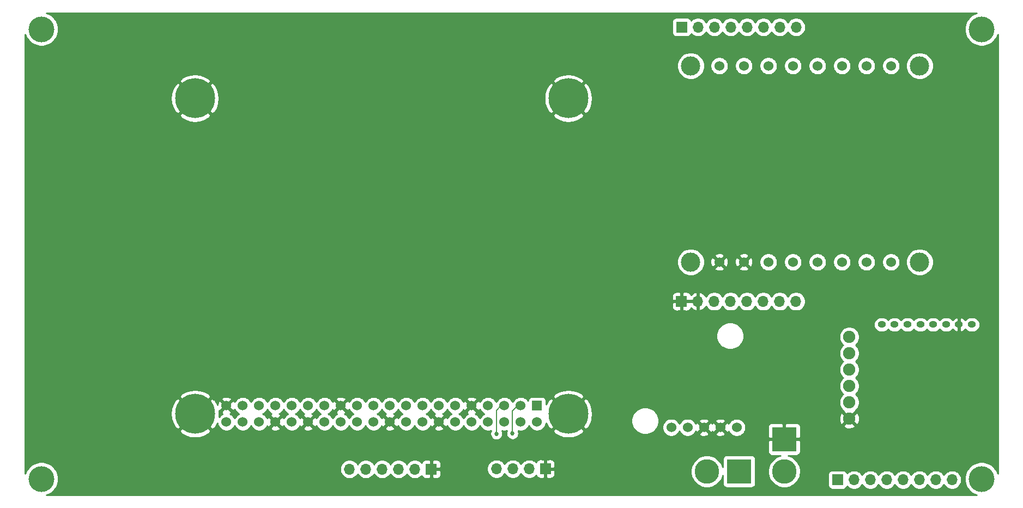
<source format=gbl>
G04 #@! TF.GenerationSoftware,KiCad,Pcbnew,(5.1.10)-1*
G04 #@! TF.CreationDate,2022-04-17T04:08:04-07:00*
G04 #@! TF.ProjectId,DevelopmentBoard,44657665-6c6f-4706-9d65-6e74426f6172,rev?*
G04 #@! TF.SameCoordinates,Original*
G04 #@! TF.FileFunction,Copper,L2,Bot*
G04 #@! TF.FilePolarity,Positive*
%FSLAX46Y46*%
G04 Gerber Fmt 4.6, Leading zero omitted, Abs format (unit mm)*
G04 Created by KiCad (PCBNEW (5.1.10)-1) date 2022-04-17 04:08:04*
%MOMM*%
%LPD*%
G01*
G04 APERTURE LIST*
G04 #@! TA.AperFunction,ComponentPad*
%ADD10C,1.524000*%
G04 #@! TD*
G04 #@! TA.AperFunction,ComponentPad*
%ADD11R,1.524000X1.524000*%
G04 #@! TD*
G04 #@! TA.AperFunction,ComponentPad*
%ADD12C,6.200000*%
G04 #@! TD*
G04 #@! TA.AperFunction,ComponentPad*
%ADD13C,3.000000*%
G04 #@! TD*
G04 #@! TA.AperFunction,ComponentPad*
%ADD14O,1.700000X1.700000*%
G04 #@! TD*
G04 #@! TA.AperFunction,ComponentPad*
%ADD15R,1.700000X1.700000*%
G04 #@! TD*
G04 #@! TA.AperFunction,ComponentPad*
%ADD16C,1.900000*%
G04 #@! TD*
G04 #@! TA.AperFunction,ComponentPad*
%ADD17O,1.270000X1.000000*%
G04 #@! TD*
G04 #@! TA.AperFunction,ComponentPad*
%ADD18C,3.800000*%
G04 #@! TD*
G04 #@! TA.AperFunction,ComponentPad*
%ADD19R,3.800000X3.800000*%
G04 #@! TD*
G04 #@! TA.AperFunction,ViaPad*
%ADD20C,4.000000*%
G04 #@! TD*
G04 #@! TA.AperFunction,ViaPad*
%ADD21C,0.685800*%
G04 #@! TD*
G04 #@! TA.AperFunction,Conductor*
%ADD22C,0.150000*%
G04 #@! TD*
G04 #@! TA.AperFunction,Conductor*
%ADD23C,0.254000*%
G04 #@! TD*
G04 APERTURE END LIST*
D10*
X104613500Y-126633500D03*
X107153500Y-126633500D03*
X109693500Y-126633500D03*
X112233500Y-126633500D03*
X114773500Y-126633500D03*
X117313500Y-126633500D03*
X104613500Y-124093500D03*
X107153500Y-124093500D03*
X109693500Y-124093500D03*
X112233500Y-124093500D03*
X114773500Y-124093500D03*
X117313500Y-124093500D03*
X119853500Y-126633500D03*
X119853500Y-124093500D03*
X122393500Y-126633500D03*
X124933500Y-126633500D03*
X127473500Y-126633500D03*
X130013500Y-126633500D03*
X132553500Y-126633500D03*
X135093500Y-126633500D03*
X122393500Y-124093500D03*
X124933500Y-124093500D03*
X127473500Y-124093500D03*
X130013500Y-124093500D03*
X132553500Y-124093500D03*
X135093500Y-124093500D03*
X137633500Y-126633500D03*
X137633500Y-124093500D03*
X140173500Y-126633500D03*
X142713500Y-126633500D03*
X145253500Y-126633500D03*
X147793500Y-126633500D03*
X150333500Y-126633500D03*
X152873500Y-126633500D03*
X140173500Y-124093500D03*
X142713500Y-124093500D03*
X145253500Y-124093500D03*
X147793500Y-124093500D03*
X150333500Y-124093500D03*
D11*
X152873500Y-124093500D03*
D12*
X157743500Y-125363500D03*
X99743500Y-125363500D03*
X99743500Y-76363500D03*
X157743500Y-76363500D03*
D10*
X196436000Y-71316000D03*
X188816000Y-71316000D03*
X185006000Y-71316000D03*
X200246000Y-71316000D03*
X204056000Y-71316000D03*
X192626000Y-71316000D03*
X181196000Y-71316000D03*
X207866000Y-71316000D03*
X207866000Y-101796000D03*
X204056000Y-101796000D03*
X200246000Y-101796000D03*
X196436000Y-101796000D03*
X181196000Y-101796000D03*
X185006000Y-101796000D03*
X188816000Y-101796000D03*
X192626000Y-101796000D03*
D13*
X212311000Y-71316000D03*
X212311000Y-101796000D03*
X176751000Y-101796000D03*
X176751000Y-71316000D03*
D14*
X193096000Y-107906000D03*
X190556000Y-107906000D03*
X188016000Y-107906000D03*
X185476000Y-107906000D03*
X182936000Y-107906000D03*
X180396000Y-107906000D03*
X177856000Y-107906000D03*
D15*
X175316000Y-107906000D03*
D16*
X201386000Y-115956000D03*
D17*
X218416000Y-111506000D03*
D16*
X201386000Y-121036000D03*
X201386000Y-126116000D03*
D17*
X220416000Y-111506000D03*
D16*
X201386000Y-123576000D03*
D17*
X214416000Y-111506000D03*
D16*
X201386000Y-118496000D03*
X201386000Y-113416000D03*
D17*
X216416000Y-111506000D03*
X206416000Y-111506000D03*
X210416000Y-111506000D03*
X208416000Y-111506000D03*
X212416000Y-111506000D03*
D15*
X154186000Y-133906000D03*
D14*
X151646000Y-133906000D03*
X149106000Y-133906000D03*
X146566000Y-133906000D03*
D10*
X178806000Y-127476000D03*
X181346000Y-127476000D03*
X183896000Y-127486000D03*
X176266000Y-127476000D03*
X173726000Y-127476000D03*
D15*
X199566000Y-135606000D03*
D14*
X202106000Y-135606000D03*
X204646000Y-135606000D03*
X207186000Y-135606000D03*
X209726000Y-135606000D03*
X212266000Y-135606000D03*
X214806000Y-135606000D03*
X217346000Y-135606000D03*
D15*
X136436000Y-133956000D03*
D14*
X133896000Y-133956000D03*
X131356000Y-133956000D03*
X128816000Y-133956000D03*
X126276000Y-133956000D03*
X123736000Y-133956000D03*
D18*
X191266000Y-134306000D03*
D19*
X191266000Y-129306000D03*
X184266000Y-134306000D03*
D18*
X179266000Y-134306000D03*
D15*
X175336000Y-65306000D03*
D14*
X177876000Y-65306000D03*
X180416000Y-65306000D03*
X182956000Y-65306000D03*
X185496000Y-65306000D03*
X188036000Y-65306000D03*
X190576000Y-65306000D03*
X193116000Y-65306000D03*
D20*
X75881000Y-135471000D03*
X75881000Y-65621000D03*
X221931000Y-65621000D03*
X221931000Y-135471000D03*
D21*
X146566000Y-128450900D03*
X149066000Y-128406004D03*
D22*
X146566000Y-134346000D02*
X146726000Y-134506000D01*
X147793500Y-124093500D02*
X147278500Y-124093500D01*
X147278500Y-124093500D02*
X146566000Y-124806000D01*
X146566000Y-124806000D02*
X146566000Y-128450900D01*
X150333500Y-124093500D02*
X149878500Y-124093500D01*
X149366000Y-124606000D02*
X149266000Y-124706000D01*
X149878500Y-124093500D02*
X149366000Y-124606000D01*
X149366000Y-124606000D02*
X149066000Y-124906000D01*
X149066000Y-124906000D02*
X149066000Y-128406004D01*
D23*
X220682859Y-63285893D02*
X220251285Y-63574262D01*
X219884262Y-63941285D01*
X219595893Y-64372859D01*
X219397261Y-64852399D01*
X219296000Y-65361475D01*
X219296000Y-65880525D01*
X219397261Y-66389601D01*
X219595893Y-66869141D01*
X219884262Y-67300715D01*
X220251285Y-67667738D01*
X220682859Y-67956107D01*
X221162399Y-68154739D01*
X221671475Y-68256000D01*
X222190525Y-68256000D01*
X222699601Y-68154739D01*
X223179141Y-67956107D01*
X223610715Y-67667738D01*
X223977738Y-67300715D01*
X224266107Y-66869141D01*
X224451950Y-66420476D01*
X224451950Y-66923124D01*
X224451951Y-66923134D01*
X224451950Y-70033875D01*
X224451950Y-70033876D01*
X224451951Y-130993866D01*
X224451950Y-130993876D01*
X224451951Y-134671526D01*
X224266107Y-134222859D01*
X223977738Y-133791285D01*
X223610715Y-133424262D01*
X223179141Y-133135893D01*
X222699601Y-132937261D01*
X222190525Y-132836000D01*
X221671475Y-132836000D01*
X221162399Y-132937261D01*
X220682859Y-133135893D01*
X220251285Y-133424262D01*
X219884262Y-133791285D01*
X219595893Y-134222859D01*
X219397261Y-134702399D01*
X219296000Y-135211475D01*
X219296000Y-135730525D01*
X219397261Y-136239601D01*
X219595893Y-136719141D01*
X219884262Y-137150715D01*
X220251285Y-137517738D01*
X220682859Y-137806107D01*
X221131524Y-137991950D01*
X76680476Y-137991950D01*
X77129141Y-137806107D01*
X77560715Y-137517738D01*
X77927738Y-137150715D01*
X78216107Y-136719141D01*
X78414739Y-136239601D01*
X78516000Y-135730525D01*
X78516000Y-135211475D01*
X78414739Y-134702399D01*
X78216107Y-134222859D01*
X77940070Y-133809740D01*
X122251000Y-133809740D01*
X122251000Y-134102260D01*
X122308068Y-134389158D01*
X122420010Y-134659411D01*
X122582525Y-134902632D01*
X122789368Y-135109475D01*
X123032589Y-135271990D01*
X123302842Y-135383932D01*
X123589740Y-135441000D01*
X123882260Y-135441000D01*
X124169158Y-135383932D01*
X124439411Y-135271990D01*
X124682632Y-135109475D01*
X124889475Y-134902632D01*
X125006000Y-134728240D01*
X125122525Y-134902632D01*
X125329368Y-135109475D01*
X125572589Y-135271990D01*
X125842842Y-135383932D01*
X126129740Y-135441000D01*
X126422260Y-135441000D01*
X126709158Y-135383932D01*
X126979411Y-135271990D01*
X127222632Y-135109475D01*
X127429475Y-134902632D01*
X127546000Y-134728240D01*
X127662525Y-134902632D01*
X127869368Y-135109475D01*
X128112589Y-135271990D01*
X128382842Y-135383932D01*
X128669740Y-135441000D01*
X128962260Y-135441000D01*
X129249158Y-135383932D01*
X129519411Y-135271990D01*
X129762632Y-135109475D01*
X129969475Y-134902632D01*
X130086000Y-134728240D01*
X130202525Y-134902632D01*
X130409368Y-135109475D01*
X130652589Y-135271990D01*
X130922842Y-135383932D01*
X131209740Y-135441000D01*
X131502260Y-135441000D01*
X131789158Y-135383932D01*
X132059411Y-135271990D01*
X132302632Y-135109475D01*
X132509475Y-134902632D01*
X132626000Y-134728240D01*
X132742525Y-134902632D01*
X132949368Y-135109475D01*
X133192589Y-135271990D01*
X133462842Y-135383932D01*
X133749740Y-135441000D01*
X134042260Y-135441000D01*
X134329158Y-135383932D01*
X134599411Y-135271990D01*
X134842632Y-135109475D01*
X134974487Y-134977620D01*
X134996498Y-135050180D01*
X135055463Y-135160494D01*
X135134815Y-135257185D01*
X135231506Y-135336537D01*
X135341820Y-135395502D01*
X135461518Y-135431812D01*
X135586000Y-135444072D01*
X136150250Y-135441000D01*
X136309000Y-135282250D01*
X136309000Y-134083000D01*
X136563000Y-134083000D01*
X136563000Y-135282250D01*
X136721750Y-135441000D01*
X137286000Y-135444072D01*
X137410482Y-135431812D01*
X137530180Y-135395502D01*
X137640494Y-135336537D01*
X137737185Y-135257185D01*
X137816537Y-135160494D01*
X137875502Y-135050180D01*
X137911812Y-134930482D01*
X137924072Y-134806000D01*
X137921000Y-134241750D01*
X137762250Y-134083000D01*
X136563000Y-134083000D01*
X136309000Y-134083000D01*
X136289000Y-134083000D01*
X136289000Y-133829000D01*
X136309000Y-133829000D01*
X136309000Y-132629750D01*
X136563000Y-132629750D01*
X136563000Y-133829000D01*
X137762250Y-133829000D01*
X137831510Y-133759740D01*
X145081000Y-133759740D01*
X145081000Y-134052260D01*
X145138068Y-134339158D01*
X145250010Y-134609411D01*
X145412525Y-134852632D01*
X145619368Y-135059475D01*
X145862589Y-135221990D01*
X146132842Y-135333932D01*
X146419740Y-135391000D01*
X146712260Y-135391000D01*
X146999158Y-135333932D01*
X147269411Y-135221990D01*
X147512632Y-135059475D01*
X147719475Y-134852632D01*
X147836000Y-134678240D01*
X147952525Y-134852632D01*
X148159368Y-135059475D01*
X148402589Y-135221990D01*
X148672842Y-135333932D01*
X148959740Y-135391000D01*
X149252260Y-135391000D01*
X149539158Y-135333932D01*
X149809411Y-135221990D01*
X150052632Y-135059475D01*
X150259475Y-134852632D01*
X150376000Y-134678240D01*
X150492525Y-134852632D01*
X150699368Y-135059475D01*
X150942589Y-135221990D01*
X151212842Y-135333932D01*
X151499740Y-135391000D01*
X151792260Y-135391000D01*
X152079158Y-135333932D01*
X152349411Y-135221990D01*
X152592632Y-135059475D01*
X152724487Y-134927620D01*
X152746498Y-135000180D01*
X152805463Y-135110494D01*
X152884815Y-135207185D01*
X152981506Y-135286537D01*
X153091820Y-135345502D01*
X153211518Y-135381812D01*
X153336000Y-135394072D01*
X153900250Y-135391000D01*
X154059000Y-135232250D01*
X154059000Y-134033000D01*
X154313000Y-134033000D01*
X154313000Y-135232250D01*
X154471750Y-135391000D01*
X155036000Y-135394072D01*
X155160482Y-135381812D01*
X155280180Y-135345502D01*
X155390494Y-135286537D01*
X155487185Y-135207185D01*
X155566537Y-135110494D01*
X155625502Y-135000180D01*
X155661812Y-134880482D01*
X155674072Y-134756000D01*
X155671000Y-134191750D01*
X155535574Y-134056324D01*
X176731000Y-134056324D01*
X176731000Y-134555676D01*
X176828418Y-135045432D01*
X177019512Y-135506773D01*
X177296937Y-135921968D01*
X177650032Y-136275063D01*
X178065227Y-136552488D01*
X178526568Y-136743582D01*
X179016324Y-136841000D01*
X179515676Y-136841000D01*
X180005432Y-136743582D01*
X180466773Y-136552488D01*
X180881968Y-136275063D01*
X181235063Y-135921968D01*
X181512488Y-135506773D01*
X181703582Y-135045432D01*
X181727928Y-134923036D01*
X181727928Y-136206000D01*
X181740188Y-136330482D01*
X181776498Y-136450180D01*
X181835463Y-136560494D01*
X181914815Y-136657185D01*
X182011506Y-136736537D01*
X182121820Y-136795502D01*
X182241518Y-136831812D01*
X182366000Y-136844072D01*
X186166000Y-136844072D01*
X186290482Y-136831812D01*
X186410180Y-136795502D01*
X186520494Y-136736537D01*
X186617185Y-136657185D01*
X186696537Y-136560494D01*
X186755502Y-136450180D01*
X186791812Y-136330482D01*
X186804072Y-136206000D01*
X186804072Y-132406000D01*
X186791812Y-132281518D01*
X186755502Y-132161820D01*
X186696537Y-132051506D01*
X186617185Y-131954815D01*
X186520494Y-131875463D01*
X186410180Y-131816498D01*
X186290482Y-131780188D01*
X186166000Y-131767928D01*
X182366000Y-131767928D01*
X182241518Y-131780188D01*
X182121820Y-131816498D01*
X182011506Y-131875463D01*
X181914815Y-131954815D01*
X181835463Y-132051506D01*
X181776498Y-132161820D01*
X181740188Y-132281518D01*
X181727928Y-132406000D01*
X181727928Y-133688964D01*
X181703582Y-133566568D01*
X181512488Y-133105227D01*
X181235063Y-132690032D01*
X180881968Y-132336937D01*
X180466773Y-132059512D01*
X180005432Y-131868418D01*
X179515676Y-131771000D01*
X179016324Y-131771000D01*
X178526568Y-131868418D01*
X178065227Y-132059512D01*
X177650032Y-132336937D01*
X177296937Y-132690032D01*
X177019512Y-133105227D01*
X176828418Y-133566568D01*
X176731000Y-134056324D01*
X155535574Y-134056324D01*
X155512250Y-134033000D01*
X154313000Y-134033000D01*
X154059000Y-134033000D01*
X154039000Y-134033000D01*
X154039000Y-133779000D01*
X154059000Y-133779000D01*
X154059000Y-132579750D01*
X154313000Y-132579750D01*
X154313000Y-133779000D01*
X155512250Y-133779000D01*
X155671000Y-133620250D01*
X155674072Y-133056000D01*
X155661812Y-132931518D01*
X155625502Y-132811820D01*
X155566537Y-132701506D01*
X155487185Y-132604815D01*
X155390494Y-132525463D01*
X155280180Y-132466498D01*
X155160482Y-132430188D01*
X155036000Y-132417928D01*
X154471750Y-132421000D01*
X154313000Y-132579750D01*
X154059000Y-132579750D01*
X153900250Y-132421000D01*
X153336000Y-132417928D01*
X153211518Y-132430188D01*
X153091820Y-132466498D01*
X152981506Y-132525463D01*
X152884815Y-132604815D01*
X152805463Y-132701506D01*
X152746498Y-132811820D01*
X152724487Y-132884380D01*
X152592632Y-132752525D01*
X152349411Y-132590010D01*
X152079158Y-132478068D01*
X151792260Y-132421000D01*
X151499740Y-132421000D01*
X151212842Y-132478068D01*
X150942589Y-132590010D01*
X150699368Y-132752525D01*
X150492525Y-132959368D01*
X150376000Y-133133760D01*
X150259475Y-132959368D01*
X150052632Y-132752525D01*
X149809411Y-132590010D01*
X149539158Y-132478068D01*
X149252260Y-132421000D01*
X148959740Y-132421000D01*
X148672842Y-132478068D01*
X148402589Y-132590010D01*
X148159368Y-132752525D01*
X147952525Y-132959368D01*
X147836000Y-133133760D01*
X147719475Y-132959368D01*
X147512632Y-132752525D01*
X147269411Y-132590010D01*
X146999158Y-132478068D01*
X146712260Y-132421000D01*
X146419740Y-132421000D01*
X146132842Y-132478068D01*
X145862589Y-132590010D01*
X145619368Y-132752525D01*
X145412525Y-132959368D01*
X145250010Y-133202589D01*
X145138068Y-133472842D01*
X145081000Y-133759740D01*
X137831510Y-133759740D01*
X137921000Y-133670250D01*
X137924072Y-133106000D01*
X137911812Y-132981518D01*
X137875502Y-132861820D01*
X137816537Y-132751506D01*
X137737185Y-132654815D01*
X137640494Y-132575463D01*
X137530180Y-132516498D01*
X137410482Y-132480188D01*
X137286000Y-132467928D01*
X136721750Y-132471000D01*
X136563000Y-132629750D01*
X136309000Y-132629750D01*
X136150250Y-132471000D01*
X135586000Y-132467928D01*
X135461518Y-132480188D01*
X135341820Y-132516498D01*
X135231506Y-132575463D01*
X135134815Y-132654815D01*
X135055463Y-132751506D01*
X134996498Y-132861820D01*
X134974487Y-132934380D01*
X134842632Y-132802525D01*
X134599411Y-132640010D01*
X134329158Y-132528068D01*
X134042260Y-132471000D01*
X133749740Y-132471000D01*
X133462842Y-132528068D01*
X133192589Y-132640010D01*
X132949368Y-132802525D01*
X132742525Y-133009368D01*
X132626000Y-133183760D01*
X132509475Y-133009368D01*
X132302632Y-132802525D01*
X132059411Y-132640010D01*
X131789158Y-132528068D01*
X131502260Y-132471000D01*
X131209740Y-132471000D01*
X130922842Y-132528068D01*
X130652589Y-132640010D01*
X130409368Y-132802525D01*
X130202525Y-133009368D01*
X130086000Y-133183760D01*
X129969475Y-133009368D01*
X129762632Y-132802525D01*
X129519411Y-132640010D01*
X129249158Y-132528068D01*
X128962260Y-132471000D01*
X128669740Y-132471000D01*
X128382842Y-132528068D01*
X128112589Y-132640010D01*
X127869368Y-132802525D01*
X127662525Y-133009368D01*
X127546000Y-133183760D01*
X127429475Y-133009368D01*
X127222632Y-132802525D01*
X126979411Y-132640010D01*
X126709158Y-132528068D01*
X126422260Y-132471000D01*
X126129740Y-132471000D01*
X125842842Y-132528068D01*
X125572589Y-132640010D01*
X125329368Y-132802525D01*
X125122525Y-133009368D01*
X125006000Y-133183760D01*
X124889475Y-133009368D01*
X124682632Y-132802525D01*
X124439411Y-132640010D01*
X124169158Y-132528068D01*
X123882260Y-132471000D01*
X123589740Y-132471000D01*
X123302842Y-132528068D01*
X123032589Y-132640010D01*
X122789368Y-132802525D01*
X122582525Y-133009368D01*
X122420010Y-133252589D01*
X122308068Y-133522842D01*
X122251000Y-133809740D01*
X77940070Y-133809740D01*
X77927738Y-133791285D01*
X77560715Y-133424262D01*
X77129141Y-133135893D01*
X76649601Y-132937261D01*
X76140525Y-132836000D01*
X75621475Y-132836000D01*
X75112399Y-132937261D01*
X74632859Y-133135893D01*
X74201285Y-133424262D01*
X73834262Y-133791285D01*
X73545893Y-134222859D01*
X73360050Y-134671524D01*
X73360050Y-131206000D01*
X188727928Y-131206000D01*
X188740188Y-131330482D01*
X188776498Y-131450180D01*
X188835463Y-131560494D01*
X188914815Y-131657185D01*
X189011506Y-131736537D01*
X189121820Y-131795502D01*
X189241518Y-131831812D01*
X189366000Y-131844072D01*
X190661357Y-131841607D01*
X190526568Y-131868418D01*
X190065227Y-132059512D01*
X189650032Y-132336937D01*
X189296937Y-132690032D01*
X189019512Y-133105227D01*
X188828418Y-133566568D01*
X188731000Y-134056324D01*
X188731000Y-134555676D01*
X188828418Y-135045432D01*
X189019512Y-135506773D01*
X189296937Y-135921968D01*
X189650032Y-136275063D01*
X190065227Y-136552488D01*
X190526568Y-136743582D01*
X191016324Y-136841000D01*
X191515676Y-136841000D01*
X192005432Y-136743582D01*
X192466773Y-136552488D01*
X192881968Y-136275063D01*
X193235063Y-135921968D01*
X193512488Y-135506773D01*
X193703582Y-135045432D01*
X193761153Y-134756000D01*
X198077928Y-134756000D01*
X198077928Y-136456000D01*
X198090188Y-136580482D01*
X198126498Y-136700180D01*
X198185463Y-136810494D01*
X198264815Y-136907185D01*
X198361506Y-136986537D01*
X198471820Y-137045502D01*
X198591518Y-137081812D01*
X198716000Y-137094072D01*
X200416000Y-137094072D01*
X200540482Y-137081812D01*
X200660180Y-137045502D01*
X200770494Y-136986537D01*
X200867185Y-136907185D01*
X200946537Y-136810494D01*
X201005502Y-136700180D01*
X201027513Y-136627620D01*
X201159368Y-136759475D01*
X201402589Y-136921990D01*
X201672842Y-137033932D01*
X201959740Y-137091000D01*
X202252260Y-137091000D01*
X202539158Y-137033932D01*
X202809411Y-136921990D01*
X203052632Y-136759475D01*
X203259475Y-136552632D01*
X203376000Y-136378240D01*
X203492525Y-136552632D01*
X203699368Y-136759475D01*
X203942589Y-136921990D01*
X204212842Y-137033932D01*
X204499740Y-137091000D01*
X204792260Y-137091000D01*
X205079158Y-137033932D01*
X205349411Y-136921990D01*
X205592632Y-136759475D01*
X205799475Y-136552632D01*
X205916000Y-136378240D01*
X206032525Y-136552632D01*
X206239368Y-136759475D01*
X206482589Y-136921990D01*
X206752842Y-137033932D01*
X207039740Y-137091000D01*
X207332260Y-137091000D01*
X207619158Y-137033932D01*
X207889411Y-136921990D01*
X208132632Y-136759475D01*
X208339475Y-136552632D01*
X208456000Y-136378240D01*
X208572525Y-136552632D01*
X208779368Y-136759475D01*
X209022589Y-136921990D01*
X209292842Y-137033932D01*
X209579740Y-137091000D01*
X209872260Y-137091000D01*
X210159158Y-137033932D01*
X210429411Y-136921990D01*
X210672632Y-136759475D01*
X210879475Y-136552632D01*
X210996000Y-136378240D01*
X211112525Y-136552632D01*
X211319368Y-136759475D01*
X211562589Y-136921990D01*
X211832842Y-137033932D01*
X212119740Y-137091000D01*
X212412260Y-137091000D01*
X212699158Y-137033932D01*
X212969411Y-136921990D01*
X213212632Y-136759475D01*
X213419475Y-136552632D01*
X213536000Y-136378240D01*
X213652525Y-136552632D01*
X213859368Y-136759475D01*
X214102589Y-136921990D01*
X214372842Y-137033932D01*
X214659740Y-137091000D01*
X214952260Y-137091000D01*
X215239158Y-137033932D01*
X215509411Y-136921990D01*
X215752632Y-136759475D01*
X215959475Y-136552632D01*
X216076000Y-136378240D01*
X216192525Y-136552632D01*
X216399368Y-136759475D01*
X216642589Y-136921990D01*
X216912842Y-137033932D01*
X217199740Y-137091000D01*
X217492260Y-137091000D01*
X217779158Y-137033932D01*
X218049411Y-136921990D01*
X218292632Y-136759475D01*
X218499475Y-136552632D01*
X218661990Y-136309411D01*
X218773932Y-136039158D01*
X218831000Y-135752260D01*
X218831000Y-135459740D01*
X218773932Y-135172842D01*
X218661990Y-134902589D01*
X218499475Y-134659368D01*
X218292632Y-134452525D01*
X218049411Y-134290010D01*
X217779158Y-134178068D01*
X217492260Y-134121000D01*
X217199740Y-134121000D01*
X216912842Y-134178068D01*
X216642589Y-134290010D01*
X216399368Y-134452525D01*
X216192525Y-134659368D01*
X216076000Y-134833760D01*
X215959475Y-134659368D01*
X215752632Y-134452525D01*
X215509411Y-134290010D01*
X215239158Y-134178068D01*
X214952260Y-134121000D01*
X214659740Y-134121000D01*
X214372842Y-134178068D01*
X214102589Y-134290010D01*
X213859368Y-134452525D01*
X213652525Y-134659368D01*
X213536000Y-134833760D01*
X213419475Y-134659368D01*
X213212632Y-134452525D01*
X212969411Y-134290010D01*
X212699158Y-134178068D01*
X212412260Y-134121000D01*
X212119740Y-134121000D01*
X211832842Y-134178068D01*
X211562589Y-134290010D01*
X211319368Y-134452525D01*
X211112525Y-134659368D01*
X210996000Y-134833760D01*
X210879475Y-134659368D01*
X210672632Y-134452525D01*
X210429411Y-134290010D01*
X210159158Y-134178068D01*
X209872260Y-134121000D01*
X209579740Y-134121000D01*
X209292842Y-134178068D01*
X209022589Y-134290010D01*
X208779368Y-134452525D01*
X208572525Y-134659368D01*
X208456000Y-134833760D01*
X208339475Y-134659368D01*
X208132632Y-134452525D01*
X207889411Y-134290010D01*
X207619158Y-134178068D01*
X207332260Y-134121000D01*
X207039740Y-134121000D01*
X206752842Y-134178068D01*
X206482589Y-134290010D01*
X206239368Y-134452525D01*
X206032525Y-134659368D01*
X205916000Y-134833760D01*
X205799475Y-134659368D01*
X205592632Y-134452525D01*
X205349411Y-134290010D01*
X205079158Y-134178068D01*
X204792260Y-134121000D01*
X204499740Y-134121000D01*
X204212842Y-134178068D01*
X203942589Y-134290010D01*
X203699368Y-134452525D01*
X203492525Y-134659368D01*
X203376000Y-134833760D01*
X203259475Y-134659368D01*
X203052632Y-134452525D01*
X202809411Y-134290010D01*
X202539158Y-134178068D01*
X202252260Y-134121000D01*
X201959740Y-134121000D01*
X201672842Y-134178068D01*
X201402589Y-134290010D01*
X201159368Y-134452525D01*
X201027513Y-134584380D01*
X201005502Y-134511820D01*
X200946537Y-134401506D01*
X200867185Y-134304815D01*
X200770494Y-134225463D01*
X200660180Y-134166498D01*
X200540482Y-134130188D01*
X200416000Y-134117928D01*
X198716000Y-134117928D01*
X198591518Y-134130188D01*
X198471820Y-134166498D01*
X198361506Y-134225463D01*
X198264815Y-134304815D01*
X198185463Y-134401506D01*
X198126498Y-134511820D01*
X198090188Y-134631518D01*
X198077928Y-134756000D01*
X193761153Y-134756000D01*
X193801000Y-134555676D01*
X193801000Y-134056324D01*
X193703582Y-133566568D01*
X193512488Y-133105227D01*
X193235063Y-132690032D01*
X192881968Y-132336937D01*
X192466773Y-132059512D01*
X192005432Y-131868418D01*
X191870643Y-131841607D01*
X193166000Y-131844072D01*
X193290482Y-131831812D01*
X193410180Y-131795502D01*
X193520494Y-131736537D01*
X193617185Y-131657185D01*
X193696537Y-131560494D01*
X193755502Y-131450180D01*
X193791812Y-131330482D01*
X193804072Y-131206000D01*
X193801000Y-129591750D01*
X193642250Y-129433000D01*
X191393000Y-129433000D01*
X191393000Y-129453000D01*
X191139000Y-129453000D01*
X191139000Y-129433000D01*
X188889750Y-129433000D01*
X188731000Y-129591750D01*
X188727928Y-131206000D01*
X73360050Y-131206000D01*
X73360050Y-127993285D01*
X97293320Y-127993285D01*
X97641508Y-128472709D01*
X98288474Y-128823045D01*
X98991355Y-129040433D01*
X99723142Y-129116518D01*
X100455711Y-129048376D01*
X101160910Y-128838627D01*
X101811638Y-128495330D01*
X101845492Y-128472709D01*
X102193680Y-127993285D01*
X99743500Y-125543105D01*
X97293320Y-127993285D01*
X73360050Y-127993285D01*
X73360050Y-125343142D01*
X95990482Y-125343142D01*
X96058624Y-126075711D01*
X96268373Y-126780910D01*
X96611670Y-127431638D01*
X96634291Y-127465492D01*
X97113715Y-127813680D01*
X99563895Y-125363500D01*
X99923105Y-125363500D01*
X102373285Y-127813680D01*
X102852709Y-127465492D01*
X103203045Y-126818526D01*
X103216976Y-126773484D01*
X103270186Y-127040990D01*
X103375495Y-127295227D01*
X103528380Y-127524035D01*
X103722965Y-127718620D01*
X103951773Y-127871505D01*
X104206010Y-127976814D01*
X104475908Y-128030500D01*
X104751092Y-128030500D01*
X105020990Y-127976814D01*
X105275227Y-127871505D01*
X105504035Y-127718620D01*
X105698620Y-127524035D01*
X105851505Y-127295227D01*
X105883500Y-127217985D01*
X105915495Y-127295227D01*
X106068380Y-127524035D01*
X106262965Y-127718620D01*
X106491773Y-127871505D01*
X106746010Y-127976814D01*
X107015908Y-128030500D01*
X107291092Y-128030500D01*
X107560990Y-127976814D01*
X107815227Y-127871505D01*
X108044035Y-127718620D01*
X108238620Y-127524035D01*
X108391505Y-127295227D01*
X108423500Y-127217985D01*
X108455495Y-127295227D01*
X108608380Y-127524035D01*
X108802965Y-127718620D01*
X109031773Y-127871505D01*
X109286010Y-127976814D01*
X109555908Y-128030500D01*
X109831092Y-128030500D01*
X110100990Y-127976814D01*
X110355227Y-127871505D01*
X110584035Y-127718620D01*
X110703590Y-127599065D01*
X111447540Y-127599065D01*
X111514520Y-127839156D01*
X111763548Y-127956256D01*
X112030635Y-128022523D01*
X112305517Y-128035410D01*
X112577633Y-127994422D01*
X112836523Y-127901136D01*
X112952480Y-127839156D01*
X113019460Y-127599065D01*
X112233500Y-126813105D01*
X111447540Y-127599065D01*
X110703590Y-127599065D01*
X110778620Y-127524035D01*
X110931505Y-127295227D01*
X110961192Y-127223557D01*
X110965864Y-127236523D01*
X111027844Y-127352480D01*
X111267935Y-127419460D01*
X112053895Y-126633500D01*
X111267935Y-125847540D01*
X111027844Y-125914520D01*
X110964015Y-126050260D01*
X110931505Y-125971773D01*
X110778620Y-125742965D01*
X110584035Y-125548380D01*
X110355227Y-125395495D01*
X110277985Y-125363500D01*
X110355227Y-125331505D01*
X110584035Y-125178620D01*
X110778620Y-124984035D01*
X110931505Y-124755227D01*
X110963500Y-124677985D01*
X110995495Y-124755227D01*
X111148380Y-124984035D01*
X111342965Y-125178620D01*
X111571773Y-125331505D01*
X111643443Y-125361192D01*
X111630477Y-125365864D01*
X111514520Y-125427844D01*
X111447540Y-125667935D01*
X112233500Y-126453895D01*
X113019460Y-125667935D01*
X112952480Y-125427844D01*
X112816740Y-125364015D01*
X112895227Y-125331505D01*
X113124035Y-125178620D01*
X113318620Y-124984035D01*
X113471505Y-124755227D01*
X113503500Y-124677985D01*
X113535495Y-124755227D01*
X113688380Y-124984035D01*
X113882965Y-125178620D01*
X114111773Y-125331505D01*
X114189015Y-125363500D01*
X114111773Y-125395495D01*
X113882965Y-125548380D01*
X113688380Y-125742965D01*
X113535495Y-125971773D01*
X113505808Y-126043443D01*
X113501136Y-126030477D01*
X113439156Y-125914520D01*
X113199065Y-125847540D01*
X112413105Y-126633500D01*
X113199065Y-127419460D01*
X113439156Y-127352480D01*
X113502985Y-127216740D01*
X113535495Y-127295227D01*
X113688380Y-127524035D01*
X113882965Y-127718620D01*
X114111773Y-127871505D01*
X114366010Y-127976814D01*
X114635908Y-128030500D01*
X114911092Y-128030500D01*
X115180990Y-127976814D01*
X115435227Y-127871505D01*
X115664035Y-127718620D01*
X115783590Y-127599065D01*
X116527540Y-127599065D01*
X116594520Y-127839156D01*
X116843548Y-127956256D01*
X117110635Y-128022523D01*
X117385517Y-128035410D01*
X117657633Y-127994422D01*
X117916523Y-127901136D01*
X118032480Y-127839156D01*
X118099460Y-127599065D01*
X117313500Y-126813105D01*
X116527540Y-127599065D01*
X115783590Y-127599065D01*
X115858620Y-127524035D01*
X116011505Y-127295227D01*
X116041192Y-127223557D01*
X116045864Y-127236523D01*
X116107844Y-127352480D01*
X116347935Y-127419460D01*
X117133895Y-126633500D01*
X116347935Y-125847540D01*
X116107844Y-125914520D01*
X116044015Y-126050260D01*
X116011505Y-125971773D01*
X115858620Y-125742965D01*
X115664035Y-125548380D01*
X115435227Y-125395495D01*
X115357985Y-125363500D01*
X115435227Y-125331505D01*
X115664035Y-125178620D01*
X115858620Y-124984035D01*
X116011505Y-124755227D01*
X116043500Y-124677985D01*
X116075495Y-124755227D01*
X116228380Y-124984035D01*
X116422965Y-125178620D01*
X116651773Y-125331505D01*
X116723443Y-125361192D01*
X116710477Y-125365864D01*
X116594520Y-125427844D01*
X116527540Y-125667935D01*
X117313500Y-126453895D01*
X118099460Y-125667935D01*
X118032480Y-125427844D01*
X117896740Y-125364015D01*
X117975227Y-125331505D01*
X118204035Y-125178620D01*
X118398620Y-124984035D01*
X118551505Y-124755227D01*
X118583500Y-124677985D01*
X118615495Y-124755227D01*
X118768380Y-124984035D01*
X118962965Y-125178620D01*
X119191773Y-125331505D01*
X119269015Y-125363500D01*
X119191773Y-125395495D01*
X118962965Y-125548380D01*
X118768380Y-125742965D01*
X118615495Y-125971773D01*
X118585808Y-126043443D01*
X118581136Y-126030477D01*
X118519156Y-125914520D01*
X118279065Y-125847540D01*
X117493105Y-126633500D01*
X118279065Y-127419460D01*
X118519156Y-127352480D01*
X118582985Y-127216740D01*
X118615495Y-127295227D01*
X118768380Y-127524035D01*
X118962965Y-127718620D01*
X119191773Y-127871505D01*
X119446010Y-127976814D01*
X119715908Y-128030500D01*
X119991092Y-128030500D01*
X120260990Y-127976814D01*
X120515227Y-127871505D01*
X120744035Y-127718620D01*
X120938620Y-127524035D01*
X121091505Y-127295227D01*
X121123500Y-127217985D01*
X121155495Y-127295227D01*
X121308380Y-127524035D01*
X121502965Y-127718620D01*
X121731773Y-127871505D01*
X121986010Y-127976814D01*
X122255908Y-128030500D01*
X122531092Y-128030500D01*
X122800990Y-127976814D01*
X123055227Y-127871505D01*
X123284035Y-127718620D01*
X123478620Y-127524035D01*
X123631505Y-127295227D01*
X123663500Y-127217985D01*
X123695495Y-127295227D01*
X123848380Y-127524035D01*
X124042965Y-127718620D01*
X124271773Y-127871505D01*
X124526010Y-127976814D01*
X124795908Y-128030500D01*
X125071092Y-128030500D01*
X125340990Y-127976814D01*
X125595227Y-127871505D01*
X125824035Y-127718620D01*
X126018620Y-127524035D01*
X126171505Y-127295227D01*
X126203500Y-127217985D01*
X126235495Y-127295227D01*
X126388380Y-127524035D01*
X126582965Y-127718620D01*
X126811773Y-127871505D01*
X127066010Y-127976814D01*
X127335908Y-128030500D01*
X127611092Y-128030500D01*
X127880990Y-127976814D01*
X128135227Y-127871505D01*
X128364035Y-127718620D01*
X128483590Y-127599065D01*
X129227540Y-127599065D01*
X129294520Y-127839156D01*
X129543548Y-127956256D01*
X129810635Y-128022523D01*
X130085517Y-128035410D01*
X130357633Y-127994422D01*
X130616523Y-127901136D01*
X130732480Y-127839156D01*
X130799460Y-127599065D01*
X130013500Y-126813105D01*
X129227540Y-127599065D01*
X128483590Y-127599065D01*
X128558620Y-127524035D01*
X128711505Y-127295227D01*
X128741192Y-127223557D01*
X128745864Y-127236523D01*
X128807844Y-127352480D01*
X129047935Y-127419460D01*
X129833895Y-126633500D01*
X129047935Y-125847540D01*
X128807844Y-125914520D01*
X128744015Y-126050260D01*
X128711505Y-125971773D01*
X128558620Y-125742965D01*
X128364035Y-125548380D01*
X128135227Y-125395495D01*
X128057985Y-125363500D01*
X128135227Y-125331505D01*
X128364035Y-125178620D01*
X128558620Y-124984035D01*
X128711505Y-124755227D01*
X128743500Y-124677985D01*
X128775495Y-124755227D01*
X128928380Y-124984035D01*
X129122965Y-125178620D01*
X129351773Y-125331505D01*
X129423443Y-125361192D01*
X129410477Y-125365864D01*
X129294520Y-125427844D01*
X129227540Y-125667935D01*
X130013500Y-126453895D01*
X130799460Y-125667935D01*
X130732480Y-125427844D01*
X130596740Y-125364015D01*
X130675227Y-125331505D01*
X130904035Y-125178620D01*
X131098620Y-124984035D01*
X131251505Y-124755227D01*
X131283500Y-124677985D01*
X131315495Y-124755227D01*
X131468380Y-124984035D01*
X131662965Y-125178620D01*
X131891773Y-125331505D01*
X131969015Y-125363500D01*
X131891773Y-125395495D01*
X131662965Y-125548380D01*
X131468380Y-125742965D01*
X131315495Y-125971773D01*
X131285808Y-126043443D01*
X131281136Y-126030477D01*
X131219156Y-125914520D01*
X130979065Y-125847540D01*
X130193105Y-126633500D01*
X130979065Y-127419460D01*
X131219156Y-127352480D01*
X131282985Y-127216740D01*
X131315495Y-127295227D01*
X131468380Y-127524035D01*
X131662965Y-127718620D01*
X131891773Y-127871505D01*
X132146010Y-127976814D01*
X132415908Y-128030500D01*
X132691092Y-128030500D01*
X132960990Y-127976814D01*
X133215227Y-127871505D01*
X133444035Y-127718620D01*
X133638620Y-127524035D01*
X133791505Y-127295227D01*
X133823500Y-127217985D01*
X133855495Y-127295227D01*
X134008380Y-127524035D01*
X134202965Y-127718620D01*
X134431773Y-127871505D01*
X134686010Y-127976814D01*
X134955908Y-128030500D01*
X135231092Y-128030500D01*
X135500990Y-127976814D01*
X135755227Y-127871505D01*
X135984035Y-127718620D01*
X136103590Y-127599065D01*
X136847540Y-127599065D01*
X136914520Y-127839156D01*
X137163548Y-127956256D01*
X137430635Y-128022523D01*
X137705517Y-128035410D01*
X137977633Y-127994422D01*
X138236523Y-127901136D01*
X138352480Y-127839156D01*
X138419460Y-127599065D01*
X137633500Y-126813105D01*
X136847540Y-127599065D01*
X136103590Y-127599065D01*
X136178620Y-127524035D01*
X136331505Y-127295227D01*
X136361192Y-127223557D01*
X136365864Y-127236523D01*
X136427844Y-127352480D01*
X136667935Y-127419460D01*
X137453895Y-126633500D01*
X136667935Y-125847540D01*
X136427844Y-125914520D01*
X136364015Y-126050260D01*
X136331505Y-125971773D01*
X136178620Y-125742965D01*
X135984035Y-125548380D01*
X135755227Y-125395495D01*
X135677985Y-125363500D01*
X135755227Y-125331505D01*
X135984035Y-125178620D01*
X136178620Y-124984035D01*
X136331505Y-124755227D01*
X136363500Y-124677985D01*
X136395495Y-124755227D01*
X136548380Y-124984035D01*
X136742965Y-125178620D01*
X136971773Y-125331505D01*
X137043443Y-125361192D01*
X137030477Y-125365864D01*
X136914520Y-125427844D01*
X136847540Y-125667935D01*
X137633500Y-126453895D01*
X138419460Y-125667935D01*
X138352480Y-125427844D01*
X138216740Y-125364015D01*
X138295227Y-125331505D01*
X138524035Y-125178620D01*
X138718620Y-124984035D01*
X138871505Y-124755227D01*
X138903500Y-124677985D01*
X138935495Y-124755227D01*
X139088380Y-124984035D01*
X139282965Y-125178620D01*
X139511773Y-125331505D01*
X139589015Y-125363500D01*
X139511773Y-125395495D01*
X139282965Y-125548380D01*
X139088380Y-125742965D01*
X138935495Y-125971773D01*
X138905808Y-126043443D01*
X138901136Y-126030477D01*
X138839156Y-125914520D01*
X138599065Y-125847540D01*
X137813105Y-126633500D01*
X138599065Y-127419460D01*
X138839156Y-127352480D01*
X138902985Y-127216740D01*
X138935495Y-127295227D01*
X139088380Y-127524035D01*
X139282965Y-127718620D01*
X139511773Y-127871505D01*
X139766010Y-127976814D01*
X140035908Y-128030500D01*
X140311092Y-128030500D01*
X140580990Y-127976814D01*
X140835227Y-127871505D01*
X141064035Y-127718620D01*
X141258620Y-127524035D01*
X141411505Y-127295227D01*
X141443500Y-127217985D01*
X141475495Y-127295227D01*
X141628380Y-127524035D01*
X141822965Y-127718620D01*
X142051773Y-127871505D01*
X142306010Y-127976814D01*
X142575908Y-128030500D01*
X142851092Y-128030500D01*
X143120990Y-127976814D01*
X143375227Y-127871505D01*
X143604035Y-127718620D01*
X143798620Y-127524035D01*
X143951505Y-127295227D01*
X143983500Y-127217985D01*
X144015495Y-127295227D01*
X144168380Y-127524035D01*
X144362965Y-127718620D01*
X144591773Y-127871505D01*
X144846010Y-127976814D01*
X145115908Y-128030500D01*
X145391092Y-128030500D01*
X145660990Y-127976814D01*
X145724142Y-127950656D01*
X145699396Y-127987690D01*
X145625680Y-128165657D01*
X145588100Y-128354585D01*
X145588100Y-128547215D01*
X145625680Y-128736143D01*
X145699396Y-128914110D01*
X145806415Y-129074275D01*
X145942625Y-129210485D01*
X146102790Y-129317504D01*
X146280757Y-129391220D01*
X146469685Y-129428800D01*
X146662315Y-129428800D01*
X146851243Y-129391220D01*
X147029210Y-129317504D01*
X147189375Y-129210485D01*
X147325585Y-129074275D01*
X147432604Y-128914110D01*
X147506320Y-128736143D01*
X147543900Y-128547215D01*
X147543900Y-128354585D01*
X147506320Y-128165657D01*
X147432604Y-127987690D01*
X147429099Y-127982444D01*
X147590635Y-128022523D01*
X147865517Y-128035410D01*
X148137633Y-127994422D01*
X148185095Y-127977320D01*
X148125680Y-128120761D01*
X148088100Y-128309689D01*
X148088100Y-128502319D01*
X148125680Y-128691247D01*
X148199396Y-128869214D01*
X148306415Y-129029379D01*
X148442625Y-129165589D01*
X148602790Y-129272608D01*
X148780757Y-129346324D01*
X148969685Y-129383904D01*
X149162315Y-129383904D01*
X149351243Y-129346324D01*
X149529210Y-129272608D01*
X149689375Y-129165589D01*
X149825585Y-129029379D01*
X149932604Y-128869214D01*
X150006320Y-128691247D01*
X150043900Y-128502319D01*
X150043900Y-128309689D01*
X150006320Y-128120761D01*
X149948553Y-127981298D01*
X150195908Y-128030500D01*
X150471092Y-128030500D01*
X150740990Y-127976814D01*
X150995227Y-127871505D01*
X151224035Y-127718620D01*
X151418620Y-127524035D01*
X151571505Y-127295227D01*
X151603500Y-127217985D01*
X151635495Y-127295227D01*
X151788380Y-127524035D01*
X151982965Y-127718620D01*
X152211773Y-127871505D01*
X152466010Y-127976814D01*
X152735908Y-128030500D01*
X153011092Y-128030500D01*
X153198184Y-127993285D01*
X155293320Y-127993285D01*
X155641508Y-128472709D01*
X156288474Y-128823045D01*
X156991355Y-129040433D01*
X157723142Y-129116518D01*
X158455711Y-129048376D01*
X159160910Y-128838627D01*
X159811638Y-128495330D01*
X159845492Y-128472709D01*
X160193680Y-127993285D01*
X157743500Y-125543105D01*
X155293320Y-127993285D01*
X153198184Y-127993285D01*
X153280990Y-127976814D01*
X153535227Y-127871505D01*
X153764035Y-127718620D01*
X153958620Y-127524035D01*
X154111505Y-127295227D01*
X154216814Y-127040990D01*
X154268499Y-126781150D01*
X154611670Y-127431638D01*
X154634291Y-127465492D01*
X155113715Y-127813680D01*
X157563895Y-125363500D01*
X157923105Y-125363500D01*
X160373285Y-127813680D01*
X160852709Y-127465492D01*
X161203045Y-126818526D01*
X161380202Y-126245721D01*
X167531000Y-126245721D01*
X167531000Y-126666279D01*
X167613047Y-127078756D01*
X167773988Y-127467302D01*
X168007637Y-127816983D01*
X168305017Y-128114363D01*
X168654698Y-128348012D01*
X169043244Y-128508953D01*
X169455721Y-128591000D01*
X169876279Y-128591000D01*
X170288756Y-128508953D01*
X170677302Y-128348012D01*
X171026983Y-128114363D01*
X171324363Y-127816983D01*
X171558012Y-127467302D01*
X171611401Y-127338408D01*
X172329000Y-127338408D01*
X172329000Y-127613592D01*
X172382686Y-127883490D01*
X172487995Y-128137727D01*
X172640880Y-128366535D01*
X172835465Y-128561120D01*
X173064273Y-128714005D01*
X173318510Y-128819314D01*
X173588408Y-128873000D01*
X173863592Y-128873000D01*
X174133490Y-128819314D01*
X174387727Y-128714005D01*
X174616535Y-128561120D01*
X174811120Y-128366535D01*
X174964005Y-128137727D01*
X174996000Y-128060485D01*
X175027995Y-128137727D01*
X175180880Y-128366535D01*
X175375465Y-128561120D01*
X175604273Y-128714005D01*
X175858510Y-128819314D01*
X176128408Y-128873000D01*
X176403592Y-128873000D01*
X176673490Y-128819314D01*
X176927727Y-128714005D01*
X177156535Y-128561120D01*
X177276090Y-128441565D01*
X178020040Y-128441565D01*
X178087020Y-128681656D01*
X178336048Y-128798756D01*
X178603135Y-128865023D01*
X178878017Y-128877910D01*
X179150133Y-128836922D01*
X179409023Y-128743636D01*
X179524980Y-128681656D01*
X179591960Y-128441565D01*
X180560040Y-128441565D01*
X180627020Y-128681656D01*
X180876048Y-128798756D01*
X181143135Y-128865023D01*
X181418017Y-128877910D01*
X181690133Y-128836922D01*
X181949023Y-128743636D01*
X182064980Y-128681656D01*
X182131960Y-128441565D01*
X181346000Y-127655605D01*
X180560040Y-128441565D01*
X179591960Y-128441565D01*
X178806000Y-127655605D01*
X178020040Y-128441565D01*
X177276090Y-128441565D01*
X177351120Y-128366535D01*
X177504005Y-128137727D01*
X177533692Y-128066057D01*
X177538364Y-128079023D01*
X177600344Y-128194980D01*
X177840435Y-128261960D01*
X178626395Y-127476000D01*
X178985605Y-127476000D01*
X179771565Y-128261960D01*
X180011656Y-128194980D01*
X180073079Y-128064356D01*
X180078364Y-128079023D01*
X180140344Y-128194980D01*
X180380435Y-128261960D01*
X181166395Y-127476000D01*
X181525605Y-127476000D01*
X182311565Y-128261960D01*
X182551656Y-128194980D01*
X182618599Y-128052617D01*
X182657995Y-128147727D01*
X182810880Y-128376535D01*
X183005465Y-128571120D01*
X183234273Y-128724005D01*
X183488510Y-128829314D01*
X183758408Y-128883000D01*
X184033592Y-128883000D01*
X184303490Y-128829314D01*
X184557727Y-128724005D01*
X184786535Y-128571120D01*
X184981120Y-128376535D01*
X185134005Y-128147727D01*
X185239314Y-127893490D01*
X185293000Y-127623592D01*
X185293000Y-127406000D01*
X188727928Y-127406000D01*
X188731000Y-129020250D01*
X188889750Y-129179000D01*
X191139000Y-129179000D01*
X191139000Y-126929750D01*
X191393000Y-126929750D01*
X191393000Y-129179000D01*
X193642250Y-129179000D01*
X193801000Y-129020250D01*
X193804072Y-127406000D01*
X193791812Y-127281518D01*
X193771863Y-127215752D01*
X200465853Y-127215752D01*
X200555579Y-127475042D01*
X200836671Y-127610935D01*
X201138873Y-127689379D01*
X201450573Y-127707359D01*
X201759791Y-127664184D01*
X202054644Y-127561513D01*
X202216421Y-127475042D01*
X202306147Y-127215752D01*
X201386000Y-126295605D01*
X200465853Y-127215752D01*
X193771863Y-127215752D01*
X193755502Y-127161820D01*
X193696537Y-127051506D01*
X193617185Y-126954815D01*
X193520494Y-126875463D01*
X193410180Y-126816498D01*
X193290482Y-126780188D01*
X193166000Y-126767928D01*
X191551750Y-126771000D01*
X191393000Y-126929750D01*
X191139000Y-126929750D01*
X190980250Y-126771000D01*
X189366000Y-126767928D01*
X189241518Y-126780188D01*
X189121820Y-126816498D01*
X189011506Y-126875463D01*
X188914815Y-126954815D01*
X188835463Y-127051506D01*
X188776498Y-127161820D01*
X188740188Y-127281518D01*
X188727928Y-127406000D01*
X185293000Y-127406000D01*
X185293000Y-127348408D01*
X185239314Y-127078510D01*
X185134005Y-126824273D01*
X184981120Y-126595465D01*
X184786535Y-126400880D01*
X184557727Y-126247995D01*
X184394957Y-126180573D01*
X199794641Y-126180573D01*
X199837816Y-126489791D01*
X199940487Y-126784644D01*
X200026958Y-126946421D01*
X200286248Y-127036147D01*
X201206395Y-126116000D01*
X201565605Y-126116000D01*
X202485752Y-127036147D01*
X202745042Y-126946421D01*
X202880935Y-126665329D01*
X202959379Y-126363127D01*
X202977359Y-126051427D01*
X202934184Y-125742209D01*
X202831513Y-125447356D01*
X202745042Y-125285579D01*
X202485752Y-125195853D01*
X201565605Y-126116000D01*
X201206395Y-126116000D01*
X200286248Y-125195853D01*
X200026958Y-125285579D01*
X199891065Y-125566671D01*
X199812621Y-125868873D01*
X199794641Y-126180573D01*
X184394957Y-126180573D01*
X184303490Y-126142686D01*
X184033592Y-126089000D01*
X183758408Y-126089000D01*
X183488510Y-126142686D01*
X183234273Y-126247995D01*
X183005465Y-126400880D01*
X182810880Y-126595465D01*
X182657995Y-126824273D01*
X182624887Y-126904202D01*
X182613636Y-126872977D01*
X182551656Y-126757020D01*
X182311565Y-126690040D01*
X181525605Y-127476000D01*
X181166395Y-127476000D01*
X180380435Y-126690040D01*
X180140344Y-126757020D01*
X180078921Y-126887644D01*
X180073636Y-126872977D01*
X180011656Y-126757020D01*
X179771565Y-126690040D01*
X178985605Y-127476000D01*
X178626395Y-127476000D01*
X177840435Y-126690040D01*
X177600344Y-126757020D01*
X177536515Y-126892760D01*
X177504005Y-126814273D01*
X177351120Y-126585465D01*
X177276090Y-126510435D01*
X178020040Y-126510435D01*
X178806000Y-127296395D01*
X179591960Y-126510435D01*
X180560040Y-126510435D01*
X181346000Y-127296395D01*
X182131960Y-126510435D01*
X182064980Y-126270344D01*
X181815952Y-126153244D01*
X181548865Y-126086977D01*
X181273983Y-126074090D01*
X181001867Y-126115078D01*
X180742977Y-126208364D01*
X180627020Y-126270344D01*
X180560040Y-126510435D01*
X179591960Y-126510435D01*
X179524980Y-126270344D01*
X179275952Y-126153244D01*
X179008865Y-126086977D01*
X178733983Y-126074090D01*
X178461867Y-126115078D01*
X178202977Y-126208364D01*
X178087020Y-126270344D01*
X178020040Y-126510435D01*
X177276090Y-126510435D01*
X177156535Y-126390880D01*
X176927727Y-126237995D01*
X176673490Y-126132686D01*
X176403592Y-126079000D01*
X176128408Y-126079000D01*
X175858510Y-126132686D01*
X175604273Y-126237995D01*
X175375465Y-126390880D01*
X175180880Y-126585465D01*
X175027995Y-126814273D01*
X174996000Y-126891515D01*
X174964005Y-126814273D01*
X174811120Y-126585465D01*
X174616535Y-126390880D01*
X174387727Y-126237995D01*
X174133490Y-126132686D01*
X173863592Y-126079000D01*
X173588408Y-126079000D01*
X173318510Y-126132686D01*
X173064273Y-126237995D01*
X172835465Y-126390880D01*
X172640880Y-126585465D01*
X172487995Y-126814273D01*
X172382686Y-127068510D01*
X172329000Y-127338408D01*
X171611401Y-127338408D01*
X171718953Y-127078756D01*
X171801000Y-126666279D01*
X171801000Y-126245721D01*
X171718953Y-125833244D01*
X171558012Y-125444698D01*
X171324363Y-125095017D01*
X171026983Y-124797637D01*
X170677302Y-124563988D01*
X170288756Y-124403047D01*
X169876279Y-124321000D01*
X169455721Y-124321000D01*
X169043244Y-124403047D01*
X168654698Y-124563988D01*
X168305017Y-124797637D01*
X168007637Y-125095017D01*
X167773988Y-125444698D01*
X167613047Y-125833244D01*
X167531000Y-126245721D01*
X161380202Y-126245721D01*
X161420433Y-126115645D01*
X161496518Y-125383858D01*
X161428376Y-124651289D01*
X161218627Y-123946090D01*
X160875330Y-123295362D01*
X160852709Y-123261508D01*
X160373285Y-122913320D01*
X157923105Y-125363500D01*
X157563895Y-125363500D01*
X155113715Y-122913320D01*
X154634291Y-123261508D01*
X154283955Y-123908474D01*
X154273572Y-123942045D01*
X154273572Y-123331500D01*
X154261312Y-123207018D01*
X154225002Y-123087320D01*
X154166037Y-122977006D01*
X154086685Y-122880315D01*
X153989994Y-122800963D01*
X153879680Y-122741998D01*
X153852375Y-122733715D01*
X155293320Y-122733715D01*
X157743500Y-125183895D01*
X160193680Y-122733715D01*
X159845492Y-122254291D01*
X159198526Y-121903955D01*
X158495645Y-121686567D01*
X157763858Y-121610482D01*
X157031289Y-121678624D01*
X156326090Y-121888373D01*
X155675362Y-122231670D01*
X155641508Y-122254291D01*
X155293320Y-122733715D01*
X153852375Y-122733715D01*
X153759982Y-122705688D01*
X153635500Y-122693428D01*
X152111500Y-122693428D01*
X151987018Y-122705688D01*
X151867320Y-122741998D01*
X151757006Y-122800963D01*
X151660315Y-122880315D01*
X151580963Y-122977006D01*
X151521998Y-123087320D01*
X151485688Y-123207018D01*
X151477420Y-123290965D01*
X151418620Y-123202965D01*
X151224035Y-123008380D01*
X150995227Y-122855495D01*
X150740990Y-122750186D01*
X150471092Y-122696500D01*
X150195908Y-122696500D01*
X149926010Y-122750186D01*
X149671773Y-122855495D01*
X149442965Y-123008380D01*
X149248380Y-123202965D01*
X149095495Y-123431773D01*
X149063500Y-123509015D01*
X149031505Y-123431773D01*
X148878620Y-123202965D01*
X148684035Y-123008380D01*
X148455227Y-122855495D01*
X148200990Y-122750186D01*
X147931092Y-122696500D01*
X147655908Y-122696500D01*
X147386010Y-122750186D01*
X147131773Y-122855495D01*
X146902965Y-123008380D01*
X146708380Y-123202965D01*
X146555495Y-123431773D01*
X146523500Y-123509015D01*
X146491505Y-123431773D01*
X146338620Y-123202965D01*
X146144035Y-123008380D01*
X145915227Y-122855495D01*
X145660990Y-122750186D01*
X145391092Y-122696500D01*
X145115908Y-122696500D01*
X144846010Y-122750186D01*
X144591773Y-122855495D01*
X144362965Y-123008380D01*
X144168380Y-123202965D01*
X144015495Y-123431773D01*
X143985808Y-123503443D01*
X143981136Y-123490477D01*
X143919156Y-123374520D01*
X143679065Y-123307540D01*
X142893105Y-124093500D01*
X143679065Y-124879460D01*
X143919156Y-124812480D01*
X143982985Y-124676740D01*
X144015495Y-124755227D01*
X144168380Y-124984035D01*
X144362965Y-125178620D01*
X144591773Y-125331505D01*
X144669015Y-125363500D01*
X144591773Y-125395495D01*
X144362965Y-125548380D01*
X144168380Y-125742965D01*
X144015495Y-125971773D01*
X143983500Y-126049015D01*
X143951505Y-125971773D01*
X143798620Y-125742965D01*
X143604035Y-125548380D01*
X143375227Y-125395495D01*
X143303557Y-125365808D01*
X143316523Y-125361136D01*
X143432480Y-125299156D01*
X143499460Y-125059065D01*
X142713500Y-124273105D01*
X141927540Y-125059065D01*
X141994520Y-125299156D01*
X142130260Y-125362985D01*
X142051773Y-125395495D01*
X141822965Y-125548380D01*
X141628380Y-125742965D01*
X141475495Y-125971773D01*
X141443500Y-126049015D01*
X141411505Y-125971773D01*
X141258620Y-125742965D01*
X141064035Y-125548380D01*
X140835227Y-125395495D01*
X140757985Y-125363500D01*
X140835227Y-125331505D01*
X141064035Y-125178620D01*
X141258620Y-124984035D01*
X141411505Y-124755227D01*
X141441192Y-124683557D01*
X141445864Y-124696523D01*
X141507844Y-124812480D01*
X141747935Y-124879460D01*
X142533895Y-124093500D01*
X141747935Y-123307540D01*
X141507844Y-123374520D01*
X141444015Y-123510260D01*
X141411505Y-123431773D01*
X141258620Y-123202965D01*
X141183590Y-123127935D01*
X141927540Y-123127935D01*
X142713500Y-123913895D01*
X143499460Y-123127935D01*
X143432480Y-122887844D01*
X143183452Y-122770744D01*
X142916365Y-122704477D01*
X142641483Y-122691590D01*
X142369367Y-122732578D01*
X142110477Y-122825864D01*
X141994520Y-122887844D01*
X141927540Y-123127935D01*
X141183590Y-123127935D01*
X141064035Y-123008380D01*
X140835227Y-122855495D01*
X140580990Y-122750186D01*
X140311092Y-122696500D01*
X140035908Y-122696500D01*
X139766010Y-122750186D01*
X139511773Y-122855495D01*
X139282965Y-123008380D01*
X139088380Y-123202965D01*
X138935495Y-123431773D01*
X138903500Y-123509015D01*
X138871505Y-123431773D01*
X138718620Y-123202965D01*
X138524035Y-123008380D01*
X138295227Y-122855495D01*
X138040990Y-122750186D01*
X137771092Y-122696500D01*
X137495908Y-122696500D01*
X137226010Y-122750186D01*
X136971773Y-122855495D01*
X136742965Y-123008380D01*
X136548380Y-123202965D01*
X136395495Y-123431773D01*
X136363500Y-123509015D01*
X136331505Y-123431773D01*
X136178620Y-123202965D01*
X135984035Y-123008380D01*
X135755227Y-122855495D01*
X135500990Y-122750186D01*
X135231092Y-122696500D01*
X134955908Y-122696500D01*
X134686010Y-122750186D01*
X134431773Y-122855495D01*
X134202965Y-123008380D01*
X134008380Y-123202965D01*
X133855495Y-123431773D01*
X133823500Y-123509015D01*
X133791505Y-123431773D01*
X133638620Y-123202965D01*
X133444035Y-123008380D01*
X133215227Y-122855495D01*
X132960990Y-122750186D01*
X132691092Y-122696500D01*
X132415908Y-122696500D01*
X132146010Y-122750186D01*
X131891773Y-122855495D01*
X131662965Y-123008380D01*
X131468380Y-123202965D01*
X131315495Y-123431773D01*
X131283500Y-123509015D01*
X131251505Y-123431773D01*
X131098620Y-123202965D01*
X130904035Y-123008380D01*
X130675227Y-122855495D01*
X130420990Y-122750186D01*
X130151092Y-122696500D01*
X129875908Y-122696500D01*
X129606010Y-122750186D01*
X129351773Y-122855495D01*
X129122965Y-123008380D01*
X128928380Y-123202965D01*
X128775495Y-123431773D01*
X128743500Y-123509015D01*
X128711505Y-123431773D01*
X128558620Y-123202965D01*
X128364035Y-123008380D01*
X128135227Y-122855495D01*
X127880990Y-122750186D01*
X127611092Y-122696500D01*
X127335908Y-122696500D01*
X127066010Y-122750186D01*
X126811773Y-122855495D01*
X126582965Y-123008380D01*
X126388380Y-123202965D01*
X126235495Y-123431773D01*
X126203500Y-123509015D01*
X126171505Y-123431773D01*
X126018620Y-123202965D01*
X125824035Y-123008380D01*
X125595227Y-122855495D01*
X125340990Y-122750186D01*
X125071092Y-122696500D01*
X124795908Y-122696500D01*
X124526010Y-122750186D01*
X124271773Y-122855495D01*
X124042965Y-123008380D01*
X123848380Y-123202965D01*
X123695495Y-123431773D01*
X123665808Y-123503443D01*
X123661136Y-123490477D01*
X123599156Y-123374520D01*
X123359065Y-123307540D01*
X122573105Y-124093500D01*
X123359065Y-124879460D01*
X123599156Y-124812480D01*
X123662985Y-124676740D01*
X123695495Y-124755227D01*
X123848380Y-124984035D01*
X124042965Y-125178620D01*
X124271773Y-125331505D01*
X124349015Y-125363500D01*
X124271773Y-125395495D01*
X124042965Y-125548380D01*
X123848380Y-125742965D01*
X123695495Y-125971773D01*
X123663500Y-126049015D01*
X123631505Y-125971773D01*
X123478620Y-125742965D01*
X123284035Y-125548380D01*
X123055227Y-125395495D01*
X122983557Y-125365808D01*
X122996523Y-125361136D01*
X123112480Y-125299156D01*
X123179460Y-125059065D01*
X122393500Y-124273105D01*
X121607540Y-125059065D01*
X121674520Y-125299156D01*
X121810260Y-125362985D01*
X121731773Y-125395495D01*
X121502965Y-125548380D01*
X121308380Y-125742965D01*
X121155495Y-125971773D01*
X121123500Y-126049015D01*
X121091505Y-125971773D01*
X120938620Y-125742965D01*
X120744035Y-125548380D01*
X120515227Y-125395495D01*
X120437985Y-125363500D01*
X120515227Y-125331505D01*
X120744035Y-125178620D01*
X120938620Y-124984035D01*
X121091505Y-124755227D01*
X121121192Y-124683557D01*
X121125864Y-124696523D01*
X121187844Y-124812480D01*
X121427935Y-124879460D01*
X122213895Y-124093500D01*
X121427935Y-123307540D01*
X121187844Y-123374520D01*
X121124015Y-123510260D01*
X121091505Y-123431773D01*
X120938620Y-123202965D01*
X120863590Y-123127935D01*
X121607540Y-123127935D01*
X122393500Y-123913895D01*
X123179460Y-123127935D01*
X123112480Y-122887844D01*
X122863452Y-122770744D01*
X122596365Y-122704477D01*
X122321483Y-122691590D01*
X122049367Y-122732578D01*
X121790477Y-122825864D01*
X121674520Y-122887844D01*
X121607540Y-123127935D01*
X120863590Y-123127935D01*
X120744035Y-123008380D01*
X120515227Y-122855495D01*
X120260990Y-122750186D01*
X119991092Y-122696500D01*
X119715908Y-122696500D01*
X119446010Y-122750186D01*
X119191773Y-122855495D01*
X118962965Y-123008380D01*
X118768380Y-123202965D01*
X118615495Y-123431773D01*
X118583500Y-123509015D01*
X118551505Y-123431773D01*
X118398620Y-123202965D01*
X118204035Y-123008380D01*
X117975227Y-122855495D01*
X117720990Y-122750186D01*
X117451092Y-122696500D01*
X117175908Y-122696500D01*
X116906010Y-122750186D01*
X116651773Y-122855495D01*
X116422965Y-123008380D01*
X116228380Y-123202965D01*
X116075495Y-123431773D01*
X116043500Y-123509015D01*
X116011505Y-123431773D01*
X115858620Y-123202965D01*
X115664035Y-123008380D01*
X115435227Y-122855495D01*
X115180990Y-122750186D01*
X114911092Y-122696500D01*
X114635908Y-122696500D01*
X114366010Y-122750186D01*
X114111773Y-122855495D01*
X113882965Y-123008380D01*
X113688380Y-123202965D01*
X113535495Y-123431773D01*
X113503500Y-123509015D01*
X113471505Y-123431773D01*
X113318620Y-123202965D01*
X113124035Y-123008380D01*
X112895227Y-122855495D01*
X112640990Y-122750186D01*
X112371092Y-122696500D01*
X112095908Y-122696500D01*
X111826010Y-122750186D01*
X111571773Y-122855495D01*
X111342965Y-123008380D01*
X111148380Y-123202965D01*
X110995495Y-123431773D01*
X110963500Y-123509015D01*
X110931505Y-123431773D01*
X110778620Y-123202965D01*
X110584035Y-123008380D01*
X110355227Y-122855495D01*
X110100990Y-122750186D01*
X109831092Y-122696500D01*
X109555908Y-122696500D01*
X109286010Y-122750186D01*
X109031773Y-122855495D01*
X108802965Y-123008380D01*
X108608380Y-123202965D01*
X108455495Y-123431773D01*
X108423500Y-123509015D01*
X108391505Y-123431773D01*
X108238620Y-123202965D01*
X108044035Y-123008380D01*
X107815227Y-122855495D01*
X107560990Y-122750186D01*
X107291092Y-122696500D01*
X107015908Y-122696500D01*
X106746010Y-122750186D01*
X106491773Y-122855495D01*
X106262965Y-123008380D01*
X106068380Y-123202965D01*
X105915495Y-123431773D01*
X105885808Y-123503443D01*
X105881136Y-123490477D01*
X105819156Y-123374520D01*
X105579065Y-123307540D01*
X104793105Y-124093500D01*
X105579065Y-124879460D01*
X105819156Y-124812480D01*
X105882985Y-124676740D01*
X105915495Y-124755227D01*
X106068380Y-124984035D01*
X106262965Y-125178620D01*
X106491773Y-125331505D01*
X106569015Y-125363500D01*
X106491773Y-125395495D01*
X106262965Y-125548380D01*
X106068380Y-125742965D01*
X105915495Y-125971773D01*
X105883500Y-126049015D01*
X105851505Y-125971773D01*
X105698620Y-125742965D01*
X105504035Y-125548380D01*
X105275227Y-125395495D01*
X105203557Y-125365808D01*
X105216523Y-125361136D01*
X105332480Y-125299156D01*
X105399460Y-125059065D01*
X104613500Y-124273105D01*
X103827540Y-125059065D01*
X103894520Y-125299156D01*
X104030260Y-125362985D01*
X103951773Y-125395495D01*
X103722965Y-125548380D01*
X103528380Y-125742965D01*
X103446429Y-125865613D01*
X103496518Y-125383858D01*
X103444316Y-124822655D01*
X103647935Y-124879460D01*
X104433895Y-124093500D01*
X103647935Y-123307540D01*
X103407844Y-123374520D01*
X103290744Y-123623548D01*
X103224477Y-123890635D01*
X103221435Y-123955530D01*
X103218627Y-123946090D01*
X102875330Y-123295362D01*
X102852709Y-123261508D01*
X102668791Y-123127935D01*
X103827540Y-123127935D01*
X104613500Y-123913895D01*
X105399460Y-123127935D01*
X105332480Y-122887844D01*
X105083452Y-122770744D01*
X104816365Y-122704477D01*
X104541483Y-122691590D01*
X104269367Y-122732578D01*
X104010477Y-122825864D01*
X103894520Y-122887844D01*
X103827540Y-123127935D01*
X102668791Y-123127935D01*
X102373285Y-122913320D01*
X99923105Y-125363500D01*
X99563895Y-125363500D01*
X97113715Y-122913320D01*
X96634291Y-123261508D01*
X96283955Y-123908474D01*
X96066567Y-124611355D01*
X95990482Y-125343142D01*
X73360050Y-125343142D01*
X73360050Y-122733715D01*
X97293320Y-122733715D01*
X99743500Y-125183895D01*
X102193680Y-122733715D01*
X101845492Y-122254291D01*
X101198526Y-121903955D01*
X100495645Y-121686567D01*
X99763858Y-121610482D01*
X99031289Y-121678624D01*
X98326090Y-121888373D01*
X97675362Y-122231670D01*
X97641508Y-122254291D01*
X97293320Y-122733715D01*
X73360050Y-122733715D01*
X73360050Y-113045721D01*
X180731000Y-113045721D01*
X180731000Y-113466279D01*
X180813047Y-113878756D01*
X180973988Y-114267302D01*
X181207637Y-114616983D01*
X181505017Y-114914363D01*
X181854698Y-115148012D01*
X182243244Y-115308953D01*
X182655721Y-115391000D01*
X183076279Y-115391000D01*
X183488756Y-115308953D01*
X183877302Y-115148012D01*
X184226983Y-114914363D01*
X184524363Y-114616983D01*
X184758012Y-114267302D01*
X184918953Y-113878756D01*
X185001000Y-113466279D01*
X185001000Y-113259891D01*
X199801000Y-113259891D01*
X199801000Y-113572109D01*
X199861911Y-113878327D01*
X199981391Y-114166779D01*
X200154850Y-114426379D01*
X200375621Y-114647150D01*
X200433764Y-114686000D01*
X200375621Y-114724850D01*
X200154850Y-114945621D01*
X199981391Y-115205221D01*
X199861911Y-115493673D01*
X199801000Y-115799891D01*
X199801000Y-116112109D01*
X199861911Y-116418327D01*
X199981391Y-116706779D01*
X200154850Y-116966379D01*
X200375621Y-117187150D01*
X200433764Y-117226000D01*
X200375621Y-117264850D01*
X200154850Y-117485621D01*
X199981391Y-117745221D01*
X199861911Y-118033673D01*
X199801000Y-118339891D01*
X199801000Y-118652109D01*
X199861911Y-118958327D01*
X199981391Y-119246779D01*
X200154850Y-119506379D01*
X200375621Y-119727150D01*
X200433764Y-119766000D01*
X200375621Y-119804850D01*
X200154850Y-120025621D01*
X199981391Y-120285221D01*
X199861911Y-120573673D01*
X199801000Y-120879891D01*
X199801000Y-121192109D01*
X199861911Y-121498327D01*
X199981391Y-121786779D01*
X200154850Y-122046379D01*
X200375621Y-122267150D01*
X200433764Y-122306000D01*
X200375621Y-122344850D01*
X200154850Y-122565621D01*
X199981391Y-122825221D01*
X199861911Y-123113673D01*
X199801000Y-123419891D01*
X199801000Y-123732109D01*
X199861911Y-124038327D01*
X199981391Y-124326779D01*
X200154850Y-124586379D01*
X200375621Y-124807150D01*
X200507676Y-124895387D01*
X200465853Y-125016248D01*
X201386000Y-125936395D01*
X202306147Y-125016248D01*
X202264324Y-124895387D01*
X202396379Y-124807150D01*
X202617150Y-124586379D01*
X202790609Y-124326779D01*
X202910089Y-124038327D01*
X202971000Y-123732109D01*
X202971000Y-123419891D01*
X202910089Y-123113673D01*
X202790609Y-122825221D01*
X202617150Y-122565621D01*
X202396379Y-122344850D01*
X202338236Y-122306000D01*
X202396379Y-122267150D01*
X202617150Y-122046379D01*
X202790609Y-121786779D01*
X202910089Y-121498327D01*
X202971000Y-121192109D01*
X202971000Y-120879891D01*
X202910089Y-120573673D01*
X202790609Y-120285221D01*
X202617150Y-120025621D01*
X202396379Y-119804850D01*
X202338236Y-119766000D01*
X202396379Y-119727150D01*
X202617150Y-119506379D01*
X202790609Y-119246779D01*
X202910089Y-118958327D01*
X202971000Y-118652109D01*
X202971000Y-118339891D01*
X202910089Y-118033673D01*
X202790609Y-117745221D01*
X202617150Y-117485621D01*
X202396379Y-117264850D01*
X202338236Y-117226000D01*
X202396379Y-117187150D01*
X202617150Y-116966379D01*
X202790609Y-116706779D01*
X202910089Y-116418327D01*
X202971000Y-116112109D01*
X202971000Y-115799891D01*
X202910089Y-115493673D01*
X202790609Y-115205221D01*
X202617150Y-114945621D01*
X202396379Y-114724850D01*
X202338236Y-114686000D01*
X202396379Y-114647150D01*
X202617150Y-114426379D01*
X202790609Y-114166779D01*
X202910089Y-113878327D01*
X202971000Y-113572109D01*
X202971000Y-113259891D01*
X202910089Y-112953673D01*
X202790609Y-112665221D01*
X202617150Y-112405621D01*
X202396379Y-112184850D01*
X202136779Y-112011391D01*
X201848327Y-111891911D01*
X201542109Y-111831000D01*
X201229891Y-111831000D01*
X200923673Y-111891911D01*
X200635221Y-112011391D01*
X200375621Y-112184850D01*
X200154850Y-112405621D01*
X199981391Y-112665221D01*
X199861911Y-112953673D01*
X199801000Y-113259891D01*
X185001000Y-113259891D01*
X185001000Y-113045721D01*
X184918953Y-112633244D01*
X184758012Y-112244698D01*
X184524363Y-111895017D01*
X184226983Y-111597637D01*
X184089839Y-111506000D01*
X205140509Y-111506000D01*
X205162423Y-111728499D01*
X205227324Y-111942447D01*
X205332716Y-112139623D01*
X205474551Y-112312449D01*
X205647377Y-112454284D01*
X205844553Y-112559676D01*
X206058501Y-112624577D01*
X206225248Y-112641000D01*
X206606752Y-112641000D01*
X206773499Y-112624577D01*
X206987447Y-112559676D01*
X207184623Y-112454284D01*
X207357449Y-112312449D01*
X207416000Y-112241105D01*
X207474551Y-112312449D01*
X207647377Y-112454284D01*
X207844553Y-112559676D01*
X208058501Y-112624577D01*
X208225248Y-112641000D01*
X208606752Y-112641000D01*
X208773499Y-112624577D01*
X208987447Y-112559676D01*
X209184623Y-112454284D01*
X209357449Y-112312449D01*
X209416000Y-112241105D01*
X209474551Y-112312449D01*
X209647377Y-112454284D01*
X209844553Y-112559676D01*
X210058501Y-112624577D01*
X210225248Y-112641000D01*
X210606752Y-112641000D01*
X210773499Y-112624577D01*
X210987447Y-112559676D01*
X211184623Y-112454284D01*
X211357449Y-112312449D01*
X211416000Y-112241105D01*
X211474551Y-112312449D01*
X211647377Y-112454284D01*
X211844553Y-112559676D01*
X212058501Y-112624577D01*
X212225248Y-112641000D01*
X212606752Y-112641000D01*
X212773499Y-112624577D01*
X212987447Y-112559676D01*
X213184623Y-112454284D01*
X213357449Y-112312449D01*
X213416000Y-112241105D01*
X213474551Y-112312449D01*
X213647377Y-112454284D01*
X213844553Y-112559676D01*
X214058501Y-112624577D01*
X214225248Y-112641000D01*
X214606752Y-112641000D01*
X214773499Y-112624577D01*
X214987447Y-112559676D01*
X215184623Y-112454284D01*
X215357449Y-112312449D01*
X215416000Y-112241105D01*
X215474551Y-112312449D01*
X215647377Y-112454284D01*
X215844553Y-112559676D01*
X216058501Y-112624577D01*
X216225248Y-112641000D01*
X216606752Y-112641000D01*
X216773499Y-112624577D01*
X216987447Y-112559676D01*
X217184623Y-112454284D01*
X217357449Y-112312449D01*
X217419001Y-112237447D01*
X217516133Y-112345214D01*
X217694552Y-112478307D01*
X217895508Y-112574035D01*
X218111278Y-112628719D01*
X218289000Y-112482697D01*
X218289000Y-111633000D01*
X218269000Y-111633000D01*
X218269000Y-111379000D01*
X218289000Y-111379000D01*
X218289000Y-110529303D01*
X218543000Y-110529303D01*
X218543000Y-111379000D01*
X218563000Y-111379000D01*
X218563000Y-111633000D01*
X218543000Y-111633000D01*
X218543000Y-112482697D01*
X218720722Y-112628719D01*
X218936492Y-112574035D01*
X219137448Y-112478307D01*
X219315867Y-112345214D01*
X219412999Y-112237447D01*
X219474551Y-112312449D01*
X219647377Y-112454284D01*
X219844553Y-112559676D01*
X220058501Y-112624577D01*
X220225248Y-112641000D01*
X220606752Y-112641000D01*
X220773499Y-112624577D01*
X220987447Y-112559676D01*
X221184623Y-112454284D01*
X221357449Y-112312449D01*
X221499284Y-112139623D01*
X221604676Y-111942447D01*
X221669577Y-111728499D01*
X221691491Y-111506000D01*
X221669577Y-111283501D01*
X221604676Y-111069553D01*
X221499284Y-110872377D01*
X221357449Y-110699551D01*
X221184623Y-110557716D01*
X220987447Y-110452324D01*
X220773499Y-110387423D01*
X220606752Y-110371000D01*
X220225248Y-110371000D01*
X220058501Y-110387423D01*
X219844553Y-110452324D01*
X219647377Y-110557716D01*
X219474551Y-110699551D01*
X219412999Y-110774553D01*
X219315867Y-110666786D01*
X219137448Y-110533693D01*
X218936492Y-110437965D01*
X218720722Y-110383281D01*
X218543000Y-110529303D01*
X218289000Y-110529303D01*
X218111278Y-110383281D01*
X217895508Y-110437965D01*
X217694552Y-110533693D01*
X217516133Y-110666786D01*
X217419001Y-110774553D01*
X217357449Y-110699551D01*
X217184623Y-110557716D01*
X216987447Y-110452324D01*
X216773499Y-110387423D01*
X216606752Y-110371000D01*
X216225248Y-110371000D01*
X216058501Y-110387423D01*
X215844553Y-110452324D01*
X215647377Y-110557716D01*
X215474551Y-110699551D01*
X215416000Y-110770895D01*
X215357449Y-110699551D01*
X215184623Y-110557716D01*
X214987447Y-110452324D01*
X214773499Y-110387423D01*
X214606752Y-110371000D01*
X214225248Y-110371000D01*
X214058501Y-110387423D01*
X213844553Y-110452324D01*
X213647377Y-110557716D01*
X213474551Y-110699551D01*
X213416000Y-110770895D01*
X213357449Y-110699551D01*
X213184623Y-110557716D01*
X212987447Y-110452324D01*
X212773499Y-110387423D01*
X212606752Y-110371000D01*
X212225248Y-110371000D01*
X212058501Y-110387423D01*
X211844553Y-110452324D01*
X211647377Y-110557716D01*
X211474551Y-110699551D01*
X211416000Y-110770895D01*
X211357449Y-110699551D01*
X211184623Y-110557716D01*
X210987447Y-110452324D01*
X210773499Y-110387423D01*
X210606752Y-110371000D01*
X210225248Y-110371000D01*
X210058501Y-110387423D01*
X209844553Y-110452324D01*
X209647377Y-110557716D01*
X209474551Y-110699551D01*
X209416000Y-110770895D01*
X209357449Y-110699551D01*
X209184623Y-110557716D01*
X208987447Y-110452324D01*
X208773499Y-110387423D01*
X208606752Y-110371000D01*
X208225248Y-110371000D01*
X208058501Y-110387423D01*
X207844553Y-110452324D01*
X207647377Y-110557716D01*
X207474551Y-110699551D01*
X207416000Y-110770895D01*
X207357449Y-110699551D01*
X207184623Y-110557716D01*
X206987447Y-110452324D01*
X206773499Y-110387423D01*
X206606752Y-110371000D01*
X206225248Y-110371000D01*
X206058501Y-110387423D01*
X205844553Y-110452324D01*
X205647377Y-110557716D01*
X205474551Y-110699551D01*
X205332716Y-110872377D01*
X205227324Y-111069553D01*
X205162423Y-111283501D01*
X205140509Y-111506000D01*
X184089839Y-111506000D01*
X183877302Y-111363988D01*
X183488756Y-111203047D01*
X183076279Y-111121000D01*
X182655721Y-111121000D01*
X182243244Y-111203047D01*
X181854698Y-111363988D01*
X181505017Y-111597637D01*
X181207637Y-111895017D01*
X180973988Y-112244698D01*
X180813047Y-112633244D01*
X180731000Y-113045721D01*
X73360050Y-113045721D01*
X73360050Y-108756000D01*
X173827928Y-108756000D01*
X173840188Y-108880482D01*
X173876498Y-109000180D01*
X173935463Y-109110494D01*
X174014815Y-109207185D01*
X174111506Y-109286537D01*
X174221820Y-109345502D01*
X174341518Y-109381812D01*
X174466000Y-109394072D01*
X175030250Y-109391000D01*
X175189000Y-109232250D01*
X175189000Y-108033000D01*
X175443000Y-108033000D01*
X175443000Y-109232250D01*
X175601750Y-109391000D01*
X176166000Y-109394072D01*
X176290482Y-109381812D01*
X176410180Y-109345502D01*
X176520494Y-109286537D01*
X176617185Y-109207185D01*
X176696537Y-109110494D01*
X176755502Y-109000180D01*
X176779966Y-108919534D01*
X176855731Y-109003588D01*
X177089080Y-109177641D01*
X177351901Y-109302825D01*
X177499110Y-109347476D01*
X177729000Y-109226155D01*
X177729000Y-108033000D01*
X175443000Y-108033000D01*
X175189000Y-108033000D01*
X173989750Y-108033000D01*
X173831000Y-108191750D01*
X173827928Y-108756000D01*
X73360050Y-108756000D01*
X73360050Y-107056000D01*
X173827928Y-107056000D01*
X173831000Y-107620250D01*
X173989750Y-107779000D01*
X175189000Y-107779000D01*
X175189000Y-106579750D01*
X175443000Y-106579750D01*
X175443000Y-107779000D01*
X177729000Y-107779000D01*
X177729000Y-106585845D01*
X177983000Y-106585845D01*
X177983000Y-107779000D01*
X178003000Y-107779000D01*
X178003000Y-108033000D01*
X177983000Y-108033000D01*
X177983000Y-109226155D01*
X178212890Y-109347476D01*
X178360099Y-109302825D01*
X178622920Y-109177641D01*
X178856269Y-109003588D01*
X179051178Y-108787355D01*
X179120805Y-108670466D01*
X179242525Y-108852632D01*
X179449368Y-109059475D01*
X179692589Y-109221990D01*
X179962842Y-109333932D01*
X180249740Y-109391000D01*
X180542260Y-109391000D01*
X180829158Y-109333932D01*
X181099411Y-109221990D01*
X181342632Y-109059475D01*
X181549475Y-108852632D01*
X181666000Y-108678240D01*
X181782525Y-108852632D01*
X181989368Y-109059475D01*
X182232589Y-109221990D01*
X182502842Y-109333932D01*
X182789740Y-109391000D01*
X183082260Y-109391000D01*
X183369158Y-109333932D01*
X183639411Y-109221990D01*
X183882632Y-109059475D01*
X184089475Y-108852632D01*
X184206000Y-108678240D01*
X184322525Y-108852632D01*
X184529368Y-109059475D01*
X184772589Y-109221990D01*
X185042842Y-109333932D01*
X185329740Y-109391000D01*
X185622260Y-109391000D01*
X185909158Y-109333932D01*
X186179411Y-109221990D01*
X186422632Y-109059475D01*
X186629475Y-108852632D01*
X186746000Y-108678240D01*
X186862525Y-108852632D01*
X187069368Y-109059475D01*
X187312589Y-109221990D01*
X187582842Y-109333932D01*
X187869740Y-109391000D01*
X188162260Y-109391000D01*
X188449158Y-109333932D01*
X188719411Y-109221990D01*
X188962632Y-109059475D01*
X189169475Y-108852632D01*
X189286000Y-108678240D01*
X189402525Y-108852632D01*
X189609368Y-109059475D01*
X189852589Y-109221990D01*
X190122842Y-109333932D01*
X190409740Y-109391000D01*
X190702260Y-109391000D01*
X190989158Y-109333932D01*
X191259411Y-109221990D01*
X191502632Y-109059475D01*
X191709475Y-108852632D01*
X191826000Y-108678240D01*
X191942525Y-108852632D01*
X192149368Y-109059475D01*
X192392589Y-109221990D01*
X192662842Y-109333932D01*
X192949740Y-109391000D01*
X193242260Y-109391000D01*
X193529158Y-109333932D01*
X193799411Y-109221990D01*
X194042632Y-109059475D01*
X194249475Y-108852632D01*
X194411990Y-108609411D01*
X194523932Y-108339158D01*
X194581000Y-108052260D01*
X194581000Y-107759740D01*
X194523932Y-107472842D01*
X194411990Y-107202589D01*
X194249475Y-106959368D01*
X194042632Y-106752525D01*
X193799411Y-106590010D01*
X193529158Y-106478068D01*
X193242260Y-106421000D01*
X192949740Y-106421000D01*
X192662842Y-106478068D01*
X192392589Y-106590010D01*
X192149368Y-106752525D01*
X191942525Y-106959368D01*
X191826000Y-107133760D01*
X191709475Y-106959368D01*
X191502632Y-106752525D01*
X191259411Y-106590010D01*
X190989158Y-106478068D01*
X190702260Y-106421000D01*
X190409740Y-106421000D01*
X190122842Y-106478068D01*
X189852589Y-106590010D01*
X189609368Y-106752525D01*
X189402525Y-106959368D01*
X189286000Y-107133760D01*
X189169475Y-106959368D01*
X188962632Y-106752525D01*
X188719411Y-106590010D01*
X188449158Y-106478068D01*
X188162260Y-106421000D01*
X187869740Y-106421000D01*
X187582842Y-106478068D01*
X187312589Y-106590010D01*
X187069368Y-106752525D01*
X186862525Y-106959368D01*
X186746000Y-107133760D01*
X186629475Y-106959368D01*
X186422632Y-106752525D01*
X186179411Y-106590010D01*
X185909158Y-106478068D01*
X185622260Y-106421000D01*
X185329740Y-106421000D01*
X185042842Y-106478068D01*
X184772589Y-106590010D01*
X184529368Y-106752525D01*
X184322525Y-106959368D01*
X184206000Y-107133760D01*
X184089475Y-106959368D01*
X183882632Y-106752525D01*
X183639411Y-106590010D01*
X183369158Y-106478068D01*
X183082260Y-106421000D01*
X182789740Y-106421000D01*
X182502842Y-106478068D01*
X182232589Y-106590010D01*
X181989368Y-106752525D01*
X181782525Y-106959368D01*
X181666000Y-107133760D01*
X181549475Y-106959368D01*
X181342632Y-106752525D01*
X181099411Y-106590010D01*
X180829158Y-106478068D01*
X180542260Y-106421000D01*
X180249740Y-106421000D01*
X179962842Y-106478068D01*
X179692589Y-106590010D01*
X179449368Y-106752525D01*
X179242525Y-106959368D01*
X179120805Y-107141534D01*
X179051178Y-107024645D01*
X178856269Y-106808412D01*
X178622920Y-106634359D01*
X178360099Y-106509175D01*
X178212890Y-106464524D01*
X177983000Y-106585845D01*
X177729000Y-106585845D01*
X177499110Y-106464524D01*
X177351901Y-106509175D01*
X177089080Y-106634359D01*
X176855731Y-106808412D01*
X176779966Y-106892466D01*
X176755502Y-106811820D01*
X176696537Y-106701506D01*
X176617185Y-106604815D01*
X176520494Y-106525463D01*
X176410180Y-106466498D01*
X176290482Y-106430188D01*
X176166000Y-106417928D01*
X175601750Y-106421000D01*
X175443000Y-106579750D01*
X175189000Y-106579750D01*
X175030250Y-106421000D01*
X174466000Y-106417928D01*
X174341518Y-106430188D01*
X174221820Y-106466498D01*
X174111506Y-106525463D01*
X174014815Y-106604815D01*
X173935463Y-106701506D01*
X173876498Y-106811820D01*
X173840188Y-106931518D01*
X173827928Y-107056000D01*
X73360050Y-107056000D01*
X73360050Y-101585721D01*
X174616000Y-101585721D01*
X174616000Y-102006279D01*
X174698047Y-102418756D01*
X174858988Y-102807302D01*
X175092637Y-103156983D01*
X175390017Y-103454363D01*
X175739698Y-103688012D01*
X176128244Y-103848953D01*
X176540721Y-103931000D01*
X176961279Y-103931000D01*
X177373756Y-103848953D01*
X177762302Y-103688012D01*
X178111983Y-103454363D01*
X178409363Y-103156983D01*
X178643012Y-102807302D01*
X178661956Y-102761565D01*
X180410040Y-102761565D01*
X180477020Y-103001656D01*
X180726048Y-103118756D01*
X180993135Y-103185023D01*
X181268017Y-103197910D01*
X181540133Y-103156922D01*
X181799023Y-103063636D01*
X181914980Y-103001656D01*
X181981960Y-102761565D01*
X184220040Y-102761565D01*
X184287020Y-103001656D01*
X184536048Y-103118756D01*
X184803135Y-103185023D01*
X185078017Y-103197910D01*
X185350133Y-103156922D01*
X185609023Y-103063636D01*
X185724980Y-103001656D01*
X185791960Y-102761565D01*
X185006000Y-101975605D01*
X184220040Y-102761565D01*
X181981960Y-102761565D01*
X181196000Y-101975605D01*
X180410040Y-102761565D01*
X178661956Y-102761565D01*
X178803953Y-102418756D01*
X178886000Y-102006279D01*
X178886000Y-101868017D01*
X179794090Y-101868017D01*
X179835078Y-102140133D01*
X179928364Y-102399023D01*
X179990344Y-102514980D01*
X180230435Y-102581960D01*
X181016395Y-101796000D01*
X181375605Y-101796000D01*
X182161565Y-102581960D01*
X182401656Y-102514980D01*
X182518756Y-102265952D01*
X182585023Y-101998865D01*
X182591157Y-101868017D01*
X183604090Y-101868017D01*
X183645078Y-102140133D01*
X183738364Y-102399023D01*
X183800344Y-102514980D01*
X184040435Y-102581960D01*
X184826395Y-101796000D01*
X185185605Y-101796000D01*
X185971565Y-102581960D01*
X186211656Y-102514980D01*
X186328756Y-102265952D01*
X186395023Y-101998865D01*
X186407910Y-101723983D01*
X186398033Y-101658408D01*
X187419000Y-101658408D01*
X187419000Y-101933592D01*
X187472686Y-102203490D01*
X187577995Y-102457727D01*
X187730880Y-102686535D01*
X187925465Y-102881120D01*
X188154273Y-103034005D01*
X188408510Y-103139314D01*
X188678408Y-103193000D01*
X188953592Y-103193000D01*
X189223490Y-103139314D01*
X189477727Y-103034005D01*
X189706535Y-102881120D01*
X189901120Y-102686535D01*
X190054005Y-102457727D01*
X190159314Y-102203490D01*
X190213000Y-101933592D01*
X190213000Y-101658408D01*
X191229000Y-101658408D01*
X191229000Y-101933592D01*
X191282686Y-102203490D01*
X191387995Y-102457727D01*
X191540880Y-102686535D01*
X191735465Y-102881120D01*
X191964273Y-103034005D01*
X192218510Y-103139314D01*
X192488408Y-103193000D01*
X192763592Y-103193000D01*
X193033490Y-103139314D01*
X193287727Y-103034005D01*
X193516535Y-102881120D01*
X193711120Y-102686535D01*
X193864005Y-102457727D01*
X193969314Y-102203490D01*
X194023000Y-101933592D01*
X194023000Y-101658408D01*
X195039000Y-101658408D01*
X195039000Y-101933592D01*
X195092686Y-102203490D01*
X195197995Y-102457727D01*
X195350880Y-102686535D01*
X195545465Y-102881120D01*
X195774273Y-103034005D01*
X196028510Y-103139314D01*
X196298408Y-103193000D01*
X196573592Y-103193000D01*
X196843490Y-103139314D01*
X197097727Y-103034005D01*
X197326535Y-102881120D01*
X197521120Y-102686535D01*
X197674005Y-102457727D01*
X197779314Y-102203490D01*
X197833000Y-101933592D01*
X197833000Y-101658408D01*
X198849000Y-101658408D01*
X198849000Y-101933592D01*
X198902686Y-102203490D01*
X199007995Y-102457727D01*
X199160880Y-102686535D01*
X199355465Y-102881120D01*
X199584273Y-103034005D01*
X199838510Y-103139314D01*
X200108408Y-103193000D01*
X200383592Y-103193000D01*
X200653490Y-103139314D01*
X200907727Y-103034005D01*
X201136535Y-102881120D01*
X201331120Y-102686535D01*
X201484005Y-102457727D01*
X201589314Y-102203490D01*
X201643000Y-101933592D01*
X201643000Y-101658408D01*
X202659000Y-101658408D01*
X202659000Y-101933592D01*
X202712686Y-102203490D01*
X202817995Y-102457727D01*
X202970880Y-102686535D01*
X203165465Y-102881120D01*
X203394273Y-103034005D01*
X203648510Y-103139314D01*
X203918408Y-103193000D01*
X204193592Y-103193000D01*
X204463490Y-103139314D01*
X204717727Y-103034005D01*
X204946535Y-102881120D01*
X205141120Y-102686535D01*
X205294005Y-102457727D01*
X205399314Y-102203490D01*
X205453000Y-101933592D01*
X205453000Y-101658408D01*
X206469000Y-101658408D01*
X206469000Y-101933592D01*
X206522686Y-102203490D01*
X206627995Y-102457727D01*
X206780880Y-102686535D01*
X206975465Y-102881120D01*
X207204273Y-103034005D01*
X207458510Y-103139314D01*
X207728408Y-103193000D01*
X208003592Y-103193000D01*
X208273490Y-103139314D01*
X208527727Y-103034005D01*
X208756535Y-102881120D01*
X208951120Y-102686535D01*
X209104005Y-102457727D01*
X209209314Y-102203490D01*
X209263000Y-101933592D01*
X209263000Y-101658408D01*
X209248542Y-101585721D01*
X210176000Y-101585721D01*
X210176000Y-102006279D01*
X210258047Y-102418756D01*
X210418988Y-102807302D01*
X210652637Y-103156983D01*
X210950017Y-103454363D01*
X211299698Y-103688012D01*
X211688244Y-103848953D01*
X212100721Y-103931000D01*
X212521279Y-103931000D01*
X212933756Y-103848953D01*
X213322302Y-103688012D01*
X213671983Y-103454363D01*
X213969363Y-103156983D01*
X214203012Y-102807302D01*
X214363953Y-102418756D01*
X214446000Y-102006279D01*
X214446000Y-101585721D01*
X214363953Y-101173244D01*
X214203012Y-100784698D01*
X213969363Y-100435017D01*
X213671983Y-100137637D01*
X213322302Y-99903988D01*
X212933756Y-99743047D01*
X212521279Y-99661000D01*
X212100721Y-99661000D01*
X211688244Y-99743047D01*
X211299698Y-99903988D01*
X210950017Y-100137637D01*
X210652637Y-100435017D01*
X210418988Y-100784698D01*
X210258047Y-101173244D01*
X210176000Y-101585721D01*
X209248542Y-101585721D01*
X209209314Y-101388510D01*
X209104005Y-101134273D01*
X208951120Y-100905465D01*
X208756535Y-100710880D01*
X208527727Y-100557995D01*
X208273490Y-100452686D01*
X208003592Y-100399000D01*
X207728408Y-100399000D01*
X207458510Y-100452686D01*
X207204273Y-100557995D01*
X206975465Y-100710880D01*
X206780880Y-100905465D01*
X206627995Y-101134273D01*
X206522686Y-101388510D01*
X206469000Y-101658408D01*
X205453000Y-101658408D01*
X205399314Y-101388510D01*
X205294005Y-101134273D01*
X205141120Y-100905465D01*
X204946535Y-100710880D01*
X204717727Y-100557995D01*
X204463490Y-100452686D01*
X204193592Y-100399000D01*
X203918408Y-100399000D01*
X203648510Y-100452686D01*
X203394273Y-100557995D01*
X203165465Y-100710880D01*
X202970880Y-100905465D01*
X202817995Y-101134273D01*
X202712686Y-101388510D01*
X202659000Y-101658408D01*
X201643000Y-101658408D01*
X201589314Y-101388510D01*
X201484005Y-101134273D01*
X201331120Y-100905465D01*
X201136535Y-100710880D01*
X200907727Y-100557995D01*
X200653490Y-100452686D01*
X200383592Y-100399000D01*
X200108408Y-100399000D01*
X199838510Y-100452686D01*
X199584273Y-100557995D01*
X199355465Y-100710880D01*
X199160880Y-100905465D01*
X199007995Y-101134273D01*
X198902686Y-101388510D01*
X198849000Y-101658408D01*
X197833000Y-101658408D01*
X197779314Y-101388510D01*
X197674005Y-101134273D01*
X197521120Y-100905465D01*
X197326535Y-100710880D01*
X197097727Y-100557995D01*
X196843490Y-100452686D01*
X196573592Y-100399000D01*
X196298408Y-100399000D01*
X196028510Y-100452686D01*
X195774273Y-100557995D01*
X195545465Y-100710880D01*
X195350880Y-100905465D01*
X195197995Y-101134273D01*
X195092686Y-101388510D01*
X195039000Y-101658408D01*
X194023000Y-101658408D01*
X193969314Y-101388510D01*
X193864005Y-101134273D01*
X193711120Y-100905465D01*
X193516535Y-100710880D01*
X193287727Y-100557995D01*
X193033490Y-100452686D01*
X192763592Y-100399000D01*
X192488408Y-100399000D01*
X192218510Y-100452686D01*
X191964273Y-100557995D01*
X191735465Y-100710880D01*
X191540880Y-100905465D01*
X191387995Y-101134273D01*
X191282686Y-101388510D01*
X191229000Y-101658408D01*
X190213000Y-101658408D01*
X190159314Y-101388510D01*
X190054005Y-101134273D01*
X189901120Y-100905465D01*
X189706535Y-100710880D01*
X189477727Y-100557995D01*
X189223490Y-100452686D01*
X188953592Y-100399000D01*
X188678408Y-100399000D01*
X188408510Y-100452686D01*
X188154273Y-100557995D01*
X187925465Y-100710880D01*
X187730880Y-100905465D01*
X187577995Y-101134273D01*
X187472686Y-101388510D01*
X187419000Y-101658408D01*
X186398033Y-101658408D01*
X186366922Y-101451867D01*
X186273636Y-101192977D01*
X186211656Y-101077020D01*
X185971565Y-101010040D01*
X185185605Y-101796000D01*
X184826395Y-101796000D01*
X184040435Y-101010040D01*
X183800344Y-101077020D01*
X183683244Y-101326048D01*
X183616977Y-101593135D01*
X183604090Y-101868017D01*
X182591157Y-101868017D01*
X182597910Y-101723983D01*
X182556922Y-101451867D01*
X182463636Y-101192977D01*
X182401656Y-101077020D01*
X182161565Y-101010040D01*
X181375605Y-101796000D01*
X181016395Y-101796000D01*
X180230435Y-101010040D01*
X179990344Y-101077020D01*
X179873244Y-101326048D01*
X179806977Y-101593135D01*
X179794090Y-101868017D01*
X178886000Y-101868017D01*
X178886000Y-101585721D01*
X178803953Y-101173244D01*
X178661957Y-100830435D01*
X180410040Y-100830435D01*
X181196000Y-101616395D01*
X181981960Y-100830435D01*
X184220040Y-100830435D01*
X185006000Y-101616395D01*
X185791960Y-100830435D01*
X185724980Y-100590344D01*
X185475952Y-100473244D01*
X185208865Y-100406977D01*
X184933983Y-100394090D01*
X184661867Y-100435078D01*
X184402977Y-100528364D01*
X184287020Y-100590344D01*
X184220040Y-100830435D01*
X181981960Y-100830435D01*
X181914980Y-100590344D01*
X181665952Y-100473244D01*
X181398865Y-100406977D01*
X181123983Y-100394090D01*
X180851867Y-100435078D01*
X180592977Y-100528364D01*
X180477020Y-100590344D01*
X180410040Y-100830435D01*
X178661957Y-100830435D01*
X178643012Y-100784698D01*
X178409363Y-100435017D01*
X178111983Y-100137637D01*
X177762302Y-99903988D01*
X177373756Y-99743047D01*
X176961279Y-99661000D01*
X176540721Y-99661000D01*
X176128244Y-99743047D01*
X175739698Y-99903988D01*
X175390017Y-100137637D01*
X175092637Y-100435017D01*
X174858988Y-100784698D01*
X174698047Y-101173244D01*
X174616000Y-101585721D01*
X73360050Y-101585721D01*
X73360050Y-78993285D01*
X97293320Y-78993285D01*
X97641508Y-79472709D01*
X98288474Y-79823045D01*
X98991355Y-80040433D01*
X99723142Y-80116518D01*
X100455711Y-80048376D01*
X101160910Y-79838627D01*
X101811638Y-79495330D01*
X101845492Y-79472709D01*
X102193680Y-78993285D01*
X155293320Y-78993285D01*
X155641508Y-79472709D01*
X156288474Y-79823045D01*
X156991355Y-80040433D01*
X157723142Y-80116518D01*
X158455711Y-80048376D01*
X159160910Y-79838627D01*
X159811638Y-79495330D01*
X159845492Y-79472709D01*
X160193680Y-78993285D01*
X157743500Y-76543105D01*
X155293320Y-78993285D01*
X102193680Y-78993285D01*
X99743500Y-76543105D01*
X97293320Y-78993285D01*
X73360050Y-78993285D01*
X73360050Y-76343142D01*
X95990482Y-76343142D01*
X96058624Y-77075711D01*
X96268373Y-77780910D01*
X96611670Y-78431638D01*
X96634291Y-78465492D01*
X97113715Y-78813680D01*
X99563895Y-76363500D01*
X99923105Y-76363500D01*
X102373285Y-78813680D01*
X102852709Y-78465492D01*
X103203045Y-77818526D01*
X103420433Y-77115645D01*
X103496518Y-76383858D01*
X103492731Y-76343142D01*
X153990482Y-76343142D01*
X154058624Y-77075711D01*
X154268373Y-77780910D01*
X154611670Y-78431638D01*
X154634291Y-78465492D01*
X155113715Y-78813680D01*
X157563895Y-76363500D01*
X157923105Y-76363500D01*
X160373285Y-78813680D01*
X160852709Y-78465492D01*
X161203045Y-77818526D01*
X161420433Y-77115645D01*
X161496518Y-76383858D01*
X161428376Y-75651289D01*
X161218627Y-74946090D01*
X160875330Y-74295362D01*
X160852709Y-74261508D01*
X160373285Y-73913320D01*
X157923105Y-76363500D01*
X157563895Y-76363500D01*
X155113715Y-73913320D01*
X154634291Y-74261508D01*
X154283955Y-74908474D01*
X154066567Y-75611355D01*
X153990482Y-76343142D01*
X103492731Y-76343142D01*
X103428376Y-75651289D01*
X103218627Y-74946090D01*
X102875330Y-74295362D01*
X102852709Y-74261508D01*
X102373285Y-73913320D01*
X99923105Y-76363500D01*
X99563895Y-76363500D01*
X97113715Y-73913320D01*
X96634291Y-74261508D01*
X96283955Y-74908474D01*
X96066567Y-75611355D01*
X95990482Y-76343142D01*
X73360050Y-76343142D01*
X73360050Y-73733715D01*
X97293320Y-73733715D01*
X99743500Y-76183895D01*
X102193680Y-73733715D01*
X155293320Y-73733715D01*
X157743500Y-76183895D01*
X160193680Y-73733715D01*
X159845492Y-73254291D01*
X159198526Y-72903955D01*
X158495645Y-72686567D01*
X157763858Y-72610482D01*
X157031289Y-72678624D01*
X156326090Y-72888373D01*
X155675362Y-73231670D01*
X155641508Y-73254291D01*
X155293320Y-73733715D01*
X102193680Y-73733715D01*
X101845492Y-73254291D01*
X101198526Y-72903955D01*
X100495645Y-72686567D01*
X99763858Y-72610482D01*
X99031289Y-72678624D01*
X98326090Y-72888373D01*
X97675362Y-73231670D01*
X97641508Y-73254291D01*
X97293320Y-73733715D01*
X73360050Y-73733715D01*
X73360050Y-71105721D01*
X174616000Y-71105721D01*
X174616000Y-71526279D01*
X174698047Y-71938756D01*
X174858988Y-72327302D01*
X175092637Y-72676983D01*
X175390017Y-72974363D01*
X175739698Y-73208012D01*
X176128244Y-73368953D01*
X176540721Y-73451000D01*
X176961279Y-73451000D01*
X177373756Y-73368953D01*
X177762302Y-73208012D01*
X178111983Y-72974363D01*
X178409363Y-72676983D01*
X178643012Y-72327302D01*
X178803953Y-71938756D01*
X178886000Y-71526279D01*
X178886000Y-71178408D01*
X179799000Y-71178408D01*
X179799000Y-71453592D01*
X179852686Y-71723490D01*
X179957995Y-71977727D01*
X180110880Y-72206535D01*
X180305465Y-72401120D01*
X180534273Y-72554005D01*
X180788510Y-72659314D01*
X181058408Y-72713000D01*
X181333592Y-72713000D01*
X181603490Y-72659314D01*
X181857727Y-72554005D01*
X182086535Y-72401120D01*
X182281120Y-72206535D01*
X182434005Y-71977727D01*
X182539314Y-71723490D01*
X182593000Y-71453592D01*
X182593000Y-71178408D01*
X183609000Y-71178408D01*
X183609000Y-71453592D01*
X183662686Y-71723490D01*
X183767995Y-71977727D01*
X183920880Y-72206535D01*
X184115465Y-72401120D01*
X184344273Y-72554005D01*
X184598510Y-72659314D01*
X184868408Y-72713000D01*
X185143592Y-72713000D01*
X185413490Y-72659314D01*
X185667727Y-72554005D01*
X185896535Y-72401120D01*
X186091120Y-72206535D01*
X186244005Y-71977727D01*
X186349314Y-71723490D01*
X186403000Y-71453592D01*
X186403000Y-71178408D01*
X187419000Y-71178408D01*
X187419000Y-71453592D01*
X187472686Y-71723490D01*
X187577995Y-71977727D01*
X187730880Y-72206535D01*
X187925465Y-72401120D01*
X188154273Y-72554005D01*
X188408510Y-72659314D01*
X188678408Y-72713000D01*
X188953592Y-72713000D01*
X189223490Y-72659314D01*
X189477727Y-72554005D01*
X189706535Y-72401120D01*
X189901120Y-72206535D01*
X190054005Y-71977727D01*
X190159314Y-71723490D01*
X190213000Y-71453592D01*
X190213000Y-71178408D01*
X191229000Y-71178408D01*
X191229000Y-71453592D01*
X191282686Y-71723490D01*
X191387995Y-71977727D01*
X191540880Y-72206535D01*
X191735465Y-72401120D01*
X191964273Y-72554005D01*
X192218510Y-72659314D01*
X192488408Y-72713000D01*
X192763592Y-72713000D01*
X193033490Y-72659314D01*
X193287727Y-72554005D01*
X193516535Y-72401120D01*
X193711120Y-72206535D01*
X193864005Y-71977727D01*
X193969314Y-71723490D01*
X194023000Y-71453592D01*
X194023000Y-71178408D01*
X195039000Y-71178408D01*
X195039000Y-71453592D01*
X195092686Y-71723490D01*
X195197995Y-71977727D01*
X195350880Y-72206535D01*
X195545465Y-72401120D01*
X195774273Y-72554005D01*
X196028510Y-72659314D01*
X196298408Y-72713000D01*
X196573592Y-72713000D01*
X196843490Y-72659314D01*
X197097727Y-72554005D01*
X197326535Y-72401120D01*
X197521120Y-72206535D01*
X197674005Y-71977727D01*
X197779314Y-71723490D01*
X197833000Y-71453592D01*
X197833000Y-71178408D01*
X198849000Y-71178408D01*
X198849000Y-71453592D01*
X198902686Y-71723490D01*
X199007995Y-71977727D01*
X199160880Y-72206535D01*
X199355465Y-72401120D01*
X199584273Y-72554005D01*
X199838510Y-72659314D01*
X200108408Y-72713000D01*
X200383592Y-72713000D01*
X200653490Y-72659314D01*
X200907727Y-72554005D01*
X201136535Y-72401120D01*
X201331120Y-72206535D01*
X201484005Y-71977727D01*
X201589314Y-71723490D01*
X201643000Y-71453592D01*
X201643000Y-71178408D01*
X202659000Y-71178408D01*
X202659000Y-71453592D01*
X202712686Y-71723490D01*
X202817995Y-71977727D01*
X202970880Y-72206535D01*
X203165465Y-72401120D01*
X203394273Y-72554005D01*
X203648510Y-72659314D01*
X203918408Y-72713000D01*
X204193592Y-72713000D01*
X204463490Y-72659314D01*
X204717727Y-72554005D01*
X204946535Y-72401120D01*
X205141120Y-72206535D01*
X205294005Y-71977727D01*
X205399314Y-71723490D01*
X205453000Y-71453592D01*
X205453000Y-71178408D01*
X206469000Y-71178408D01*
X206469000Y-71453592D01*
X206522686Y-71723490D01*
X206627995Y-71977727D01*
X206780880Y-72206535D01*
X206975465Y-72401120D01*
X207204273Y-72554005D01*
X207458510Y-72659314D01*
X207728408Y-72713000D01*
X208003592Y-72713000D01*
X208273490Y-72659314D01*
X208527727Y-72554005D01*
X208756535Y-72401120D01*
X208951120Y-72206535D01*
X209104005Y-71977727D01*
X209209314Y-71723490D01*
X209263000Y-71453592D01*
X209263000Y-71178408D01*
X209248542Y-71105721D01*
X210176000Y-71105721D01*
X210176000Y-71526279D01*
X210258047Y-71938756D01*
X210418988Y-72327302D01*
X210652637Y-72676983D01*
X210950017Y-72974363D01*
X211299698Y-73208012D01*
X211688244Y-73368953D01*
X212100721Y-73451000D01*
X212521279Y-73451000D01*
X212933756Y-73368953D01*
X213322302Y-73208012D01*
X213671983Y-72974363D01*
X213969363Y-72676983D01*
X214203012Y-72327302D01*
X214363953Y-71938756D01*
X214446000Y-71526279D01*
X214446000Y-71105721D01*
X214363953Y-70693244D01*
X214203012Y-70304698D01*
X213969363Y-69955017D01*
X213671983Y-69657637D01*
X213322302Y-69423988D01*
X212933756Y-69263047D01*
X212521279Y-69181000D01*
X212100721Y-69181000D01*
X211688244Y-69263047D01*
X211299698Y-69423988D01*
X210950017Y-69657637D01*
X210652637Y-69955017D01*
X210418988Y-70304698D01*
X210258047Y-70693244D01*
X210176000Y-71105721D01*
X209248542Y-71105721D01*
X209209314Y-70908510D01*
X209104005Y-70654273D01*
X208951120Y-70425465D01*
X208756535Y-70230880D01*
X208527727Y-70077995D01*
X208273490Y-69972686D01*
X208003592Y-69919000D01*
X207728408Y-69919000D01*
X207458510Y-69972686D01*
X207204273Y-70077995D01*
X206975465Y-70230880D01*
X206780880Y-70425465D01*
X206627995Y-70654273D01*
X206522686Y-70908510D01*
X206469000Y-71178408D01*
X205453000Y-71178408D01*
X205399314Y-70908510D01*
X205294005Y-70654273D01*
X205141120Y-70425465D01*
X204946535Y-70230880D01*
X204717727Y-70077995D01*
X204463490Y-69972686D01*
X204193592Y-69919000D01*
X203918408Y-69919000D01*
X203648510Y-69972686D01*
X203394273Y-70077995D01*
X203165465Y-70230880D01*
X202970880Y-70425465D01*
X202817995Y-70654273D01*
X202712686Y-70908510D01*
X202659000Y-71178408D01*
X201643000Y-71178408D01*
X201589314Y-70908510D01*
X201484005Y-70654273D01*
X201331120Y-70425465D01*
X201136535Y-70230880D01*
X200907727Y-70077995D01*
X200653490Y-69972686D01*
X200383592Y-69919000D01*
X200108408Y-69919000D01*
X199838510Y-69972686D01*
X199584273Y-70077995D01*
X199355465Y-70230880D01*
X199160880Y-70425465D01*
X199007995Y-70654273D01*
X198902686Y-70908510D01*
X198849000Y-71178408D01*
X197833000Y-71178408D01*
X197779314Y-70908510D01*
X197674005Y-70654273D01*
X197521120Y-70425465D01*
X197326535Y-70230880D01*
X197097727Y-70077995D01*
X196843490Y-69972686D01*
X196573592Y-69919000D01*
X196298408Y-69919000D01*
X196028510Y-69972686D01*
X195774273Y-70077995D01*
X195545465Y-70230880D01*
X195350880Y-70425465D01*
X195197995Y-70654273D01*
X195092686Y-70908510D01*
X195039000Y-71178408D01*
X194023000Y-71178408D01*
X193969314Y-70908510D01*
X193864005Y-70654273D01*
X193711120Y-70425465D01*
X193516535Y-70230880D01*
X193287727Y-70077995D01*
X193033490Y-69972686D01*
X192763592Y-69919000D01*
X192488408Y-69919000D01*
X192218510Y-69972686D01*
X191964273Y-70077995D01*
X191735465Y-70230880D01*
X191540880Y-70425465D01*
X191387995Y-70654273D01*
X191282686Y-70908510D01*
X191229000Y-71178408D01*
X190213000Y-71178408D01*
X190159314Y-70908510D01*
X190054005Y-70654273D01*
X189901120Y-70425465D01*
X189706535Y-70230880D01*
X189477727Y-70077995D01*
X189223490Y-69972686D01*
X188953592Y-69919000D01*
X188678408Y-69919000D01*
X188408510Y-69972686D01*
X188154273Y-70077995D01*
X187925465Y-70230880D01*
X187730880Y-70425465D01*
X187577995Y-70654273D01*
X187472686Y-70908510D01*
X187419000Y-71178408D01*
X186403000Y-71178408D01*
X186349314Y-70908510D01*
X186244005Y-70654273D01*
X186091120Y-70425465D01*
X185896535Y-70230880D01*
X185667727Y-70077995D01*
X185413490Y-69972686D01*
X185143592Y-69919000D01*
X184868408Y-69919000D01*
X184598510Y-69972686D01*
X184344273Y-70077995D01*
X184115465Y-70230880D01*
X183920880Y-70425465D01*
X183767995Y-70654273D01*
X183662686Y-70908510D01*
X183609000Y-71178408D01*
X182593000Y-71178408D01*
X182539314Y-70908510D01*
X182434005Y-70654273D01*
X182281120Y-70425465D01*
X182086535Y-70230880D01*
X181857727Y-70077995D01*
X181603490Y-69972686D01*
X181333592Y-69919000D01*
X181058408Y-69919000D01*
X180788510Y-69972686D01*
X180534273Y-70077995D01*
X180305465Y-70230880D01*
X180110880Y-70425465D01*
X179957995Y-70654273D01*
X179852686Y-70908510D01*
X179799000Y-71178408D01*
X178886000Y-71178408D01*
X178886000Y-71105721D01*
X178803953Y-70693244D01*
X178643012Y-70304698D01*
X178409363Y-69955017D01*
X178111983Y-69657637D01*
X177762302Y-69423988D01*
X177373756Y-69263047D01*
X176961279Y-69181000D01*
X176540721Y-69181000D01*
X176128244Y-69263047D01*
X175739698Y-69423988D01*
X175390017Y-69657637D01*
X175092637Y-69955017D01*
X174858988Y-70304698D01*
X174698047Y-70693244D01*
X174616000Y-71105721D01*
X73360050Y-71105721D01*
X73360050Y-66420476D01*
X73545893Y-66869141D01*
X73834262Y-67300715D01*
X74201285Y-67667738D01*
X74632859Y-67956107D01*
X75112399Y-68154739D01*
X75621475Y-68256000D01*
X76140525Y-68256000D01*
X76649601Y-68154739D01*
X77129141Y-67956107D01*
X77560715Y-67667738D01*
X77927738Y-67300715D01*
X78216107Y-66869141D01*
X78414739Y-66389601D01*
X78516000Y-65880525D01*
X78516000Y-65361475D01*
X78414739Y-64852399D01*
X78250546Y-64456000D01*
X173847928Y-64456000D01*
X173847928Y-66156000D01*
X173860188Y-66280482D01*
X173896498Y-66400180D01*
X173955463Y-66510494D01*
X174034815Y-66607185D01*
X174131506Y-66686537D01*
X174241820Y-66745502D01*
X174361518Y-66781812D01*
X174486000Y-66794072D01*
X176186000Y-66794072D01*
X176310482Y-66781812D01*
X176430180Y-66745502D01*
X176540494Y-66686537D01*
X176637185Y-66607185D01*
X176716537Y-66510494D01*
X176775502Y-66400180D01*
X176797513Y-66327620D01*
X176929368Y-66459475D01*
X177172589Y-66621990D01*
X177442842Y-66733932D01*
X177729740Y-66791000D01*
X178022260Y-66791000D01*
X178309158Y-66733932D01*
X178579411Y-66621990D01*
X178822632Y-66459475D01*
X179029475Y-66252632D01*
X179146000Y-66078240D01*
X179262525Y-66252632D01*
X179469368Y-66459475D01*
X179712589Y-66621990D01*
X179982842Y-66733932D01*
X180269740Y-66791000D01*
X180562260Y-66791000D01*
X180849158Y-66733932D01*
X181119411Y-66621990D01*
X181362632Y-66459475D01*
X181569475Y-66252632D01*
X181686000Y-66078240D01*
X181802525Y-66252632D01*
X182009368Y-66459475D01*
X182252589Y-66621990D01*
X182522842Y-66733932D01*
X182809740Y-66791000D01*
X183102260Y-66791000D01*
X183389158Y-66733932D01*
X183659411Y-66621990D01*
X183902632Y-66459475D01*
X184109475Y-66252632D01*
X184226000Y-66078240D01*
X184342525Y-66252632D01*
X184549368Y-66459475D01*
X184792589Y-66621990D01*
X185062842Y-66733932D01*
X185349740Y-66791000D01*
X185642260Y-66791000D01*
X185929158Y-66733932D01*
X186199411Y-66621990D01*
X186442632Y-66459475D01*
X186649475Y-66252632D01*
X186766000Y-66078240D01*
X186882525Y-66252632D01*
X187089368Y-66459475D01*
X187332589Y-66621990D01*
X187602842Y-66733932D01*
X187889740Y-66791000D01*
X188182260Y-66791000D01*
X188469158Y-66733932D01*
X188739411Y-66621990D01*
X188982632Y-66459475D01*
X189189475Y-66252632D01*
X189306000Y-66078240D01*
X189422525Y-66252632D01*
X189629368Y-66459475D01*
X189872589Y-66621990D01*
X190142842Y-66733932D01*
X190429740Y-66791000D01*
X190722260Y-66791000D01*
X191009158Y-66733932D01*
X191279411Y-66621990D01*
X191522632Y-66459475D01*
X191729475Y-66252632D01*
X191846000Y-66078240D01*
X191962525Y-66252632D01*
X192169368Y-66459475D01*
X192412589Y-66621990D01*
X192682842Y-66733932D01*
X192969740Y-66791000D01*
X193262260Y-66791000D01*
X193549158Y-66733932D01*
X193819411Y-66621990D01*
X194062632Y-66459475D01*
X194269475Y-66252632D01*
X194431990Y-66009411D01*
X194543932Y-65739158D01*
X194601000Y-65452260D01*
X194601000Y-65159740D01*
X194543932Y-64872842D01*
X194431990Y-64602589D01*
X194269475Y-64359368D01*
X194062632Y-64152525D01*
X193819411Y-63990010D01*
X193549158Y-63878068D01*
X193262260Y-63821000D01*
X192969740Y-63821000D01*
X192682842Y-63878068D01*
X192412589Y-63990010D01*
X192169368Y-64152525D01*
X191962525Y-64359368D01*
X191846000Y-64533760D01*
X191729475Y-64359368D01*
X191522632Y-64152525D01*
X191279411Y-63990010D01*
X191009158Y-63878068D01*
X190722260Y-63821000D01*
X190429740Y-63821000D01*
X190142842Y-63878068D01*
X189872589Y-63990010D01*
X189629368Y-64152525D01*
X189422525Y-64359368D01*
X189306000Y-64533760D01*
X189189475Y-64359368D01*
X188982632Y-64152525D01*
X188739411Y-63990010D01*
X188469158Y-63878068D01*
X188182260Y-63821000D01*
X187889740Y-63821000D01*
X187602842Y-63878068D01*
X187332589Y-63990010D01*
X187089368Y-64152525D01*
X186882525Y-64359368D01*
X186766000Y-64533760D01*
X186649475Y-64359368D01*
X186442632Y-64152525D01*
X186199411Y-63990010D01*
X185929158Y-63878068D01*
X185642260Y-63821000D01*
X185349740Y-63821000D01*
X185062842Y-63878068D01*
X184792589Y-63990010D01*
X184549368Y-64152525D01*
X184342525Y-64359368D01*
X184226000Y-64533760D01*
X184109475Y-64359368D01*
X183902632Y-64152525D01*
X183659411Y-63990010D01*
X183389158Y-63878068D01*
X183102260Y-63821000D01*
X182809740Y-63821000D01*
X182522842Y-63878068D01*
X182252589Y-63990010D01*
X182009368Y-64152525D01*
X181802525Y-64359368D01*
X181686000Y-64533760D01*
X181569475Y-64359368D01*
X181362632Y-64152525D01*
X181119411Y-63990010D01*
X180849158Y-63878068D01*
X180562260Y-63821000D01*
X180269740Y-63821000D01*
X179982842Y-63878068D01*
X179712589Y-63990010D01*
X179469368Y-64152525D01*
X179262525Y-64359368D01*
X179146000Y-64533760D01*
X179029475Y-64359368D01*
X178822632Y-64152525D01*
X178579411Y-63990010D01*
X178309158Y-63878068D01*
X178022260Y-63821000D01*
X177729740Y-63821000D01*
X177442842Y-63878068D01*
X177172589Y-63990010D01*
X176929368Y-64152525D01*
X176797513Y-64284380D01*
X176775502Y-64211820D01*
X176716537Y-64101506D01*
X176637185Y-64004815D01*
X176540494Y-63925463D01*
X176430180Y-63866498D01*
X176310482Y-63830188D01*
X176186000Y-63817928D01*
X174486000Y-63817928D01*
X174361518Y-63830188D01*
X174241820Y-63866498D01*
X174131506Y-63925463D01*
X174034815Y-64004815D01*
X173955463Y-64101506D01*
X173896498Y-64211820D01*
X173860188Y-64331518D01*
X173847928Y-64456000D01*
X78250546Y-64456000D01*
X78216107Y-64372859D01*
X77927738Y-63941285D01*
X77560715Y-63574262D01*
X77129141Y-63285893D01*
X76680476Y-63100050D01*
X221131524Y-63100050D01*
X220682859Y-63285893D01*
G04 #@! TA.AperFunction,Conductor*
D22*
G36*
X220682859Y-63285893D02*
G01*
X220251285Y-63574262D01*
X219884262Y-63941285D01*
X219595893Y-64372859D01*
X219397261Y-64852399D01*
X219296000Y-65361475D01*
X219296000Y-65880525D01*
X219397261Y-66389601D01*
X219595893Y-66869141D01*
X219884262Y-67300715D01*
X220251285Y-67667738D01*
X220682859Y-67956107D01*
X221162399Y-68154739D01*
X221671475Y-68256000D01*
X222190525Y-68256000D01*
X222699601Y-68154739D01*
X223179141Y-67956107D01*
X223610715Y-67667738D01*
X223977738Y-67300715D01*
X224266107Y-66869141D01*
X224451950Y-66420476D01*
X224451950Y-66923124D01*
X224451951Y-66923134D01*
X224451950Y-70033875D01*
X224451950Y-70033876D01*
X224451951Y-130993866D01*
X224451950Y-130993876D01*
X224451951Y-134671526D01*
X224266107Y-134222859D01*
X223977738Y-133791285D01*
X223610715Y-133424262D01*
X223179141Y-133135893D01*
X222699601Y-132937261D01*
X222190525Y-132836000D01*
X221671475Y-132836000D01*
X221162399Y-132937261D01*
X220682859Y-133135893D01*
X220251285Y-133424262D01*
X219884262Y-133791285D01*
X219595893Y-134222859D01*
X219397261Y-134702399D01*
X219296000Y-135211475D01*
X219296000Y-135730525D01*
X219397261Y-136239601D01*
X219595893Y-136719141D01*
X219884262Y-137150715D01*
X220251285Y-137517738D01*
X220682859Y-137806107D01*
X221131524Y-137991950D01*
X76680476Y-137991950D01*
X77129141Y-137806107D01*
X77560715Y-137517738D01*
X77927738Y-137150715D01*
X78216107Y-136719141D01*
X78414739Y-136239601D01*
X78516000Y-135730525D01*
X78516000Y-135211475D01*
X78414739Y-134702399D01*
X78216107Y-134222859D01*
X77940070Y-133809740D01*
X122251000Y-133809740D01*
X122251000Y-134102260D01*
X122308068Y-134389158D01*
X122420010Y-134659411D01*
X122582525Y-134902632D01*
X122789368Y-135109475D01*
X123032589Y-135271990D01*
X123302842Y-135383932D01*
X123589740Y-135441000D01*
X123882260Y-135441000D01*
X124169158Y-135383932D01*
X124439411Y-135271990D01*
X124682632Y-135109475D01*
X124889475Y-134902632D01*
X125006000Y-134728240D01*
X125122525Y-134902632D01*
X125329368Y-135109475D01*
X125572589Y-135271990D01*
X125842842Y-135383932D01*
X126129740Y-135441000D01*
X126422260Y-135441000D01*
X126709158Y-135383932D01*
X126979411Y-135271990D01*
X127222632Y-135109475D01*
X127429475Y-134902632D01*
X127546000Y-134728240D01*
X127662525Y-134902632D01*
X127869368Y-135109475D01*
X128112589Y-135271990D01*
X128382842Y-135383932D01*
X128669740Y-135441000D01*
X128962260Y-135441000D01*
X129249158Y-135383932D01*
X129519411Y-135271990D01*
X129762632Y-135109475D01*
X129969475Y-134902632D01*
X130086000Y-134728240D01*
X130202525Y-134902632D01*
X130409368Y-135109475D01*
X130652589Y-135271990D01*
X130922842Y-135383932D01*
X131209740Y-135441000D01*
X131502260Y-135441000D01*
X131789158Y-135383932D01*
X132059411Y-135271990D01*
X132302632Y-135109475D01*
X132509475Y-134902632D01*
X132626000Y-134728240D01*
X132742525Y-134902632D01*
X132949368Y-135109475D01*
X133192589Y-135271990D01*
X133462842Y-135383932D01*
X133749740Y-135441000D01*
X134042260Y-135441000D01*
X134329158Y-135383932D01*
X134599411Y-135271990D01*
X134842632Y-135109475D01*
X134974487Y-134977620D01*
X134996498Y-135050180D01*
X135055463Y-135160494D01*
X135134815Y-135257185D01*
X135231506Y-135336537D01*
X135341820Y-135395502D01*
X135461518Y-135431812D01*
X135586000Y-135444072D01*
X136150250Y-135441000D01*
X136309000Y-135282250D01*
X136309000Y-134083000D01*
X136563000Y-134083000D01*
X136563000Y-135282250D01*
X136721750Y-135441000D01*
X137286000Y-135444072D01*
X137410482Y-135431812D01*
X137530180Y-135395502D01*
X137640494Y-135336537D01*
X137737185Y-135257185D01*
X137816537Y-135160494D01*
X137875502Y-135050180D01*
X137911812Y-134930482D01*
X137924072Y-134806000D01*
X137921000Y-134241750D01*
X137762250Y-134083000D01*
X136563000Y-134083000D01*
X136309000Y-134083000D01*
X136289000Y-134083000D01*
X136289000Y-133829000D01*
X136309000Y-133829000D01*
X136309000Y-132629750D01*
X136563000Y-132629750D01*
X136563000Y-133829000D01*
X137762250Y-133829000D01*
X137831510Y-133759740D01*
X145081000Y-133759740D01*
X145081000Y-134052260D01*
X145138068Y-134339158D01*
X145250010Y-134609411D01*
X145412525Y-134852632D01*
X145619368Y-135059475D01*
X145862589Y-135221990D01*
X146132842Y-135333932D01*
X146419740Y-135391000D01*
X146712260Y-135391000D01*
X146999158Y-135333932D01*
X147269411Y-135221990D01*
X147512632Y-135059475D01*
X147719475Y-134852632D01*
X147836000Y-134678240D01*
X147952525Y-134852632D01*
X148159368Y-135059475D01*
X148402589Y-135221990D01*
X148672842Y-135333932D01*
X148959740Y-135391000D01*
X149252260Y-135391000D01*
X149539158Y-135333932D01*
X149809411Y-135221990D01*
X150052632Y-135059475D01*
X150259475Y-134852632D01*
X150376000Y-134678240D01*
X150492525Y-134852632D01*
X150699368Y-135059475D01*
X150942589Y-135221990D01*
X151212842Y-135333932D01*
X151499740Y-135391000D01*
X151792260Y-135391000D01*
X152079158Y-135333932D01*
X152349411Y-135221990D01*
X152592632Y-135059475D01*
X152724487Y-134927620D01*
X152746498Y-135000180D01*
X152805463Y-135110494D01*
X152884815Y-135207185D01*
X152981506Y-135286537D01*
X153091820Y-135345502D01*
X153211518Y-135381812D01*
X153336000Y-135394072D01*
X153900250Y-135391000D01*
X154059000Y-135232250D01*
X154059000Y-134033000D01*
X154313000Y-134033000D01*
X154313000Y-135232250D01*
X154471750Y-135391000D01*
X155036000Y-135394072D01*
X155160482Y-135381812D01*
X155280180Y-135345502D01*
X155390494Y-135286537D01*
X155487185Y-135207185D01*
X155566537Y-135110494D01*
X155625502Y-135000180D01*
X155661812Y-134880482D01*
X155674072Y-134756000D01*
X155671000Y-134191750D01*
X155535574Y-134056324D01*
X176731000Y-134056324D01*
X176731000Y-134555676D01*
X176828418Y-135045432D01*
X177019512Y-135506773D01*
X177296937Y-135921968D01*
X177650032Y-136275063D01*
X178065227Y-136552488D01*
X178526568Y-136743582D01*
X179016324Y-136841000D01*
X179515676Y-136841000D01*
X180005432Y-136743582D01*
X180466773Y-136552488D01*
X180881968Y-136275063D01*
X181235063Y-135921968D01*
X181512488Y-135506773D01*
X181703582Y-135045432D01*
X181727928Y-134923036D01*
X181727928Y-136206000D01*
X181740188Y-136330482D01*
X181776498Y-136450180D01*
X181835463Y-136560494D01*
X181914815Y-136657185D01*
X182011506Y-136736537D01*
X182121820Y-136795502D01*
X182241518Y-136831812D01*
X182366000Y-136844072D01*
X186166000Y-136844072D01*
X186290482Y-136831812D01*
X186410180Y-136795502D01*
X186520494Y-136736537D01*
X186617185Y-136657185D01*
X186696537Y-136560494D01*
X186755502Y-136450180D01*
X186791812Y-136330482D01*
X186804072Y-136206000D01*
X186804072Y-132406000D01*
X186791812Y-132281518D01*
X186755502Y-132161820D01*
X186696537Y-132051506D01*
X186617185Y-131954815D01*
X186520494Y-131875463D01*
X186410180Y-131816498D01*
X186290482Y-131780188D01*
X186166000Y-131767928D01*
X182366000Y-131767928D01*
X182241518Y-131780188D01*
X182121820Y-131816498D01*
X182011506Y-131875463D01*
X181914815Y-131954815D01*
X181835463Y-132051506D01*
X181776498Y-132161820D01*
X181740188Y-132281518D01*
X181727928Y-132406000D01*
X181727928Y-133688964D01*
X181703582Y-133566568D01*
X181512488Y-133105227D01*
X181235063Y-132690032D01*
X180881968Y-132336937D01*
X180466773Y-132059512D01*
X180005432Y-131868418D01*
X179515676Y-131771000D01*
X179016324Y-131771000D01*
X178526568Y-131868418D01*
X178065227Y-132059512D01*
X177650032Y-132336937D01*
X177296937Y-132690032D01*
X177019512Y-133105227D01*
X176828418Y-133566568D01*
X176731000Y-134056324D01*
X155535574Y-134056324D01*
X155512250Y-134033000D01*
X154313000Y-134033000D01*
X154059000Y-134033000D01*
X154039000Y-134033000D01*
X154039000Y-133779000D01*
X154059000Y-133779000D01*
X154059000Y-132579750D01*
X154313000Y-132579750D01*
X154313000Y-133779000D01*
X155512250Y-133779000D01*
X155671000Y-133620250D01*
X155674072Y-133056000D01*
X155661812Y-132931518D01*
X155625502Y-132811820D01*
X155566537Y-132701506D01*
X155487185Y-132604815D01*
X155390494Y-132525463D01*
X155280180Y-132466498D01*
X155160482Y-132430188D01*
X155036000Y-132417928D01*
X154471750Y-132421000D01*
X154313000Y-132579750D01*
X154059000Y-132579750D01*
X153900250Y-132421000D01*
X153336000Y-132417928D01*
X153211518Y-132430188D01*
X153091820Y-132466498D01*
X152981506Y-132525463D01*
X152884815Y-132604815D01*
X152805463Y-132701506D01*
X152746498Y-132811820D01*
X152724487Y-132884380D01*
X152592632Y-132752525D01*
X152349411Y-132590010D01*
X152079158Y-132478068D01*
X151792260Y-132421000D01*
X151499740Y-132421000D01*
X151212842Y-132478068D01*
X150942589Y-132590010D01*
X150699368Y-132752525D01*
X150492525Y-132959368D01*
X150376000Y-133133760D01*
X150259475Y-132959368D01*
X150052632Y-132752525D01*
X149809411Y-132590010D01*
X149539158Y-132478068D01*
X149252260Y-132421000D01*
X148959740Y-132421000D01*
X148672842Y-132478068D01*
X148402589Y-132590010D01*
X148159368Y-132752525D01*
X147952525Y-132959368D01*
X147836000Y-133133760D01*
X147719475Y-132959368D01*
X147512632Y-132752525D01*
X147269411Y-132590010D01*
X146999158Y-132478068D01*
X146712260Y-132421000D01*
X146419740Y-132421000D01*
X146132842Y-132478068D01*
X145862589Y-132590010D01*
X145619368Y-132752525D01*
X145412525Y-132959368D01*
X145250010Y-133202589D01*
X145138068Y-133472842D01*
X145081000Y-133759740D01*
X137831510Y-133759740D01*
X137921000Y-133670250D01*
X137924072Y-133106000D01*
X137911812Y-132981518D01*
X137875502Y-132861820D01*
X137816537Y-132751506D01*
X137737185Y-132654815D01*
X137640494Y-132575463D01*
X137530180Y-132516498D01*
X137410482Y-132480188D01*
X137286000Y-132467928D01*
X136721750Y-132471000D01*
X136563000Y-132629750D01*
X136309000Y-132629750D01*
X136150250Y-132471000D01*
X135586000Y-132467928D01*
X135461518Y-132480188D01*
X135341820Y-132516498D01*
X135231506Y-132575463D01*
X135134815Y-132654815D01*
X135055463Y-132751506D01*
X134996498Y-132861820D01*
X134974487Y-132934380D01*
X134842632Y-132802525D01*
X134599411Y-132640010D01*
X134329158Y-132528068D01*
X134042260Y-132471000D01*
X133749740Y-132471000D01*
X133462842Y-132528068D01*
X133192589Y-132640010D01*
X132949368Y-132802525D01*
X132742525Y-133009368D01*
X132626000Y-133183760D01*
X132509475Y-133009368D01*
X132302632Y-132802525D01*
X132059411Y-132640010D01*
X131789158Y-132528068D01*
X131502260Y-132471000D01*
X131209740Y-132471000D01*
X130922842Y-132528068D01*
X130652589Y-132640010D01*
X130409368Y-132802525D01*
X130202525Y-133009368D01*
X130086000Y-133183760D01*
X129969475Y-133009368D01*
X129762632Y-132802525D01*
X129519411Y-132640010D01*
X129249158Y-132528068D01*
X128962260Y-132471000D01*
X128669740Y-132471000D01*
X128382842Y-132528068D01*
X128112589Y-132640010D01*
X127869368Y-132802525D01*
X127662525Y-133009368D01*
X127546000Y-133183760D01*
X127429475Y-133009368D01*
X127222632Y-132802525D01*
X126979411Y-132640010D01*
X126709158Y-132528068D01*
X126422260Y-132471000D01*
X126129740Y-132471000D01*
X125842842Y-132528068D01*
X125572589Y-132640010D01*
X125329368Y-132802525D01*
X125122525Y-133009368D01*
X125006000Y-133183760D01*
X124889475Y-133009368D01*
X124682632Y-132802525D01*
X124439411Y-132640010D01*
X124169158Y-132528068D01*
X123882260Y-132471000D01*
X123589740Y-132471000D01*
X123302842Y-132528068D01*
X123032589Y-132640010D01*
X122789368Y-132802525D01*
X122582525Y-133009368D01*
X122420010Y-133252589D01*
X122308068Y-133522842D01*
X122251000Y-133809740D01*
X77940070Y-133809740D01*
X77927738Y-133791285D01*
X77560715Y-133424262D01*
X77129141Y-133135893D01*
X76649601Y-132937261D01*
X76140525Y-132836000D01*
X75621475Y-132836000D01*
X75112399Y-132937261D01*
X74632859Y-133135893D01*
X74201285Y-133424262D01*
X73834262Y-133791285D01*
X73545893Y-134222859D01*
X73360050Y-134671524D01*
X73360050Y-131206000D01*
X188727928Y-131206000D01*
X188740188Y-131330482D01*
X188776498Y-131450180D01*
X188835463Y-131560494D01*
X188914815Y-131657185D01*
X189011506Y-131736537D01*
X189121820Y-131795502D01*
X189241518Y-131831812D01*
X189366000Y-131844072D01*
X190661357Y-131841607D01*
X190526568Y-131868418D01*
X190065227Y-132059512D01*
X189650032Y-132336937D01*
X189296937Y-132690032D01*
X189019512Y-133105227D01*
X188828418Y-133566568D01*
X188731000Y-134056324D01*
X188731000Y-134555676D01*
X188828418Y-135045432D01*
X189019512Y-135506773D01*
X189296937Y-135921968D01*
X189650032Y-136275063D01*
X190065227Y-136552488D01*
X190526568Y-136743582D01*
X191016324Y-136841000D01*
X191515676Y-136841000D01*
X192005432Y-136743582D01*
X192466773Y-136552488D01*
X192881968Y-136275063D01*
X193235063Y-135921968D01*
X193512488Y-135506773D01*
X193703582Y-135045432D01*
X193761153Y-134756000D01*
X198077928Y-134756000D01*
X198077928Y-136456000D01*
X198090188Y-136580482D01*
X198126498Y-136700180D01*
X198185463Y-136810494D01*
X198264815Y-136907185D01*
X198361506Y-136986537D01*
X198471820Y-137045502D01*
X198591518Y-137081812D01*
X198716000Y-137094072D01*
X200416000Y-137094072D01*
X200540482Y-137081812D01*
X200660180Y-137045502D01*
X200770494Y-136986537D01*
X200867185Y-136907185D01*
X200946537Y-136810494D01*
X201005502Y-136700180D01*
X201027513Y-136627620D01*
X201159368Y-136759475D01*
X201402589Y-136921990D01*
X201672842Y-137033932D01*
X201959740Y-137091000D01*
X202252260Y-137091000D01*
X202539158Y-137033932D01*
X202809411Y-136921990D01*
X203052632Y-136759475D01*
X203259475Y-136552632D01*
X203376000Y-136378240D01*
X203492525Y-136552632D01*
X203699368Y-136759475D01*
X203942589Y-136921990D01*
X204212842Y-137033932D01*
X204499740Y-137091000D01*
X204792260Y-137091000D01*
X205079158Y-137033932D01*
X205349411Y-136921990D01*
X205592632Y-136759475D01*
X205799475Y-136552632D01*
X205916000Y-136378240D01*
X206032525Y-136552632D01*
X206239368Y-136759475D01*
X206482589Y-136921990D01*
X206752842Y-137033932D01*
X207039740Y-137091000D01*
X207332260Y-137091000D01*
X207619158Y-137033932D01*
X207889411Y-136921990D01*
X208132632Y-136759475D01*
X208339475Y-136552632D01*
X208456000Y-136378240D01*
X208572525Y-136552632D01*
X208779368Y-136759475D01*
X209022589Y-136921990D01*
X209292842Y-137033932D01*
X209579740Y-137091000D01*
X209872260Y-137091000D01*
X210159158Y-137033932D01*
X210429411Y-136921990D01*
X210672632Y-136759475D01*
X210879475Y-136552632D01*
X210996000Y-136378240D01*
X211112525Y-136552632D01*
X211319368Y-136759475D01*
X211562589Y-136921990D01*
X211832842Y-137033932D01*
X212119740Y-137091000D01*
X212412260Y-137091000D01*
X212699158Y-137033932D01*
X212969411Y-136921990D01*
X213212632Y-136759475D01*
X213419475Y-136552632D01*
X213536000Y-136378240D01*
X213652525Y-136552632D01*
X213859368Y-136759475D01*
X214102589Y-136921990D01*
X214372842Y-137033932D01*
X214659740Y-137091000D01*
X214952260Y-137091000D01*
X215239158Y-137033932D01*
X215509411Y-136921990D01*
X215752632Y-136759475D01*
X215959475Y-136552632D01*
X216076000Y-136378240D01*
X216192525Y-136552632D01*
X216399368Y-136759475D01*
X216642589Y-136921990D01*
X216912842Y-137033932D01*
X217199740Y-137091000D01*
X217492260Y-137091000D01*
X217779158Y-137033932D01*
X218049411Y-136921990D01*
X218292632Y-136759475D01*
X218499475Y-136552632D01*
X218661990Y-136309411D01*
X218773932Y-136039158D01*
X218831000Y-135752260D01*
X218831000Y-135459740D01*
X218773932Y-135172842D01*
X218661990Y-134902589D01*
X218499475Y-134659368D01*
X218292632Y-134452525D01*
X218049411Y-134290010D01*
X217779158Y-134178068D01*
X217492260Y-134121000D01*
X217199740Y-134121000D01*
X216912842Y-134178068D01*
X216642589Y-134290010D01*
X216399368Y-134452525D01*
X216192525Y-134659368D01*
X216076000Y-134833760D01*
X215959475Y-134659368D01*
X215752632Y-134452525D01*
X215509411Y-134290010D01*
X215239158Y-134178068D01*
X214952260Y-134121000D01*
X214659740Y-134121000D01*
X214372842Y-134178068D01*
X214102589Y-134290010D01*
X213859368Y-134452525D01*
X213652525Y-134659368D01*
X213536000Y-134833760D01*
X213419475Y-134659368D01*
X213212632Y-134452525D01*
X212969411Y-134290010D01*
X212699158Y-134178068D01*
X212412260Y-134121000D01*
X212119740Y-134121000D01*
X211832842Y-134178068D01*
X211562589Y-134290010D01*
X211319368Y-134452525D01*
X211112525Y-134659368D01*
X210996000Y-134833760D01*
X210879475Y-134659368D01*
X210672632Y-134452525D01*
X210429411Y-134290010D01*
X210159158Y-134178068D01*
X209872260Y-134121000D01*
X209579740Y-134121000D01*
X209292842Y-134178068D01*
X209022589Y-134290010D01*
X208779368Y-134452525D01*
X208572525Y-134659368D01*
X208456000Y-134833760D01*
X208339475Y-134659368D01*
X208132632Y-134452525D01*
X207889411Y-134290010D01*
X207619158Y-134178068D01*
X207332260Y-134121000D01*
X207039740Y-134121000D01*
X206752842Y-134178068D01*
X206482589Y-134290010D01*
X206239368Y-134452525D01*
X206032525Y-134659368D01*
X205916000Y-134833760D01*
X205799475Y-134659368D01*
X205592632Y-134452525D01*
X205349411Y-134290010D01*
X205079158Y-134178068D01*
X204792260Y-134121000D01*
X204499740Y-134121000D01*
X204212842Y-134178068D01*
X203942589Y-134290010D01*
X203699368Y-134452525D01*
X203492525Y-134659368D01*
X203376000Y-134833760D01*
X203259475Y-134659368D01*
X203052632Y-134452525D01*
X202809411Y-134290010D01*
X202539158Y-134178068D01*
X202252260Y-134121000D01*
X201959740Y-134121000D01*
X201672842Y-134178068D01*
X201402589Y-134290010D01*
X201159368Y-134452525D01*
X201027513Y-134584380D01*
X201005502Y-134511820D01*
X200946537Y-134401506D01*
X200867185Y-134304815D01*
X200770494Y-134225463D01*
X200660180Y-134166498D01*
X200540482Y-134130188D01*
X200416000Y-134117928D01*
X198716000Y-134117928D01*
X198591518Y-134130188D01*
X198471820Y-134166498D01*
X198361506Y-134225463D01*
X198264815Y-134304815D01*
X198185463Y-134401506D01*
X198126498Y-134511820D01*
X198090188Y-134631518D01*
X198077928Y-134756000D01*
X193761153Y-134756000D01*
X193801000Y-134555676D01*
X193801000Y-134056324D01*
X193703582Y-133566568D01*
X193512488Y-133105227D01*
X193235063Y-132690032D01*
X192881968Y-132336937D01*
X192466773Y-132059512D01*
X192005432Y-131868418D01*
X191870643Y-131841607D01*
X193166000Y-131844072D01*
X193290482Y-131831812D01*
X193410180Y-131795502D01*
X193520494Y-131736537D01*
X193617185Y-131657185D01*
X193696537Y-131560494D01*
X193755502Y-131450180D01*
X193791812Y-131330482D01*
X193804072Y-131206000D01*
X193801000Y-129591750D01*
X193642250Y-129433000D01*
X191393000Y-129433000D01*
X191393000Y-129453000D01*
X191139000Y-129453000D01*
X191139000Y-129433000D01*
X188889750Y-129433000D01*
X188731000Y-129591750D01*
X188727928Y-131206000D01*
X73360050Y-131206000D01*
X73360050Y-127993285D01*
X97293320Y-127993285D01*
X97641508Y-128472709D01*
X98288474Y-128823045D01*
X98991355Y-129040433D01*
X99723142Y-129116518D01*
X100455711Y-129048376D01*
X101160910Y-128838627D01*
X101811638Y-128495330D01*
X101845492Y-128472709D01*
X102193680Y-127993285D01*
X99743500Y-125543105D01*
X97293320Y-127993285D01*
X73360050Y-127993285D01*
X73360050Y-125343142D01*
X95990482Y-125343142D01*
X96058624Y-126075711D01*
X96268373Y-126780910D01*
X96611670Y-127431638D01*
X96634291Y-127465492D01*
X97113715Y-127813680D01*
X99563895Y-125363500D01*
X99923105Y-125363500D01*
X102373285Y-127813680D01*
X102852709Y-127465492D01*
X103203045Y-126818526D01*
X103216976Y-126773484D01*
X103270186Y-127040990D01*
X103375495Y-127295227D01*
X103528380Y-127524035D01*
X103722965Y-127718620D01*
X103951773Y-127871505D01*
X104206010Y-127976814D01*
X104475908Y-128030500D01*
X104751092Y-128030500D01*
X105020990Y-127976814D01*
X105275227Y-127871505D01*
X105504035Y-127718620D01*
X105698620Y-127524035D01*
X105851505Y-127295227D01*
X105883500Y-127217985D01*
X105915495Y-127295227D01*
X106068380Y-127524035D01*
X106262965Y-127718620D01*
X106491773Y-127871505D01*
X106746010Y-127976814D01*
X107015908Y-128030500D01*
X107291092Y-128030500D01*
X107560990Y-127976814D01*
X107815227Y-127871505D01*
X108044035Y-127718620D01*
X108238620Y-127524035D01*
X108391505Y-127295227D01*
X108423500Y-127217985D01*
X108455495Y-127295227D01*
X108608380Y-127524035D01*
X108802965Y-127718620D01*
X109031773Y-127871505D01*
X109286010Y-127976814D01*
X109555908Y-128030500D01*
X109831092Y-128030500D01*
X110100990Y-127976814D01*
X110355227Y-127871505D01*
X110584035Y-127718620D01*
X110703590Y-127599065D01*
X111447540Y-127599065D01*
X111514520Y-127839156D01*
X111763548Y-127956256D01*
X112030635Y-128022523D01*
X112305517Y-128035410D01*
X112577633Y-127994422D01*
X112836523Y-127901136D01*
X112952480Y-127839156D01*
X113019460Y-127599065D01*
X112233500Y-126813105D01*
X111447540Y-127599065D01*
X110703590Y-127599065D01*
X110778620Y-127524035D01*
X110931505Y-127295227D01*
X110961192Y-127223557D01*
X110965864Y-127236523D01*
X111027844Y-127352480D01*
X111267935Y-127419460D01*
X112053895Y-126633500D01*
X111267935Y-125847540D01*
X111027844Y-125914520D01*
X110964015Y-126050260D01*
X110931505Y-125971773D01*
X110778620Y-125742965D01*
X110584035Y-125548380D01*
X110355227Y-125395495D01*
X110277985Y-125363500D01*
X110355227Y-125331505D01*
X110584035Y-125178620D01*
X110778620Y-124984035D01*
X110931505Y-124755227D01*
X110963500Y-124677985D01*
X110995495Y-124755227D01*
X111148380Y-124984035D01*
X111342965Y-125178620D01*
X111571773Y-125331505D01*
X111643443Y-125361192D01*
X111630477Y-125365864D01*
X111514520Y-125427844D01*
X111447540Y-125667935D01*
X112233500Y-126453895D01*
X113019460Y-125667935D01*
X112952480Y-125427844D01*
X112816740Y-125364015D01*
X112895227Y-125331505D01*
X113124035Y-125178620D01*
X113318620Y-124984035D01*
X113471505Y-124755227D01*
X113503500Y-124677985D01*
X113535495Y-124755227D01*
X113688380Y-124984035D01*
X113882965Y-125178620D01*
X114111773Y-125331505D01*
X114189015Y-125363500D01*
X114111773Y-125395495D01*
X113882965Y-125548380D01*
X113688380Y-125742965D01*
X113535495Y-125971773D01*
X113505808Y-126043443D01*
X113501136Y-126030477D01*
X113439156Y-125914520D01*
X113199065Y-125847540D01*
X112413105Y-126633500D01*
X113199065Y-127419460D01*
X113439156Y-127352480D01*
X113502985Y-127216740D01*
X113535495Y-127295227D01*
X113688380Y-127524035D01*
X113882965Y-127718620D01*
X114111773Y-127871505D01*
X114366010Y-127976814D01*
X114635908Y-128030500D01*
X114911092Y-128030500D01*
X115180990Y-127976814D01*
X115435227Y-127871505D01*
X115664035Y-127718620D01*
X115783590Y-127599065D01*
X116527540Y-127599065D01*
X116594520Y-127839156D01*
X116843548Y-127956256D01*
X117110635Y-128022523D01*
X117385517Y-128035410D01*
X117657633Y-127994422D01*
X117916523Y-127901136D01*
X118032480Y-127839156D01*
X118099460Y-127599065D01*
X117313500Y-126813105D01*
X116527540Y-127599065D01*
X115783590Y-127599065D01*
X115858620Y-127524035D01*
X116011505Y-127295227D01*
X116041192Y-127223557D01*
X116045864Y-127236523D01*
X116107844Y-127352480D01*
X116347935Y-127419460D01*
X117133895Y-126633500D01*
X116347935Y-125847540D01*
X116107844Y-125914520D01*
X116044015Y-126050260D01*
X116011505Y-125971773D01*
X115858620Y-125742965D01*
X115664035Y-125548380D01*
X115435227Y-125395495D01*
X115357985Y-125363500D01*
X115435227Y-125331505D01*
X115664035Y-125178620D01*
X115858620Y-124984035D01*
X116011505Y-124755227D01*
X116043500Y-124677985D01*
X116075495Y-124755227D01*
X116228380Y-124984035D01*
X116422965Y-125178620D01*
X116651773Y-125331505D01*
X116723443Y-125361192D01*
X116710477Y-125365864D01*
X116594520Y-125427844D01*
X116527540Y-125667935D01*
X117313500Y-126453895D01*
X118099460Y-125667935D01*
X118032480Y-125427844D01*
X117896740Y-125364015D01*
X117975227Y-125331505D01*
X118204035Y-125178620D01*
X118398620Y-124984035D01*
X118551505Y-124755227D01*
X118583500Y-124677985D01*
X118615495Y-124755227D01*
X118768380Y-124984035D01*
X118962965Y-125178620D01*
X119191773Y-125331505D01*
X119269015Y-125363500D01*
X119191773Y-125395495D01*
X118962965Y-125548380D01*
X118768380Y-125742965D01*
X118615495Y-125971773D01*
X118585808Y-126043443D01*
X118581136Y-126030477D01*
X118519156Y-125914520D01*
X118279065Y-125847540D01*
X117493105Y-126633500D01*
X118279065Y-127419460D01*
X118519156Y-127352480D01*
X118582985Y-127216740D01*
X118615495Y-127295227D01*
X118768380Y-127524035D01*
X118962965Y-127718620D01*
X119191773Y-127871505D01*
X119446010Y-127976814D01*
X119715908Y-128030500D01*
X119991092Y-128030500D01*
X120260990Y-127976814D01*
X120515227Y-127871505D01*
X120744035Y-127718620D01*
X120938620Y-127524035D01*
X121091505Y-127295227D01*
X121123500Y-127217985D01*
X121155495Y-127295227D01*
X121308380Y-127524035D01*
X121502965Y-127718620D01*
X121731773Y-127871505D01*
X121986010Y-127976814D01*
X122255908Y-128030500D01*
X122531092Y-128030500D01*
X122800990Y-127976814D01*
X123055227Y-127871505D01*
X123284035Y-127718620D01*
X123478620Y-127524035D01*
X123631505Y-127295227D01*
X123663500Y-127217985D01*
X123695495Y-127295227D01*
X123848380Y-127524035D01*
X124042965Y-127718620D01*
X124271773Y-127871505D01*
X124526010Y-127976814D01*
X124795908Y-128030500D01*
X125071092Y-128030500D01*
X125340990Y-127976814D01*
X125595227Y-127871505D01*
X125824035Y-127718620D01*
X126018620Y-127524035D01*
X126171505Y-127295227D01*
X126203500Y-127217985D01*
X126235495Y-127295227D01*
X126388380Y-127524035D01*
X126582965Y-127718620D01*
X126811773Y-127871505D01*
X127066010Y-127976814D01*
X127335908Y-128030500D01*
X127611092Y-128030500D01*
X127880990Y-127976814D01*
X128135227Y-127871505D01*
X128364035Y-127718620D01*
X128483590Y-127599065D01*
X129227540Y-127599065D01*
X129294520Y-127839156D01*
X129543548Y-127956256D01*
X129810635Y-128022523D01*
X130085517Y-128035410D01*
X130357633Y-127994422D01*
X130616523Y-127901136D01*
X130732480Y-127839156D01*
X130799460Y-127599065D01*
X130013500Y-126813105D01*
X129227540Y-127599065D01*
X128483590Y-127599065D01*
X128558620Y-127524035D01*
X128711505Y-127295227D01*
X128741192Y-127223557D01*
X128745864Y-127236523D01*
X128807844Y-127352480D01*
X129047935Y-127419460D01*
X129833895Y-126633500D01*
X129047935Y-125847540D01*
X128807844Y-125914520D01*
X128744015Y-126050260D01*
X128711505Y-125971773D01*
X128558620Y-125742965D01*
X128364035Y-125548380D01*
X128135227Y-125395495D01*
X128057985Y-125363500D01*
X128135227Y-125331505D01*
X128364035Y-125178620D01*
X128558620Y-124984035D01*
X128711505Y-124755227D01*
X128743500Y-124677985D01*
X128775495Y-124755227D01*
X128928380Y-124984035D01*
X129122965Y-125178620D01*
X129351773Y-125331505D01*
X129423443Y-125361192D01*
X129410477Y-125365864D01*
X129294520Y-125427844D01*
X129227540Y-125667935D01*
X130013500Y-126453895D01*
X130799460Y-125667935D01*
X130732480Y-125427844D01*
X130596740Y-125364015D01*
X130675227Y-125331505D01*
X130904035Y-125178620D01*
X131098620Y-124984035D01*
X131251505Y-124755227D01*
X131283500Y-124677985D01*
X131315495Y-124755227D01*
X131468380Y-124984035D01*
X131662965Y-125178620D01*
X131891773Y-125331505D01*
X131969015Y-125363500D01*
X131891773Y-125395495D01*
X131662965Y-125548380D01*
X131468380Y-125742965D01*
X131315495Y-125971773D01*
X131285808Y-126043443D01*
X131281136Y-126030477D01*
X131219156Y-125914520D01*
X130979065Y-125847540D01*
X130193105Y-126633500D01*
X130979065Y-127419460D01*
X131219156Y-127352480D01*
X131282985Y-127216740D01*
X131315495Y-127295227D01*
X131468380Y-127524035D01*
X131662965Y-127718620D01*
X131891773Y-127871505D01*
X132146010Y-127976814D01*
X132415908Y-128030500D01*
X132691092Y-128030500D01*
X132960990Y-127976814D01*
X133215227Y-127871505D01*
X133444035Y-127718620D01*
X133638620Y-127524035D01*
X133791505Y-127295227D01*
X133823500Y-127217985D01*
X133855495Y-127295227D01*
X134008380Y-127524035D01*
X134202965Y-127718620D01*
X134431773Y-127871505D01*
X134686010Y-127976814D01*
X134955908Y-128030500D01*
X135231092Y-128030500D01*
X135500990Y-127976814D01*
X135755227Y-127871505D01*
X135984035Y-127718620D01*
X136103590Y-127599065D01*
X136847540Y-127599065D01*
X136914520Y-127839156D01*
X137163548Y-127956256D01*
X137430635Y-128022523D01*
X137705517Y-128035410D01*
X137977633Y-127994422D01*
X138236523Y-127901136D01*
X138352480Y-127839156D01*
X138419460Y-127599065D01*
X137633500Y-126813105D01*
X136847540Y-127599065D01*
X136103590Y-127599065D01*
X136178620Y-127524035D01*
X136331505Y-127295227D01*
X136361192Y-127223557D01*
X136365864Y-127236523D01*
X136427844Y-127352480D01*
X136667935Y-127419460D01*
X137453895Y-126633500D01*
X136667935Y-125847540D01*
X136427844Y-125914520D01*
X136364015Y-126050260D01*
X136331505Y-125971773D01*
X136178620Y-125742965D01*
X135984035Y-125548380D01*
X135755227Y-125395495D01*
X135677985Y-125363500D01*
X135755227Y-125331505D01*
X135984035Y-125178620D01*
X136178620Y-124984035D01*
X136331505Y-124755227D01*
X136363500Y-124677985D01*
X136395495Y-124755227D01*
X136548380Y-124984035D01*
X136742965Y-125178620D01*
X136971773Y-125331505D01*
X137043443Y-125361192D01*
X137030477Y-125365864D01*
X136914520Y-125427844D01*
X136847540Y-125667935D01*
X137633500Y-126453895D01*
X138419460Y-125667935D01*
X138352480Y-125427844D01*
X138216740Y-125364015D01*
X138295227Y-125331505D01*
X138524035Y-125178620D01*
X138718620Y-124984035D01*
X138871505Y-124755227D01*
X138903500Y-124677985D01*
X138935495Y-124755227D01*
X139088380Y-124984035D01*
X139282965Y-125178620D01*
X139511773Y-125331505D01*
X139589015Y-125363500D01*
X139511773Y-125395495D01*
X139282965Y-125548380D01*
X139088380Y-125742965D01*
X138935495Y-125971773D01*
X138905808Y-126043443D01*
X138901136Y-126030477D01*
X138839156Y-125914520D01*
X138599065Y-125847540D01*
X137813105Y-126633500D01*
X138599065Y-127419460D01*
X138839156Y-127352480D01*
X138902985Y-127216740D01*
X138935495Y-127295227D01*
X139088380Y-127524035D01*
X139282965Y-127718620D01*
X139511773Y-127871505D01*
X139766010Y-127976814D01*
X140035908Y-128030500D01*
X140311092Y-128030500D01*
X140580990Y-127976814D01*
X140835227Y-127871505D01*
X141064035Y-127718620D01*
X141258620Y-127524035D01*
X141411505Y-127295227D01*
X141443500Y-127217985D01*
X141475495Y-127295227D01*
X141628380Y-127524035D01*
X141822965Y-127718620D01*
X142051773Y-127871505D01*
X142306010Y-127976814D01*
X142575908Y-128030500D01*
X142851092Y-128030500D01*
X143120990Y-127976814D01*
X143375227Y-127871505D01*
X143604035Y-127718620D01*
X143798620Y-127524035D01*
X143951505Y-127295227D01*
X143983500Y-127217985D01*
X144015495Y-127295227D01*
X144168380Y-127524035D01*
X144362965Y-127718620D01*
X144591773Y-127871505D01*
X144846010Y-127976814D01*
X145115908Y-128030500D01*
X145391092Y-128030500D01*
X145660990Y-127976814D01*
X145724142Y-127950656D01*
X145699396Y-127987690D01*
X145625680Y-128165657D01*
X145588100Y-128354585D01*
X145588100Y-128547215D01*
X145625680Y-128736143D01*
X145699396Y-128914110D01*
X145806415Y-129074275D01*
X145942625Y-129210485D01*
X146102790Y-129317504D01*
X146280757Y-129391220D01*
X146469685Y-129428800D01*
X146662315Y-129428800D01*
X146851243Y-129391220D01*
X147029210Y-129317504D01*
X147189375Y-129210485D01*
X147325585Y-129074275D01*
X147432604Y-128914110D01*
X147506320Y-128736143D01*
X147543900Y-128547215D01*
X147543900Y-128354585D01*
X147506320Y-128165657D01*
X147432604Y-127987690D01*
X147429099Y-127982444D01*
X147590635Y-128022523D01*
X147865517Y-128035410D01*
X148137633Y-127994422D01*
X148185095Y-127977320D01*
X148125680Y-128120761D01*
X148088100Y-128309689D01*
X148088100Y-128502319D01*
X148125680Y-128691247D01*
X148199396Y-128869214D01*
X148306415Y-129029379D01*
X148442625Y-129165589D01*
X148602790Y-129272608D01*
X148780757Y-129346324D01*
X148969685Y-129383904D01*
X149162315Y-129383904D01*
X149351243Y-129346324D01*
X149529210Y-129272608D01*
X149689375Y-129165589D01*
X149825585Y-129029379D01*
X149932604Y-128869214D01*
X150006320Y-128691247D01*
X150043900Y-128502319D01*
X150043900Y-128309689D01*
X150006320Y-128120761D01*
X149948553Y-127981298D01*
X150195908Y-128030500D01*
X150471092Y-128030500D01*
X150740990Y-127976814D01*
X150995227Y-127871505D01*
X151224035Y-127718620D01*
X151418620Y-127524035D01*
X151571505Y-127295227D01*
X151603500Y-127217985D01*
X151635495Y-127295227D01*
X151788380Y-127524035D01*
X151982965Y-127718620D01*
X152211773Y-127871505D01*
X152466010Y-127976814D01*
X152735908Y-128030500D01*
X153011092Y-128030500D01*
X153198184Y-127993285D01*
X155293320Y-127993285D01*
X155641508Y-128472709D01*
X156288474Y-128823045D01*
X156991355Y-129040433D01*
X157723142Y-129116518D01*
X158455711Y-129048376D01*
X159160910Y-128838627D01*
X159811638Y-128495330D01*
X159845492Y-128472709D01*
X160193680Y-127993285D01*
X157743500Y-125543105D01*
X155293320Y-127993285D01*
X153198184Y-127993285D01*
X153280990Y-127976814D01*
X153535227Y-127871505D01*
X153764035Y-127718620D01*
X153958620Y-127524035D01*
X154111505Y-127295227D01*
X154216814Y-127040990D01*
X154268499Y-126781150D01*
X154611670Y-127431638D01*
X154634291Y-127465492D01*
X155113715Y-127813680D01*
X157563895Y-125363500D01*
X157923105Y-125363500D01*
X160373285Y-127813680D01*
X160852709Y-127465492D01*
X161203045Y-126818526D01*
X161380202Y-126245721D01*
X167531000Y-126245721D01*
X167531000Y-126666279D01*
X167613047Y-127078756D01*
X167773988Y-127467302D01*
X168007637Y-127816983D01*
X168305017Y-128114363D01*
X168654698Y-128348012D01*
X169043244Y-128508953D01*
X169455721Y-128591000D01*
X169876279Y-128591000D01*
X170288756Y-128508953D01*
X170677302Y-128348012D01*
X171026983Y-128114363D01*
X171324363Y-127816983D01*
X171558012Y-127467302D01*
X171611401Y-127338408D01*
X172329000Y-127338408D01*
X172329000Y-127613592D01*
X172382686Y-127883490D01*
X172487995Y-128137727D01*
X172640880Y-128366535D01*
X172835465Y-128561120D01*
X173064273Y-128714005D01*
X173318510Y-128819314D01*
X173588408Y-128873000D01*
X173863592Y-128873000D01*
X174133490Y-128819314D01*
X174387727Y-128714005D01*
X174616535Y-128561120D01*
X174811120Y-128366535D01*
X174964005Y-128137727D01*
X174996000Y-128060485D01*
X175027995Y-128137727D01*
X175180880Y-128366535D01*
X175375465Y-128561120D01*
X175604273Y-128714005D01*
X175858510Y-128819314D01*
X176128408Y-128873000D01*
X176403592Y-128873000D01*
X176673490Y-128819314D01*
X176927727Y-128714005D01*
X177156535Y-128561120D01*
X177276090Y-128441565D01*
X178020040Y-128441565D01*
X178087020Y-128681656D01*
X178336048Y-128798756D01*
X178603135Y-128865023D01*
X178878017Y-128877910D01*
X179150133Y-128836922D01*
X179409023Y-128743636D01*
X179524980Y-128681656D01*
X179591960Y-128441565D01*
X180560040Y-128441565D01*
X180627020Y-128681656D01*
X180876048Y-128798756D01*
X181143135Y-128865023D01*
X181418017Y-128877910D01*
X181690133Y-128836922D01*
X181949023Y-128743636D01*
X182064980Y-128681656D01*
X182131960Y-128441565D01*
X181346000Y-127655605D01*
X180560040Y-128441565D01*
X179591960Y-128441565D01*
X178806000Y-127655605D01*
X178020040Y-128441565D01*
X177276090Y-128441565D01*
X177351120Y-128366535D01*
X177504005Y-128137727D01*
X177533692Y-128066057D01*
X177538364Y-128079023D01*
X177600344Y-128194980D01*
X177840435Y-128261960D01*
X178626395Y-127476000D01*
X178985605Y-127476000D01*
X179771565Y-128261960D01*
X180011656Y-128194980D01*
X180073079Y-128064356D01*
X180078364Y-128079023D01*
X180140344Y-128194980D01*
X180380435Y-128261960D01*
X181166395Y-127476000D01*
X181525605Y-127476000D01*
X182311565Y-128261960D01*
X182551656Y-128194980D01*
X182618599Y-128052617D01*
X182657995Y-128147727D01*
X182810880Y-128376535D01*
X183005465Y-128571120D01*
X183234273Y-128724005D01*
X183488510Y-128829314D01*
X183758408Y-128883000D01*
X184033592Y-128883000D01*
X184303490Y-128829314D01*
X184557727Y-128724005D01*
X184786535Y-128571120D01*
X184981120Y-128376535D01*
X185134005Y-128147727D01*
X185239314Y-127893490D01*
X185293000Y-127623592D01*
X185293000Y-127406000D01*
X188727928Y-127406000D01*
X188731000Y-129020250D01*
X188889750Y-129179000D01*
X191139000Y-129179000D01*
X191139000Y-126929750D01*
X191393000Y-126929750D01*
X191393000Y-129179000D01*
X193642250Y-129179000D01*
X193801000Y-129020250D01*
X193804072Y-127406000D01*
X193791812Y-127281518D01*
X193771863Y-127215752D01*
X200465853Y-127215752D01*
X200555579Y-127475042D01*
X200836671Y-127610935D01*
X201138873Y-127689379D01*
X201450573Y-127707359D01*
X201759791Y-127664184D01*
X202054644Y-127561513D01*
X202216421Y-127475042D01*
X202306147Y-127215752D01*
X201386000Y-126295605D01*
X200465853Y-127215752D01*
X193771863Y-127215752D01*
X193755502Y-127161820D01*
X193696537Y-127051506D01*
X193617185Y-126954815D01*
X193520494Y-126875463D01*
X193410180Y-126816498D01*
X193290482Y-126780188D01*
X193166000Y-126767928D01*
X191551750Y-126771000D01*
X191393000Y-126929750D01*
X191139000Y-126929750D01*
X190980250Y-126771000D01*
X189366000Y-126767928D01*
X189241518Y-126780188D01*
X189121820Y-126816498D01*
X189011506Y-126875463D01*
X188914815Y-126954815D01*
X188835463Y-127051506D01*
X188776498Y-127161820D01*
X188740188Y-127281518D01*
X188727928Y-127406000D01*
X185293000Y-127406000D01*
X185293000Y-127348408D01*
X185239314Y-127078510D01*
X185134005Y-126824273D01*
X184981120Y-126595465D01*
X184786535Y-126400880D01*
X184557727Y-126247995D01*
X184394957Y-126180573D01*
X199794641Y-126180573D01*
X199837816Y-126489791D01*
X199940487Y-126784644D01*
X200026958Y-126946421D01*
X200286248Y-127036147D01*
X201206395Y-126116000D01*
X201565605Y-126116000D01*
X202485752Y-127036147D01*
X202745042Y-126946421D01*
X202880935Y-126665329D01*
X202959379Y-126363127D01*
X202977359Y-126051427D01*
X202934184Y-125742209D01*
X202831513Y-125447356D01*
X202745042Y-125285579D01*
X202485752Y-125195853D01*
X201565605Y-126116000D01*
X201206395Y-126116000D01*
X200286248Y-125195853D01*
X200026958Y-125285579D01*
X199891065Y-125566671D01*
X199812621Y-125868873D01*
X199794641Y-126180573D01*
X184394957Y-126180573D01*
X184303490Y-126142686D01*
X184033592Y-126089000D01*
X183758408Y-126089000D01*
X183488510Y-126142686D01*
X183234273Y-126247995D01*
X183005465Y-126400880D01*
X182810880Y-126595465D01*
X182657995Y-126824273D01*
X182624887Y-126904202D01*
X182613636Y-126872977D01*
X182551656Y-126757020D01*
X182311565Y-126690040D01*
X181525605Y-127476000D01*
X181166395Y-127476000D01*
X180380435Y-126690040D01*
X180140344Y-126757020D01*
X180078921Y-126887644D01*
X180073636Y-126872977D01*
X180011656Y-126757020D01*
X179771565Y-126690040D01*
X178985605Y-127476000D01*
X178626395Y-127476000D01*
X177840435Y-126690040D01*
X177600344Y-126757020D01*
X177536515Y-126892760D01*
X177504005Y-126814273D01*
X177351120Y-126585465D01*
X177276090Y-126510435D01*
X178020040Y-126510435D01*
X178806000Y-127296395D01*
X179591960Y-126510435D01*
X180560040Y-126510435D01*
X181346000Y-127296395D01*
X182131960Y-126510435D01*
X182064980Y-126270344D01*
X181815952Y-126153244D01*
X181548865Y-126086977D01*
X181273983Y-126074090D01*
X181001867Y-126115078D01*
X180742977Y-126208364D01*
X180627020Y-126270344D01*
X180560040Y-126510435D01*
X179591960Y-126510435D01*
X179524980Y-126270344D01*
X179275952Y-126153244D01*
X179008865Y-126086977D01*
X178733983Y-126074090D01*
X178461867Y-126115078D01*
X178202977Y-126208364D01*
X178087020Y-126270344D01*
X178020040Y-126510435D01*
X177276090Y-126510435D01*
X177156535Y-126390880D01*
X176927727Y-126237995D01*
X176673490Y-126132686D01*
X176403592Y-126079000D01*
X176128408Y-126079000D01*
X175858510Y-126132686D01*
X175604273Y-126237995D01*
X175375465Y-126390880D01*
X175180880Y-126585465D01*
X175027995Y-126814273D01*
X174996000Y-126891515D01*
X174964005Y-126814273D01*
X174811120Y-126585465D01*
X174616535Y-126390880D01*
X174387727Y-126237995D01*
X174133490Y-126132686D01*
X173863592Y-126079000D01*
X173588408Y-126079000D01*
X173318510Y-126132686D01*
X173064273Y-126237995D01*
X172835465Y-126390880D01*
X172640880Y-126585465D01*
X172487995Y-126814273D01*
X172382686Y-127068510D01*
X172329000Y-127338408D01*
X171611401Y-127338408D01*
X171718953Y-127078756D01*
X171801000Y-126666279D01*
X171801000Y-126245721D01*
X171718953Y-125833244D01*
X171558012Y-125444698D01*
X171324363Y-125095017D01*
X171026983Y-124797637D01*
X170677302Y-124563988D01*
X170288756Y-124403047D01*
X169876279Y-124321000D01*
X169455721Y-124321000D01*
X169043244Y-124403047D01*
X168654698Y-124563988D01*
X168305017Y-124797637D01*
X168007637Y-125095017D01*
X167773988Y-125444698D01*
X167613047Y-125833244D01*
X167531000Y-126245721D01*
X161380202Y-126245721D01*
X161420433Y-126115645D01*
X161496518Y-125383858D01*
X161428376Y-124651289D01*
X161218627Y-123946090D01*
X160875330Y-123295362D01*
X160852709Y-123261508D01*
X160373285Y-122913320D01*
X157923105Y-125363500D01*
X157563895Y-125363500D01*
X155113715Y-122913320D01*
X154634291Y-123261508D01*
X154283955Y-123908474D01*
X154273572Y-123942045D01*
X154273572Y-123331500D01*
X154261312Y-123207018D01*
X154225002Y-123087320D01*
X154166037Y-122977006D01*
X154086685Y-122880315D01*
X153989994Y-122800963D01*
X153879680Y-122741998D01*
X153852375Y-122733715D01*
X155293320Y-122733715D01*
X157743500Y-125183895D01*
X160193680Y-122733715D01*
X159845492Y-122254291D01*
X159198526Y-121903955D01*
X158495645Y-121686567D01*
X157763858Y-121610482D01*
X157031289Y-121678624D01*
X156326090Y-121888373D01*
X155675362Y-122231670D01*
X155641508Y-122254291D01*
X155293320Y-122733715D01*
X153852375Y-122733715D01*
X153759982Y-122705688D01*
X153635500Y-122693428D01*
X152111500Y-122693428D01*
X151987018Y-122705688D01*
X151867320Y-122741998D01*
X151757006Y-122800963D01*
X151660315Y-122880315D01*
X151580963Y-122977006D01*
X151521998Y-123087320D01*
X151485688Y-123207018D01*
X151477420Y-123290965D01*
X151418620Y-123202965D01*
X151224035Y-123008380D01*
X150995227Y-122855495D01*
X150740990Y-122750186D01*
X150471092Y-122696500D01*
X150195908Y-122696500D01*
X149926010Y-122750186D01*
X149671773Y-122855495D01*
X149442965Y-123008380D01*
X149248380Y-123202965D01*
X149095495Y-123431773D01*
X149063500Y-123509015D01*
X149031505Y-123431773D01*
X148878620Y-123202965D01*
X148684035Y-123008380D01*
X148455227Y-122855495D01*
X148200990Y-122750186D01*
X147931092Y-122696500D01*
X147655908Y-122696500D01*
X147386010Y-122750186D01*
X147131773Y-122855495D01*
X146902965Y-123008380D01*
X146708380Y-123202965D01*
X146555495Y-123431773D01*
X146523500Y-123509015D01*
X146491505Y-123431773D01*
X146338620Y-123202965D01*
X146144035Y-123008380D01*
X145915227Y-122855495D01*
X145660990Y-122750186D01*
X145391092Y-122696500D01*
X145115908Y-122696500D01*
X144846010Y-122750186D01*
X144591773Y-122855495D01*
X144362965Y-123008380D01*
X144168380Y-123202965D01*
X144015495Y-123431773D01*
X143985808Y-123503443D01*
X143981136Y-123490477D01*
X143919156Y-123374520D01*
X143679065Y-123307540D01*
X142893105Y-124093500D01*
X143679065Y-124879460D01*
X143919156Y-124812480D01*
X143982985Y-124676740D01*
X144015495Y-124755227D01*
X144168380Y-124984035D01*
X144362965Y-125178620D01*
X144591773Y-125331505D01*
X144669015Y-125363500D01*
X144591773Y-125395495D01*
X144362965Y-125548380D01*
X144168380Y-125742965D01*
X144015495Y-125971773D01*
X143983500Y-126049015D01*
X143951505Y-125971773D01*
X143798620Y-125742965D01*
X143604035Y-125548380D01*
X143375227Y-125395495D01*
X143303557Y-125365808D01*
X143316523Y-125361136D01*
X143432480Y-125299156D01*
X143499460Y-125059065D01*
X142713500Y-124273105D01*
X141927540Y-125059065D01*
X141994520Y-125299156D01*
X142130260Y-125362985D01*
X142051773Y-125395495D01*
X141822965Y-125548380D01*
X141628380Y-125742965D01*
X141475495Y-125971773D01*
X141443500Y-126049015D01*
X141411505Y-125971773D01*
X141258620Y-125742965D01*
X141064035Y-125548380D01*
X140835227Y-125395495D01*
X140757985Y-125363500D01*
X140835227Y-125331505D01*
X141064035Y-125178620D01*
X141258620Y-124984035D01*
X141411505Y-124755227D01*
X141441192Y-124683557D01*
X141445864Y-124696523D01*
X141507844Y-124812480D01*
X141747935Y-124879460D01*
X142533895Y-124093500D01*
X141747935Y-123307540D01*
X141507844Y-123374520D01*
X141444015Y-123510260D01*
X141411505Y-123431773D01*
X141258620Y-123202965D01*
X141183590Y-123127935D01*
X141927540Y-123127935D01*
X142713500Y-123913895D01*
X143499460Y-123127935D01*
X143432480Y-122887844D01*
X143183452Y-122770744D01*
X142916365Y-122704477D01*
X142641483Y-122691590D01*
X142369367Y-122732578D01*
X142110477Y-122825864D01*
X141994520Y-122887844D01*
X141927540Y-123127935D01*
X141183590Y-123127935D01*
X141064035Y-123008380D01*
X140835227Y-122855495D01*
X140580990Y-122750186D01*
X140311092Y-122696500D01*
X140035908Y-122696500D01*
X139766010Y-122750186D01*
X139511773Y-122855495D01*
X139282965Y-123008380D01*
X139088380Y-123202965D01*
X138935495Y-123431773D01*
X138903500Y-123509015D01*
X138871505Y-123431773D01*
X138718620Y-123202965D01*
X138524035Y-123008380D01*
X138295227Y-122855495D01*
X138040990Y-122750186D01*
X137771092Y-122696500D01*
X137495908Y-122696500D01*
X137226010Y-122750186D01*
X136971773Y-122855495D01*
X136742965Y-123008380D01*
X136548380Y-123202965D01*
X136395495Y-123431773D01*
X136363500Y-123509015D01*
X136331505Y-123431773D01*
X136178620Y-123202965D01*
X135984035Y-123008380D01*
X135755227Y-122855495D01*
X135500990Y-122750186D01*
X135231092Y-122696500D01*
X134955908Y-122696500D01*
X134686010Y-122750186D01*
X134431773Y-122855495D01*
X134202965Y-123008380D01*
X134008380Y-123202965D01*
X133855495Y-123431773D01*
X133823500Y-123509015D01*
X133791505Y-123431773D01*
X133638620Y-123202965D01*
X133444035Y-123008380D01*
X133215227Y-122855495D01*
X132960990Y-122750186D01*
X132691092Y-122696500D01*
X132415908Y-122696500D01*
X132146010Y-122750186D01*
X131891773Y-122855495D01*
X131662965Y-123008380D01*
X131468380Y-123202965D01*
X131315495Y-123431773D01*
X131283500Y-123509015D01*
X131251505Y-123431773D01*
X131098620Y-123202965D01*
X130904035Y-123008380D01*
X130675227Y-122855495D01*
X130420990Y-122750186D01*
X130151092Y-122696500D01*
X129875908Y-122696500D01*
X129606010Y-122750186D01*
X129351773Y-122855495D01*
X129122965Y-123008380D01*
X128928380Y-123202965D01*
X128775495Y-123431773D01*
X128743500Y-123509015D01*
X128711505Y-123431773D01*
X128558620Y-123202965D01*
X128364035Y-123008380D01*
X128135227Y-122855495D01*
X127880990Y-122750186D01*
X127611092Y-122696500D01*
X127335908Y-122696500D01*
X127066010Y-122750186D01*
X126811773Y-122855495D01*
X126582965Y-123008380D01*
X126388380Y-123202965D01*
X126235495Y-123431773D01*
X126203500Y-123509015D01*
X126171505Y-123431773D01*
X126018620Y-123202965D01*
X125824035Y-123008380D01*
X125595227Y-122855495D01*
X125340990Y-122750186D01*
X125071092Y-122696500D01*
X124795908Y-122696500D01*
X124526010Y-122750186D01*
X124271773Y-122855495D01*
X124042965Y-123008380D01*
X123848380Y-123202965D01*
X123695495Y-123431773D01*
X123665808Y-123503443D01*
X123661136Y-123490477D01*
X123599156Y-123374520D01*
X123359065Y-123307540D01*
X122573105Y-124093500D01*
X123359065Y-124879460D01*
X123599156Y-124812480D01*
X123662985Y-124676740D01*
X123695495Y-124755227D01*
X123848380Y-124984035D01*
X124042965Y-125178620D01*
X124271773Y-125331505D01*
X124349015Y-125363500D01*
X124271773Y-125395495D01*
X124042965Y-125548380D01*
X123848380Y-125742965D01*
X123695495Y-125971773D01*
X123663500Y-126049015D01*
X123631505Y-125971773D01*
X123478620Y-125742965D01*
X123284035Y-125548380D01*
X123055227Y-125395495D01*
X122983557Y-125365808D01*
X122996523Y-125361136D01*
X123112480Y-125299156D01*
X123179460Y-125059065D01*
X122393500Y-124273105D01*
X121607540Y-125059065D01*
X121674520Y-125299156D01*
X121810260Y-125362985D01*
X121731773Y-125395495D01*
X121502965Y-125548380D01*
X121308380Y-125742965D01*
X121155495Y-125971773D01*
X121123500Y-126049015D01*
X121091505Y-125971773D01*
X120938620Y-125742965D01*
X120744035Y-125548380D01*
X120515227Y-125395495D01*
X120437985Y-125363500D01*
X120515227Y-125331505D01*
X120744035Y-125178620D01*
X120938620Y-124984035D01*
X121091505Y-124755227D01*
X121121192Y-124683557D01*
X121125864Y-124696523D01*
X121187844Y-124812480D01*
X121427935Y-124879460D01*
X122213895Y-124093500D01*
X121427935Y-123307540D01*
X121187844Y-123374520D01*
X121124015Y-123510260D01*
X121091505Y-123431773D01*
X120938620Y-123202965D01*
X120863590Y-123127935D01*
X121607540Y-123127935D01*
X122393500Y-123913895D01*
X123179460Y-123127935D01*
X123112480Y-122887844D01*
X122863452Y-122770744D01*
X122596365Y-122704477D01*
X122321483Y-122691590D01*
X122049367Y-122732578D01*
X121790477Y-122825864D01*
X121674520Y-122887844D01*
X121607540Y-123127935D01*
X120863590Y-123127935D01*
X120744035Y-123008380D01*
X120515227Y-122855495D01*
X120260990Y-122750186D01*
X119991092Y-122696500D01*
X119715908Y-122696500D01*
X119446010Y-122750186D01*
X119191773Y-122855495D01*
X118962965Y-123008380D01*
X118768380Y-123202965D01*
X118615495Y-123431773D01*
X118583500Y-123509015D01*
X118551505Y-123431773D01*
X118398620Y-123202965D01*
X118204035Y-123008380D01*
X117975227Y-122855495D01*
X117720990Y-122750186D01*
X117451092Y-122696500D01*
X117175908Y-122696500D01*
X116906010Y-122750186D01*
X116651773Y-122855495D01*
X116422965Y-123008380D01*
X116228380Y-123202965D01*
X116075495Y-123431773D01*
X116043500Y-123509015D01*
X116011505Y-123431773D01*
X115858620Y-123202965D01*
X115664035Y-123008380D01*
X115435227Y-122855495D01*
X115180990Y-122750186D01*
X114911092Y-122696500D01*
X114635908Y-122696500D01*
X114366010Y-122750186D01*
X114111773Y-122855495D01*
X113882965Y-123008380D01*
X113688380Y-123202965D01*
X113535495Y-123431773D01*
X113503500Y-123509015D01*
X113471505Y-123431773D01*
X113318620Y-123202965D01*
X113124035Y-123008380D01*
X112895227Y-122855495D01*
X112640990Y-122750186D01*
X112371092Y-122696500D01*
X112095908Y-122696500D01*
X111826010Y-122750186D01*
X111571773Y-122855495D01*
X111342965Y-123008380D01*
X111148380Y-123202965D01*
X110995495Y-123431773D01*
X110963500Y-123509015D01*
X110931505Y-123431773D01*
X110778620Y-123202965D01*
X110584035Y-123008380D01*
X110355227Y-122855495D01*
X110100990Y-122750186D01*
X109831092Y-122696500D01*
X109555908Y-122696500D01*
X109286010Y-122750186D01*
X109031773Y-122855495D01*
X108802965Y-123008380D01*
X108608380Y-123202965D01*
X108455495Y-123431773D01*
X108423500Y-123509015D01*
X108391505Y-123431773D01*
X108238620Y-123202965D01*
X108044035Y-123008380D01*
X107815227Y-122855495D01*
X107560990Y-122750186D01*
X107291092Y-122696500D01*
X107015908Y-122696500D01*
X106746010Y-122750186D01*
X106491773Y-122855495D01*
X106262965Y-123008380D01*
X106068380Y-123202965D01*
X105915495Y-123431773D01*
X105885808Y-123503443D01*
X105881136Y-123490477D01*
X105819156Y-123374520D01*
X105579065Y-123307540D01*
X104793105Y-124093500D01*
X105579065Y-124879460D01*
X105819156Y-124812480D01*
X105882985Y-124676740D01*
X105915495Y-124755227D01*
X106068380Y-124984035D01*
X106262965Y-125178620D01*
X106491773Y-125331505D01*
X106569015Y-125363500D01*
X106491773Y-125395495D01*
X106262965Y-125548380D01*
X106068380Y-125742965D01*
X105915495Y-125971773D01*
X105883500Y-126049015D01*
X105851505Y-125971773D01*
X105698620Y-125742965D01*
X105504035Y-125548380D01*
X105275227Y-125395495D01*
X105203557Y-125365808D01*
X105216523Y-125361136D01*
X105332480Y-125299156D01*
X105399460Y-125059065D01*
X104613500Y-124273105D01*
X103827540Y-125059065D01*
X103894520Y-125299156D01*
X104030260Y-125362985D01*
X103951773Y-125395495D01*
X103722965Y-125548380D01*
X103528380Y-125742965D01*
X103446429Y-125865613D01*
X103496518Y-125383858D01*
X103444316Y-124822655D01*
X103647935Y-124879460D01*
X104433895Y-124093500D01*
X103647935Y-123307540D01*
X103407844Y-123374520D01*
X103290744Y-123623548D01*
X103224477Y-123890635D01*
X103221435Y-123955530D01*
X103218627Y-123946090D01*
X102875330Y-123295362D01*
X102852709Y-123261508D01*
X102668791Y-123127935D01*
X103827540Y-123127935D01*
X104613500Y-123913895D01*
X105399460Y-123127935D01*
X105332480Y-122887844D01*
X105083452Y-122770744D01*
X104816365Y-122704477D01*
X104541483Y-122691590D01*
X104269367Y-122732578D01*
X104010477Y-122825864D01*
X103894520Y-122887844D01*
X103827540Y-123127935D01*
X102668791Y-123127935D01*
X102373285Y-122913320D01*
X99923105Y-125363500D01*
X99563895Y-125363500D01*
X97113715Y-122913320D01*
X96634291Y-123261508D01*
X96283955Y-123908474D01*
X96066567Y-124611355D01*
X95990482Y-125343142D01*
X73360050Y-125343142D01*
X73360050Y-122733715D01*
X97293320Y-122733715D01*
X99743500Y-125183895D01*
X102193680Y-122733715D01*
X101845492Y-122254291D01*
X101198526Y-121903955D01*
X100495645Y-121686567D01*
X99763858Y-121610482D01*
X99031289Y-121678624D01*
X98326090Y-121888373D01*
X97675362Y-122231670D01*
X97641508Y-122254291D01*
X97293320Y-122733715D01*
X73360050Y-122733715D01*
X73360050Y-113045721D01*
X180731000Y-113045721D01*
X180731000Y-113466279D01*
X180813047Y-113878756D01*
X180973988Y-114267302D01*
X181207637Y-114616983D01*
X181505017Y-114914363D01*
X181854698Y-115148012D01*
X182243244Y-115308953D01*
X182655721Y-115391000D01*
X183076279Y-115391000D01*
X183488756Y-115308953D01*
X183877302Y-115148012D01*
X184226983Y-114914363D01*
X184524363Y-114616983D01*
X184758012Y-114267302D01*
X184918953Y-113878756D01*
X185001000Y-113466279D01*
X185001000Y-113259891D01*
X199801000Y-113259891D01*
X199801000Y-113572109D01*
X199861911Y-113878327D01*
X199981391Y-114166779D01*
X200154850Y-114426379D01*
X200375621Y-114647150D01*
X200433764Y-114686000D01*
X200375621Y-114724850D01*
X200154850Y-114945621D01*
X199981391Y-115205221D01*
X199861911Y-115493673D01*
X199801000Y-115799891D01*
X199801000Y-116112109D01*
X199861911Y-116418327D01*
X199981391Y-116706779D01*
X200154850Y-116966379D01*
X200375621Y-117187150D01*
X200433764Y-117226000D01*
X200375621Y-117264850D01*
X200154850Y-117485621D01*
X199981391Y-117745221D01*
X199861911Y-118033673D01*
X199801000Y-118339891D01*
X199801000Y-118652109D01*
X199861911Y-118958327D01*
X199981391Y-119246779D01*
X200154850Y-119506379D01*
X200375621Y-119727150D01*
X200433764Y-119766000D01*
X200375621Y-119804850D01*
X200154850Y-120025621D01*
X199981391Y-120285221D01*
X199861911Y-120573673D01*
X199801000Y-120879891D01*
X199801000Y-121192109D01*
X199861911Y-121498327D01*
X199981391Y-121786779D01*
X200154850Y-122046379D01*
X200375621Y-122267150D01*
X200433764Y-122306000D01*
X200375621Y-122344850D01*
X200154850Y-122565621D01*
X199981391Y-122825221D01*
X199861911Y-123113673D01*
X199801000Y-123419891D01*
X199801000Y-123732109D01*
X199861911Y-124038327D01*
X199981391Y-124326779D01*
X200154850Y-124586379D01*
X200375621Y-124807150D01*
X200507676Y-124895387D01*
X200465853Y-125016248D01*
X201386000Y-125936395D01*
X202306147Y-125016248D01*
X202264324Y-124895387D01*
X202396379Y-124807150D01*
X202617150Y-124586379D01*
X202790609Y-124326779D01*
X202910089Y-124038327D01*
X202971000Y-123732109D01*
X202971000Y-123419891D01*
X202910089Y-123113673D01*
X202790609Y-122825221D01*
X202617150Y-122565621D01*
X202396379Y-122344850D01*
X202338236Y-122306000D01*
X202396379Y-122267150D01*
X202617150Y-122046379D01*
X202790609Y-121786779D01*
X202910089Y-121498327D01*
X202971000Y-121192109D01*
X202971000Y-120879891D01*
X202910089Y-120573673D01*
X202790609Y-120285221D01*
X202617150Y-120025621D01*
X202396379Y-119804850D01*
X202338236Y-119766000D01*
X202396379Y-119727150D01*
X202617150Y-119506379D01*
X202790609Y-119246779D01*
X202910089Y-118958327D01*
X202971000Y-118652109D01*
X202971000Y-118339891D01*
X202910089Y-118033673D01*
X202790609Y-117745221D01*
X202617150Y-117485621D01*
X202396379Y-117264850D01*
X202338236Y-117226000D01*
X202396379Y-117187150D01*
X202617150Y-116966379D01*
X202790609Y-116706779D01*
X202910089Y-116418327D01*
X202971000Y-116112109D01*
X202971000Y-115799891D01*
X202910089Y-115493673D01*
X202790609Y-115205221D01*
X202617150Y-114945621D01*
X202396379Y-114724850D01*
X202338236Y-114686000D01*
X202396379Y-114647150D01*
X202617150Y-114426379D01*
X202790609Y-114166779D01*
X202910089Y-113878327D01*
X202971000Y-113572109D01*
X202971000Y-113259891D01*
X202910089Y-112953673D01*
X202790609Y-112665221D01*
X202617150Y-112405621D01*
X202396379Y-112184850D01*
X202136779Y-112011391D01*
X201848327Y-111891911D01*
X201542109Y-111831000D01*
X201229891Y-111831000D01*
X200923673Y-111891911D01*
X200635221Y-112011391D01*
X200375621Y-112184850D01*
X200154850Y-112405621D01*
X199981391Y-112665221D01*
X199861911Y-112953673D01*
X199801000Y-113259891D01*
X185001000Y-113259891D01*
X185001000Y-113045721D01*
X184918953Y-112633244D01*
X184758012Y-112244698D01*
X184524363Y-111895017D01*
X184226983Y-111597637D01*
X184089839Y-111506000D01*
X205140509Y-111506000D01*
X205162423Y-111728499D01*
X205227324Y-111942447D01*
X205332716Y-112139623D01*
X205474551Y-112312449D01*
X205647377Y-112454284D01*
X205844553Y-112559676D01*
X206058501Y-112624577D01*
X206225248Y-112641000D01*
X206606752Y-112641000D01*
X206773499Y-112624577D01*
X206987447Y-112559676D01*
X207184623Y-112454284D01*
X207357449Y-112312449D01*
X207416000Y-112241105D01*
X207474551Y-112312449D01*
X207647377Y-112454284D01*
X207844553Y-112559676D01*
X208058501Y-112624577D01*
X208225248Y-112641000D01*
X208606752Y-112641000D01*
X208773499Y-112624577D01*
X208987447Y-112559676D01*
X209184623Y-112454284D01*
X209357449Y-112312449D01*
X209416000Y-112241105D01*
X209474551Y-112312449D01*
X209647377Y-112454284D01*
X209844553Y-112559676D01*
X210058501Y-112624577D01*
X210225248Y-112641000D01*
X210606752Y-112641000D01*
X210773499Y-112624577D01*
X210987447Y-112559676D01*
X211184623Y-112454284D01*
X211357449Y-112312449D01*
X211416000Y-112241105D01*
X211474551Y-112312449D01*
X211647377Y-112454284D01*
X211844553Y-112559676D01*
X212058501Y-112624577D01*
X212225248Y-112641000D01*
X212606752Y-112641000D01*
X212773499Y-112624577D01*
X212987447Y-112559676D01*
X213184623Y-112454284D01*
X213357449Y-112312449D01*
X213416000Y-112241105D01*
X213474551Y-112312449D01*
X213647377Y-112454284D01*
X213844553Y-112559676D01*
X214058501Y-112624577D01*
X214225248Y-112641000D01*
X214606752Y-112641000D01*
X214773499Y-112624577D01*
X214987447Y-112559676D01*
X215184623Y-112454284D01*
X215357449Y-112312449D01*
X215416000Y-112241105D01*
X215474551Y-112312449D01*
X215647377Y-112454284D01*
X215844553Y-112559676D01*
X216058501Y-112624577D01*
X216225248Y-112641000D01*
X216606752Y-112641000D01*
X216773499Y-112624577D01*
X216987447Y-112559676D01*
X217184623Y-112454284D01*
X217357449Y-112312449D01*
X217419001Y-112237447D01*
X217516133Y-112345214D01*
X217694552Y-112478307D01*
X217895508Y-112574035D01*
X218111278Y-112628719D01*
X218289000Y-112482697D01*
X218289000Y-111633000D01*
X218269000Y-111633000D01*
X218269000Y-111379000D01*
X218289000Y-111379000D01*
X218289000Y-110529303D01*
X218543000Y-110529303D01*
X218543000Y-111379000D01*
X218563000Y-111379000D01*
X218563000Y-111633000D01*
X218543000Y-111633000D01*
X218543000Y-112482697D01*
X218720722Y-112628719D01*
X218936492Y-112574035D01*
X219137448Y-112478307D01*
X219315867Y-112345214D01*
X219412999Y-112237447D01*
X219474551Y-112312449D01*
X219647377Y-112454284D01*
X219844553Y-112559676D01*
X220058501Y-112624577D01*
X220225248Y-112641000D01*
X220606752Y-112641000D01*
X220773499Y-112624577D01*
X220987447Y-112559676D01*
X221184623Y-112454284D01*
X221357449Y-112312449D01*
X221499284Y-112139623D01*
X221604676Y-111942447D01*
X221669577Y-111728499D01*
X221691491Y-111506000D01*
X221669577Y-111283501D01*
X221604676Y-111069553D01*
X221499284Y-110872377D01*
X221357449Y-110699551D01*
X221184623Y-110557716D01*
X220987447Y-110452324D01*
X220773499Y-110387423D01*
X220606752Y-110371000D01*
X220225248Y-110371000D01*
X220058501Y-110387423D01*
X219844553Y-110452324D01*
X219647377Y-110557716D01*
X219474551Y-110699551D01*
X219412999Y-110774553D01*
X219315867Y-110666786D01*
X219137448Y-110533693D01*
X218936492Y-110437965D01*
X218720722Y-110383281D01*
X218543000Y-110529303D01*
X218289000Y-110529303D01*
X218111278Y-110383281D01*
X217895508Y-110437965D01*
X217694552Y-110533693D01*
X217516133Y-110666786D01*
X217419001Y-110774553D01*
X217357449Y-110699551D01*
X217184623Y-110557716D01*
X216987447Y-110452324D01*
X216773499Y-110387423D01*
X216606752Y-110371000D01*
X216225248Y-110371000D01*
X216058501Y-110387423D01*
X215844553Y-110452324D01*
X215647377Y-110557716D01*
X215474551Y-110699551D01*
X215416000Y-110770895D01*
X215357449Y-110699551D01*
X215184623Y-110557716D01*
X214987447Y-110452324D01*
X214773499Y-110387423D01*
X214606752Y-110371000D01*
X214225248Y-110371000D01*
X214058501Y-110387423D01*
X213844553Y-110452324D01*
X213647377Y-110557716D01*
X213474551Y-110699551D01*
X213416000Y-110770895D01*
X213357449Y-110699551D01*
X213184623Y-110557716D01*
X212987447Y-110452324D01*
X212773499Y-110387423D01*
X212606752Y-110371000D01*
X212225248Y-110371000D01*
X212058501Y-110387423D01*
X211844553Y-110452324D01*
X211647377Y-110557716D01*
X211474551Y-110699551D01*
X211416000Y-110770895D01*
X211357449Y-110699551D01*
X211184623Y-110557716D01*
X210987447Y-110452324D01*
X210773499Y-110387423D01*
X210606752Y-110371000D01*
X210225248Y-110371000D01*
X210058501Y-110387423D01*
X209844553Y-110452324D01*
X209647377Y-110557716D01*
X209474551Y-110699551D01*
X209416000Y-110770895D01*
X209357449Y-110699551D01*
X209184623Y-110557716D01*
X208987447Y-110452324D01*
X208773499Y-110387423D01*
X208606752Y-110371000D01*
X208225248Y-110371000D01*
X208058501Y-110387423D01*
X207844553Y-110452324D01*
X207647377Y-110557716D01*
X207474551Y-110699551D01*
X207416000Y-110770895D01*
X207357449Y-110699551D01*
X207184623Y-110557716D01*
X206987447Y-110452324D01*
X206773499Y-110387423D01*
X206606752Y-110371000D01*
X206225248Y-110371000D01*
X206058501Y-110387423D01*
X205844553Y-110452324D01*
X205647377Y-110557716D01*
X205474551Y-110699551D01*
X205332716Y-110872377D01*
X205227324Y-111069553D01*
X205162423Y-111283501D01*
X205140509Y-111506000D01*
X184089839Y-111506000D01*
X183877302Y-111363988D01*
X183488756Y-111203047D01*
X183076279Y-111121000D01*
X182655721Y-111121000D01*
X182243244Y-111203047D01*
X181854698Y-111363988D01*
X181505017Y-111597637D01*
X181207637Y-111895017D01*
X180973988Y-112244698D01*
X180813047Y-112633244D01*
X180731000Y-113045721D01*
X73360050Y-113045721D01*
X73360050Y-108756000D01*
X173827928Y-108756000D01*
X173840188Y-108880482D01*
X173876498Y-109000180D01*
X173935463Y-109110494D01*
X174014815Y-109207185D01*
X174111506Y-109286537D01*
X174221820Y-109345502D01*
X174341518Y-109381812D01*
X174466000Y-109394072D01*
X175030250Y-109391000D01*
X175189000Y-109232250D01*
X175189000Y-108033000D01*
X175443000Y-108033000D01*
X175443000Y-109232250D01*
X175601750Y-109391000D01*
X176166000Y-109394072D01*
X176290482Y-109381812D01*
X176410180Y-109345502D01*
X176520494Y-109286537D01*
X176617185Y-109207185D01*
X176696537Y-109110494D01*
X176755502Y-109000180D01*
X176779966Y-108919534D01*
X176855731Y-109003588D01*
X177089080Y-109177641D01*
X177351901Y-109302825D01*
X177499110Y-109347476D01*
X177729000Y-109226155D01*
X177729000Y-108033000D01*
X175443000Y-108033000D01*
X175189000Y-108033000D01*
X173989750Y-108033000D01*
X173831000Y-108191750D01*
X173827928Y-108756000D01*
X73360050Y-108756000D01*
X73360050Y-107056000D01*
X173827928Y-107056000D01*
X173831000Y-107620250D01*
X173989750Y-107779000D01*
X175189000Y-107779000D01*
X175189000Y-106579750D01*
X175443000Y-106579750D01*
X175443000Y-107779000D01*
X177729000Y-107779000D01*
X177729000Y-106585845D01*
X177983000Y-106585845D01*
X177983000Y-107779000D01*
X178003000Y-107779000D01*
X178003000Y-108033000D01*
X177983000Y-108033000D01*
X177983000Y-109226155D01*
X178212890Y-109347476D01*
X178360099Y-109302825D01*
X178622920Y-109177641D01*
X178856269Y-109003588D01*
X179051178Y-108787355D01*
X179120805Y-108670466D01*
X179242525Y-108852632D01*
X179449368Y-109059475D01*
X179692589Y-109221990D01*
X179962842Y-109333932D01*
X180249740Y-109391000D01*
X180542260Y-109391000D01*
X180829158Y-109333932D01*
X181099411Y-109221990D01*
X181342632Y-109059475D01*
X181549475Y-108852632D01*
X181666000Y-108678240D01*
X181782525Y-108852632D01*
X181989368Y-109059475D01*
X182232589Y-109221990D01*
X182502842Y-109333932D01*
X182789740Y-109391000D01*
X183082260Y-109391000D01*
X183369158Y-109333932D01*
X183639411Y-109221990D01*
X183882632Y-109059475D01*
X184089475Y-108852632D01*
X184206000Y-108678240D01*
X184322525Y-108852632D01*
X184529368Y-109059475D01*
X184772589Y-109221990D01*
X185042842Y-109333932D01*
X185329740Y-109391000D01*
X185622260Y-109391000D01*
X185909158Y-109333932D01*
X186179411Y-109221990D01*
X186422632Y-109059475D01*
X186629475Y-108852632D01*
X186746000Y-108678240D01*
X186862525Y-108852632D01*
X187069368Y-109059475D01*
X187312589Y-109221990D01*
X187582842Y-109333932D01*
X187869740Y-109391000D01*
X188162260Y-109391000D01*
X188449158Y-109333932D01*
X188719411Y-109221990D01*
X188962632Y-109059475D01*
X189169475Y-108852632D01*
X189286000Y-108678240D01*
X189402525Y-108852632D01*
X189609368Y-109059475D01*
X189852589Y-109221990D01*
X190122842Y-109333932D01*
X190409740Y-109391000D01*
X190702260Y-109391000D01*
X190989158Y-109333932D01*
X191259411Y-109221990D01*
X191502632Y-109059475D01*
X191709475Y-108852632D01*
X191826000Y-108678240D01*
X191942525Y-108852632D01*
X192149368Y-109059475D01*
X192392589Y-109221990D01*
X192662842Y-109333932D01*
X192949740Y-109391000D01*
X193242260Y-109391000D01*
X193529158Y-109333932D01*
X193799411Y-109221990D01*
X194042632Y-109059475D01*
X194249475Y-108852632D01*
X194411990Y-108609411D01*
X194523932Y-108339158D01*
X194581000Y-108052260D01*
X194581000Y-107759740D01*
X194523932Y-107472842D01*
X194411990Y-107202589D01*
X194249475Y-106959368D01*
X194042632Y-106752525D01*
X193799411Y-106590010D01*
X193529158Y-106478068D01*
X193242260Y-106421000D01*
X192949740Y-106421000D01*
X192662842Y-106478068D01*
X192392589Y-106590010D01*
X192149368Y-106752525D01*
X191942525Y-106959368D01*
X191826000Y-107133760D01*
X191709475Y-106959368D01*
X191502632Y-106752525D01*
X191259411Y-106590010D01*
X190989158Y-106478068D01*
X190702260Y-106421000D01*
X190409740Y-106421000D01*
X190122842Y-106478068D01*
X189852589Y-106590010D01*
X189609368Y-106752525D01*
X189402525Y-106959368D01*
X189286000Y-107133760D01*
X189169475Y-106959368D01*
X188962632Y-106752525D01*
X188719411Y-106590010D01*
X188449158Y-106478068D01*
X188162260Y-106421000D01*
X187869740Y-106421000D01*
X187582842Y-106478068D01*
X187312589Y-106590010D01*
X187069368Y-106752525D01*
X186862525Y-106959368D01*
X186746000Y-107133760D01*
X186629475Y-106959368D01*
X186422632Y-106752525D01*
X186179411Y-106590010D01*
X185909158Y-106478068D01*
X185622260Y-106421000D01*
X185329740Y-106421000D01*
X185042842Y-106478068D01*
X184772589Y-106590010D01*
X184529368Y-106752525D01*
X184322525Y-106959368D01*
X184206000Y-107133760D01*
X184089475Y-106959368D01*
X183882632Y-106752525D01*
X183639411Y-106590010D01*
X183369158Y-106478068D01*
X183082260Y-106421000D01*
X182789740Y-106421000D01*
X182502842Y-106478068D01*
X182232589Y-106590010D01*
X181989368Y-106752525D01*
X181782525Y-106959368D01*
X181666000Y-107133760D01*
X181549475Y-106959368D01*
X181342632Y-106752525D01*
X181099411Y-106590010D01*
X180829158Y-106478068D01*
X180542260Y-106421000D01*
X180249740Y-106421000D01*
X179962842Y-106478068D01*
X179692589Y-106590010D01*
X179449368Y-106752525D01*
X179242525Y-106959368D01*
X179120805Y-107141534D01*
X179051178Y-107024645D01*
X178856269Y-106808412D01*
X178622920Y-106634359D01*
X178360099Y-106509175D01*
X178212890Y-106464524D01*
X177983000Y-106585845D01*
X177729000Y-106585845D01*
X177499110Y-106464524D01*
X177351901Y-106509175D01*
X177089080Y-106634359D01*
X176855731Y-106808412D01*
X176779966Y-106892466D01*
X176755502Y-106811820D01*
X176696537Y-106701506D01*
X176617185Y-106604815D01*
X176520494Y-106525463D01*
X176410180Y-106466498D01*
X176290482Y-106430188D01*
X176166000Y-106417928D01*
X175601750Y-106421000D01*
X175443000Y-106579750D01*
X175189000Y-106579750D01*
X175030250Y-106421000D01*
X174466000Y-106417928D01*
X174341518Y-106430188D01*
X174221820Y-106466498D01*
X174111506Y-106525463D01*
X174014815Y-106604815D01*
X173935463Y-106701506D01*
X173876498Y-106811820D01*
X173840188Y-106931518D01*
X173827928Y-107056000D01*
X73360050Y-107056000D01*
X73360050Y-101585721D01*
X174616000Y-101585721D01*
X174616000Y-102006279D01*
X174698047Y-102418756D01*
X174858988Y-102807302D01*
X175092637Y-103156983D01*
X175390017Y-103454363D01*
X175739698Y-103688012D01*
X176128244Y-103848953D01*
X176540721Y-103931000D01*
X176961279Y-103931000D01*
X177373756Y-103848953D01*
X177762302Y-103688012D01*
X178111983Y-103454363D01*
X178409363Y-103156983D01*
X178643012Y-102807302D01*
X178661956Y-102761565D01*
X180410040Y-102761565D01*
X180477020Y-103001656D01*
X180726048Y-103118756D01*
X180993135Y-103185023D01*
X181268017Y-103197910D01*
X181540133Y-103156922D01*
X181799023Y-103063636D01*
X181914980Y-103001656D01*
X181981960Y-102761565D01*
X184220040Y-102761565D01*
X184287020Y-103001656D01*
X184536048Y-103118756D01*
X184803135Y-103185023D01*
X185078017Y-103197910D01*
X185350133Y-103156922D01*
X185609023Y-103063636D01*
X185724980Y-103001656D01*
X185791960Y-102761565D01*
X185006000Y-101975605D01*
X184220040Y-102761565D01*
X181981960Y-102761565D01*
X181196000Y-101975605D01*
X180410040Y-102761565D01*
X178661956Y-102761565D01*
X178803953Y-102418756D01*
X178886000Y-102006279D01*
X178886000Y-101868017D01*
X179794090Y-101868017D01*
X179835078Y-102140133D01*
X179928364Y-102399023D01*
X179990344Y-102514980D01*
X180230435Y-102581960D01*
X181016395Y-101796000D01*
X181375605Y-101796000D01*
X182161565Y-102581960D01*
X182401656Y-102514980D01*
X182518756Y-102265952D01*
X182585023Y-101998865D01*
X182591157Y-101868017D01*
X183604090Y-101868017D01*
X183645078Y-102140133D01*
X183738364Y-102399023D01*
X183800344Y-102514980D01*
X184040435Y-102581960D01*
X184826395Y-101796000D01*
X185185605Y-101796000D01*
X185971565Y-102581960D01*
X186211656Y-102514980D01*
X186328756Y-102265952D01*
X186395023Y-101998865D01*
X186407910Y-101723983D01*
X186398033Y-101658408D01*
X187419000Y-101658408D01*
X187419000Y-101933592D01*
X187472686Y-102203490D01*
X187577995Y-102457727D01*
X187730880Y-102686535D01*
X187925465Y-102881120D01*
X188154273Y-103034005D01*
X188408510Y-103139314D01*
X188678408Y-103193000D01*
X188953592Y-103193000D01*
X189223490Y-103139314D01*
X189477727Y-103034005D01*
X189706535Y-102881120D01*
X189901120Y-102686535D01*
X190054005Y-102457727D01*
X190159314Y-102203490D01*
X190213000Y-101933592D01*
X190213000Y-101658408D01*
X191229000Y-101658408D01*
X191229000Y-101933592D01*
X191282686Y-102203490D01*
X191387995Y-102457727D01*
X191540880Y-102686535D01*
X191735465Y-102881120D01*
X191964273Y-103034005D01*
X192218510Y-103139314D01*
X192488408Y-103193000D01*
X192763592Y-103193000D01*
X193033490Y-103139314D01*
X193287727Y-103034005D01*
X193516535Y-102881120D01*
X193711120Y-102686535D01*
X193864005Y-102457727D01*
X193969314Y-102203490D01*
X194023000Y-101933592D01*
X194023000Y-101658408D01*
X195039000Y-101658408D01*
X195039000Y-101933592D01*
X195092686Y-102203490D01*
X195197995Y-102457727D01*
X195350880Y-102686535D01*
X195545465Y-102881120D01*
X195774273Y-103034005D01*
X196028510Y-103139314D01*
X196298408Y-103193000D01*
X196573592Y-103193000D01*
X196843490Y-103139314D01*
X197097727Y-103034005D01*
X197326535Y-102881120D01*
X197521120Y-102686535D01*
X197674005Y-102457727D01*
X197779314Y-102203490D01*
X197833000Y-101933592D01*
X197833000Y-101658408D01*
X198849000Y-101658408D01*
X198849000Y-101933592D01*
X198902686Y-102203490D01*
X199007995Y-102457727D01*
X199160880Y-102686535D01*
X199355465Y-102881120D01*
X199584273Y-103034005D01*
X199838510Y-103139314D01*
X200108408Y-103193000D01*
X200383592Y-103193000D01*
X200653490Y-103139314D01*
X200907727Y-103034005D01*
X201136535Y-102881120D01*
X201331120Y-102686535D01*
X201484005Y-102457727D01*
X201589314Y-102203490D01*
X201643000Y-101933592D01*
X201643000Y-101658408D01*
X202659000Y-101658408D01*
X202659000Y-101933592D01*
X202712686Y-102203490D01*
X202817995Y-102457727D01*
X202970880Y-102686535D01*
X203165465Y-102881120D01*
X203394273Y-103034005D01*
X203648510Y-103139314D01*
X203918408Y-103193000D01*
X204193592Y-103193000D01*
X204463490Y-103139314D01*
X204717727Y-103034005D01*
X204946535Y-102881120D01*
X205141120Y-102686535D01*
X205294005Y-102457727D01*
X205399314Y-102203490D01*
X205453000Y-101933592D01*
X205453000Y-101658408D01*
X206469000Y-101658408D01*
X206469000Y-101933592D01*
X206522686Y-102203490D01*
X206627995Y-102457727D01*
X206780880Y-102686535D01*
X206975465Y-102881120D01*
X207204273Y-103034005D01*
X207458510Y-103139314D01*
X207728408Y-103193000D01*
X208003592Y-103193000D01*
X208273490Y-103139314D01*
X208527727Y-103034005D01*
X208756535Y-102881120D01*
X208951120Y-102686535D01*
X209104005Y-102457727D01*
X209209314Y-102203490D01*
X209263000Y-101933592D01*
X209263000Y-101658408D01*
X209248542Y-101585721D01*
X210176000Y-101585721D01*
X210176000Y-102006279D01*
X210258047Y-102418756D01*
X210418988Y-102807302D01*
X210652637Y-103156983D01*
X210950017Y-103454363D01*
X211299698Y-103688012D01*
X211688244Y-103848953D01*
X212100721Y-103931000D01*
X212521279Y-103931000D01*
X212933756Y-103848953D01*
X213322302Y-103688012D01*
X213671983Y-103454363D01*
X213969363Y-103156983D01*
X214203012Y-102807302D01*
X214363953Y-102418756D01*
X214446000Y-102006279D01*
X214446000Y-101585721D01*
X214363953Y-101173244D01*
X214203012Y-100784698D01*
X213969363Y-100435017D01*
X213671983Y-100137637D01*
X213322302Y-99903988D01*
X212933756Y-99743047D01*
X212521279Y-99661000D01*
X212100721Y-99661000D01*
X211688244Y-99743047D01*
X211299698Y-99903988D01*
X210950017Y-100137637D01*
X210652637Y-100435017D01*
X210418988Y-100784698D01*
X210258047Y-101173244D01*
X210176000Y-101585721D01*
X209248542Y-101585721D01*
X209209314Y-101388510D01*
X209104005Y-101134273D01*
X208951120Y-100905465D01*
X208756535Y-100710880D01*
X208527727Y-100557995D01*
X208273490Y-100452686D01*
X208003592Y-100399000D01*
X207728408Y-100399000D01*
X207458510Y-100452686D01*
X207204273Y-100557995D01*
X206975465Y-100710880D01*
X206780880Y-100905465D01*
X206627995Y-101134273D01*
X206522686Y-101388510D01*
X206469000Y-101658408D01*
X205453000Y-101658408D01*
X205399314Y-101388510D01*
X205294005Y-101134273D01*
X205141120Y-100905465D01*
X204946535Y-100710880D01*
X204717727Y-100557995D01*
X204463490Y-100452686D01*
X204193592Y-100399000D01*
X203918408Y-100399000D01*
X203648510Y-100452686D01*
X203394273Y-100557995D01*
X203165465Y-100710880D01*
X202970880Y-100905465D01*
X202817995Y-101134273D01*
X202712686Y-101388510D01*
X202659000Y-101658408D01*
X201643000Y-101658408D01*
X201589314Y-101388510D01*
X201484005Y-101134273D01*
X201331120Y-100905465D01*
X201136535Y-100710880D01*
X200907727Y-100557995D01*
X200653490Y-100452686D01*
X200383592Y-100399000D01*
X200108408Y-100399000D01*
X199838510Y-100452686D01*
X199584273Y-100557995D01*
X199355465Y-100710880D01*
X199160880Y-100905465D01*
X199007995Y-101134273D01*
X198902686Y-101388510D01*
X198849000Y-101658408D01*
X197833000Y-101658408D01*
X197779314Y-101388510D01*
X197674005Y-101134273D01*
X197521120Y-100905465D01*
X197326535Y-100710880D01*
X197097727Y-100557995D01*
X196843490Y-100452686D01*
X196573592Y-100399000D01*
X196298408Y-100399000D01*
X196028510Y-100452686D01*
X195774273Y-100557995D01*
X195545465Y-100710880D01*
X195350880Y-100905465D01*
X195197995Y-101134273D01*
X195092686Y-101388510D01*
X195039000Y-101658408D01*
X194023000Y-101658408D01*
X193969314Y-101388510D01*
X193864005Y-101134273D01*
X193711120Y-100905465D01*
X193516535Y-100710880D01*
X193287727Y-100557995D01*
X193033490Y-100452686D01*
X192763592Y-100399000D01*
X192488408Y-100399000D01*
X192218510Y-100452686D01*
X191964273Y-100557995D01*
X191735465Y-100710880D01*
X191540880Y-100905465D01*
X191387995Y-101134273D01*
X191282686Y-101388510D01*
X191229000Y-101658408D01*
X190213000Y-101658408D01*
X190159314Y-101388510D01*
X190054005Y-101134273D01*
X189901120Y-100905465D01*
X189706535Y-100710880D01*
X189477727Y-100557995D01*
X189223490Y-100452686D01*
X188953592Y-100399000D01*
X188678408Y-100399000D01*
X188408510Y-100452686D01*
X188154273Y-100557995D01*
X187925465Y-100710880D01*
X187730880Y-100905465D01*
X187577995Y-101134273D01*
X187472686Y-101388510D01*
X187419000Y-101658408D01*
X186398033Y-101658408D01*
X186366922Y-101451867D01*
X186273636Y-101192977D01*
X186211656Y-101077020D01*
X185971565Y-101010040D01*
X185185605Y-101796000D01*
X184826395Y-101796000D01*
X184040435Y-101010040D01*
X183800344Y-101077020D01*
X183683244Y-101326048D01*
X183616977Y-101593135D01*
X183604090Y-101868017D01*
X182591157Y-101868017D01*
X182597910Y-101723983D01*
X182556922Y-101451867D01*
X182463636Y-101192977D01*
X182401656Y-101077020D01*
X182161565Y-101010040D01*
X181375605Y-101796000D01*
X181016395Y-101796000D01*
X180230435Y-101010040D01*
X179990344Y-101077020D01*
X179873244Y-101326048D01*
X179806977Y-101593135D01*
X179794090Y-101868017D01*
X178886000Y-101868017D01*
X178886000Y-101585721D01*
X178803953Y-101173244D01*
X178661957Y-100830435D01*
X180410040Y-100830435D01*
X181196000Y-101616395D01*
X181981960Y-100830435D01*
X184220040Y-100830435D01*
X185006000Y-101616395D01*
X185791960Y-100830435D01*
X185724980Y-100590344D01*
X185475952Y-100473244D01*
X185208865Y-100406977D01*
X184933983Y-100394090D01*
X184661867Y-100435078D01*
X184402977Y-100528364D01*
X184287020Y-100590344D01*
X184220040Y-100830435D01*
X181981960Y-100830435D01*
X181914980Y-100590344D01*
X181665952Y-100473244D01*
X181398865Y-100406977D01*
X181123983Y-100394090D01*
X180851867Y-100435078D01*
X180592977Y-100528364D01*
X180477020Y-100590344D01*
X180410040Y-100830435D01*
X178661957Y-100830435D01*
X178643012Y-100784698D01*
X178409363Y-100435017D01*
X178111983Y-100137637D01*
X177762302Y-99903988D01*
X177373756Y-99743047D01*
X176961279Y-99661000D01*
X176540721Y-99661000D01*
X176128244Y-99743047D01*
X175739698Y-99903988D01*
X175390017Y-100137637D01*
X175092637Y-100435017D01*
X174858988Y-100784698D01*
X174698047Y-101173244D01*
X174616000Y-101585721D01*
X73360050Y-101585721D01*
X73360050Y-78993285D01*
X97293320Y-78993285D01*
X97641508Y-79472709D01*
X98288474Y-79823045D01*
X98991355Y-80040433D01*
X99723142Y-80116518D01*
X100455711Y-80048376D01*
X101160910Y-79838627D01*
X101811638Y-79495330D01*
X101845492Y-79472709D01*
X102193680Y-78993285D01*
X155293320Y-78993285D01*
X155641508Y-79472709D01*
X156288474Y-79823045D01*
X156991355Y-80040433D01*
X157723142Y-80116518D01*
X158455711Y-80048376D01*
X159160910Y-79838627D01*
X159811638Y-79495330D01*
X159845492Y-79472709D01*
X160193680Y-78993285D01*
X157743500Y-76543105D01*
X155293320Y-78993285D01*
X102193680Y-78993285D01*
X99743500Y-76543105D01*
X97293320Y-78993285D01*
X73360050Y-78993285D01*
X73360050Y-76343142D01*
X95990482Y-76343142D01*
X96058624Y-77075711D01*
X96268373Y-77780910D01*
X96611670Y-78431638D01*
X96634291Y-78465492D01*
X97113715Y-78813680D01*
X99563895Y-76363500D01*
X99923105Y-76363500D01*
X102373285Y-78813680D01*
X102852709Y-78465492D01*
X103203045Y-77818526D01*
X103420433Y-77115645D01*
X103496518Y-76383858D01*
X103492731Y-76343142D01*
X153990482Y-76343142D01*
X154058624Y-77075711D01*
X154268373Y-77780910D01*
X154611670Y-78431638D01*
X154634291Y-78465492D01*
X155113715Y-78813680D01*
X157563895Y-76363500D01*
X157923105Y-76363500D01*
X160373285Y-78813680D01*
X160852709Y-78465492D01*
X161203045Y-77818526D01*
X161420433Y-77115645D01*
X161496518Y-76383858D01*
X161428376Y-75651289D01*
X161218627Y-74946090D01*
X160875330Y-74295362D01*
X160852709Y-74261508D01*
X160373285Y-73913320D01*
X157923105Y-76363500D01*
X157563895Y-76363500D01*
X155113715Y-73913320D01*
X154634291Y-74261508D01*
X154283955Y-74908474D01*
X154066567Y-75611355D01*
X153990482Y-76343142D01*
X103492731Y-76343142D01*
X103428376Y-75651289D01*
X103218627Y-74946090D01*
X102875330Y-74295362D01*
X102852709Y-74261508D01*
X102373285Y-73913320D01*
X99923105Y-76363500D01*
X99563895Y-76363500D01*
X97113715Y-73913320D01*
X96634291Y-74261508D01*
X96283955Y-74908474D01*
X96066567Y-75611355D01*
X95990482Y-76343142D01*
X73360050Y-76343142D01*
X73360050Y-73733715D01*
X97293320Y-73733715D01*
X99743500Y-76183895D01*
X102193680Y-73733715D01*
X155293320Y-73733715D01*
X157743500Y-76183895D01*
X160193680Y-73733715D01*
X159845492Y-73254291D01*
X159198526Y-72903955D01*
X158495645Y-72686567D01*
X157763858Y-72610482D01*
X157031289Y-72678624D01*
X156326090Y-72888373D01*
X155675362Y-73231670D01*
X155641508Y-73254291D01*
X155293320Y-73733715D01*
X102193680Y-73733715D01*
X101845492Y-73254291D01*
X101198526Y-72903955D01*
X100495645Y-72686567D01*
X99763858Y-72610482D01*
X99031289Y-72678624D01*
X98326090Y-72888373D01*
X97675362Y-73231670D01*
X97641508Y-73254291D01*
X97293320Y-73733715D01*
X73360050Y-73733715D01*
X73360050Y-71105721D01*
X174616000Y-71105721D01*
X174616000Y-71526279D01*
X174698047Y-71938756D01*
X174858988Y-72327302D01*
X175092637Y-72676983D01*
X175390017Y-72974363D01*
X175739698Y-73208012D01*
X176128244Y-73368953D01*
X176540721Y-73451000D01*
X176961279Y-73451000D01*
X177373756Y-73368953D01*
X177762302Y-73208012D01*
X178111983Y-72974363D01*
X178409363Y-72676983D01*
X178643012Y-72327302D01*
X178803953Y-71938756D01*
X178886000Y-71526279D01*
X178886000Y-71178408D01*
X179799000Y-71178408D01*
X179799000Y-71453592D01*
X179852686Y-71723490D01*
X179957995Y-71977727D01*
X180110880Y-72206535D01*
X180305465Y-72401120D01*
X180534273Y-72554005D01*
X180788510Y-72659314D01*
X181058408Y-72713000D01*
X181333592Y-72713000D01*
X181603490Y-72659314D01*
X181857727Y-72554005D01*
X182086535Y-72401120D01*
X182281120Y-72206535D01*
X182434005Y-71977727D01*
X182539314Y-71723490D01*
X182593000Y-71453592D01*
X182593000Y-71178408D01*
X183609000Y-71178408D01*
X183609000Y-71453592D01*
X183662686Y-71723490D01*
X183767995Y-71977727D01*
X183920880Y-72206535D01*
X184115465Y-72401120D01*
X184344273Y-72554005D01*
X184598510Y-72659314D01*
X184868408Y-72713000D01*
X185143592Y-72713000D01*
X185413490Y-72659314D01*
X185667727Y-72554005D01*
X185896535Y-72401120D01*
X186091120Y-72206535D01*
X186244005Y-71977727D01*
X186349314Y-71723490D01*
X186403000Y-71453592D01*
X186403000Y-71178408D01*
X187419000Y-71178408D01*
X187419000Y-71453592D01*
X187472686Y-71723490D01*
X187577995Y-71977727D01*
X187730880Y-72206535D01*
X187925465Y-72401120D01*
X188154273Y-72554005D01*
X188408510Y-72659314D01*
X188678408Y-72713000D01*
X188953592Y-72713000D01*
X189223490Y-72659314D01*
X189477727Y-72554005D01*
X189706535Y-72401120D01*
X189901120Y-72206535D01*
X190054005Y-71977727D01*
X190159314Y-71723490D01*
X190213000Y-71453592D01*
X190213000Y-71178408D01*
X191229000Y-71178408D01*
X191229000Y-71453592D01*
X191282686Y-71723490D01*
X191387995Y-71977727D01*
X191540880Y-72206535D01*
X191735465Y-72401120D01*
X191964273Y-72554005D01*
X192218510Y-72659314D01*
X192488408Y-72713000D01*
X192763592Y-72713000D01*
X193033490Y-72659314D01*
X193287727Y-72554005D01*
X193516535Y-72401120D01*
X193711120Y-72206535D01*
X193864005Y-71977727D01*
X193969314Y-71723490D01*
X194023000Y-71453592D01*
X194023000Y-71178408D01*
X195039000Y-71178408D01*
X195039000Y-71453592D01*
X195092686Y-71723490D01*
X195197995Y-71977727D01*
X195350880Y-72206535D01*
X195545465Y-72401120D01*
X195774273Y-72554005D01*
X196028510Y-72659314D01*
X196298408Y-72713000D01*
X196573592Y-72713000D01*
X196843490Y-72659314D01*
X197097727Y-72554005D01*
X197326535Y-72401120D01*
X197521120Y-72206535D01*
X197674005Y-71977727D01*
X197779314Y-71723490D01*
X197833000Y-71453592D01*
X197833000Y-71178408D01*
X198849000Y-71178408D01*
X198849000Y-71453592D01*
X198902686Y-71723490D01*
X199007995Y-71977727D01*
X199160880Y-72206535D01*
X199355465Y-72401120D01*
X199584273Y-72554005D01*
X199838510Y-72659314D01*
X200108408Y-72713000D01*
X200383592Y-72713000D01*
X200653490Y-72659314D01*
X200907727Y-72554005D01*
X201136535Y-72401120D01*
X201331120Y-72206535D01*
X201484005Y-71977727D01*
X201589314Y-71723490D01*
X201643000Y-71453592D01*
X201643000Y-71178408D01*
X202659000Y-71178408D01*
X202659000Y-71453592D01*
X202712686Y-71723490D01*
X202817995Y-71977727D01*
X202970880Y-72206535D01*
X203165465Y-72401120D01*
X203394273Y-72554005D01*
X203648510Y-72659314D01*
X203918408Y-72713000D01*
X204193592Y-72713000D01*
X204463490Y-72659314D01*
X204717727Y-72554005D01*
X204946535Y-72401120D01*
X205141120Y-72206535D01*
X205294005Y-71977727D01*
X205399314Y-71723490D01*
X205453000Y-71453592D01*
X205453000Y-71178408D01*
X206469000Y-71178408D01*
X206469000Y-71453592D01*
X206522686Y-71723490D01*
X206627995Y-71977727D01*
X206780880Y-72206535D01*
X206975465Y-72401120D01*
X207204273Y-72554005D01*
X207458510Y-72659314D01*
X207728408Y-72713000D01*
X208003592Y-72713000D01*
X208273490Y-72659314D01*
X208527727Y-72554005D01*
X208756535Y-72401120D01*
X208951120Y-72206535D01*
X209104005Y-71977727D01*
X209209314Y-71723490D01*
X209263000Y-71453592D01*
X209263000Y-71178408D01*
X209248542Y-71105721D01*
X210176000Y-71105721D01*
X210176000Y-71526279D01*
X210258047Y-71938756D01*
X210418988Y-72327302D01*
X210652637Y-72676983D01*
X210950017Y-72974363D01*
X211299698Y-73208012D01*
X211688244Y-73368953D01*
X212100721Y-73451000D01*
X212521279Y-73451000D01*
X212933756Y-73368953D01*
X213322302Y-73208012D01*
X213671983Y-72974363D01*
X213969363Y-72676983D01*
X214203012Y-72327302D01*
X214363953Y-71938756D01*
X214446000Y-71526279D01*
X214446000Y-71105721D01*
X214363953Y-70693244D01*
X214203012Y-70304698D01*
X213969363Y-69955017D01*
X213671983Y-69657637D01*
X213322302Y-69423988D01*
X212933756Y-69263047D01*
X212521279Y-69181000D01*
X212100721Y-69181000D01*
X211688244Y-69263047D01*
X211299698Y-69423988D01*
X210950017Y-69657637D01*
X210652637Y-69955017D01*
X210418988Y-70304698D01*
X210258047Y-70693244D01*
X210176000Y-71105721D01*
X209248542Y-71105721D01*
X209209314Y-70908510D01*
X209104005Y-70654273D01*
X208951120Y-70425465D01*
X208756535Y-70230880D01*
X208527727Y-70077995D01*
X208273490Y-69972686D01*
X208003592Y-69919000D01*
X207728408Y-69919000D01*
X207458510Y-69972686D01*
X207204273Y-70077995D01*
X206975465Y-70230880D01*
X206780880Y-70425465D01*
X206627995Y-70654273D01*
X206522686Y-70908510D01*
X206469000Y-71178408D01*
X205453000Y-71178408D01*
X205399314Y-70908510D01*
X205294005Y-70654273D01*
X205141120Y-70425465D01*
X204946535Y-70230880D01*
X204717727Y-70077995D01*
X204463490Y-69972686D01*
X204193592Y-69919000D01*
X203918408Y-69919000D01*
X203648510Y-69972686D01*
X203394273Y-70077995D01*
X203165465Y-70230880D01*
X202970880Y-70425465D01*
X202817995Y-70654273D01*
X202712686Y-70908510D01*
X202659000Y-71178408D01*
X201643000Y-71178408D01*
X201589314Y-70908510D01*
X201484005Y-70654273D01*
X201331120Y-70425465D01*
X201136535Y-70230880D01*
X200907727Y-70077995D01*
X200653490Y-69972686D01*
X200383592Y-69919000D01*
X200108408Y-69919000D01*
X199838510Y-69972686D01*
X199584273Y-70077995D01*
X199355465Y-70230880D01*
X199160880Y-70425465D01*
X199007995Y-70654273D01*
X198902686Y-70908510D01*
X198849000Y-71178408D01*
X197833000Y-71178408D01*
X197779314Y-70908510D01*
X197674005Y-70654273D01*
X197521120Y-70425465D01*
X197326535Y-70230880D01*
X197097727Y-70077995D01*
X196843490Y-69972686D01*
X196573592Y-69919000D01*
X196298408Y-69919000D01*
X196028510Y-69972686D01*
X195774273Y-70077995D01*
X195545465Y-70230880D01*
X195350880Y-70425465D01*
X195197995Y-70654273D01*
X195092686Y-70908510D01*
X195039000Y-71178408D01*
X194023000Y-71178408D01*
X193969314Y-70908510D01*
X193864005Y-70654273D01*
X193711120Y-70425465D01*
X193516535Y-70230880D01*
X193287727Y-70077995D01*
X193033490Y-69972686D01*
X192763592Y-69919000D01*
X192488408Y-69919000D01*
X192218510Y-69972686D01*
X191964273Y-70077995D01*
X191735465Y-70230880D01*
X191540880Y-70425465D01*
X191387995Y-70654273D01*
X191282686Y-70908510D01*
X191229000Y-71178408D01*
X190213000Y-71178408D01*
X190159314Y-70908510D01*
X190054005Y-70654273D01*
X189901120Y-70425465D01*
X189706535Y-70230880D01*
X189477727Y-70077995D01*
X189223490Y-69972686D01*
X188953592Y-69919000D01*
X188678408Y-69919000D01*
X188408510Y-69972686D01*
X188154273Y-70077995D01*
X187925465Y-70230880D01*
X187730880Y-70425465D01*
X187577995Y-70654273D01*
X187472686Y-70908510D01*
X187419000Y-71178408D01*
X186403000Y-71178408D01*
X186349314Y-70908510D01*
X186244005Y-70654273D01*
X186091120Y-70425465D01*
X185896535Y-70230880D01*
X185667727Y-70077995D01*
X185413490Y-69972686D01*
X185143592Y-69919000D01*
X184868408Y-69919000D01*
X184598510Y-69972686D01*
X184344273Y-70077995D01*
X184115465Y-70230880D01*
X183920880Y-70425465D01*
X183767995Y-70654273D01*
X183662686Y-70908510D01*
X183609000Y-71178408D01*
X182593000Y-71178408D01*
X182539314Y-70908510D01*
X182434005Y-70654273D01*
X182281120Y-70425465D01*
X182086535Y-70230880D01*
X181857727Y-70077995D01*
X181603490Y-69972686D01*
X181333592Y-69919000D01*
X181058408Y-69919000D01*
X180788510Y-69972686D01*
X180534273Y-70077995D01*
X180305465Y-70230880D01*
X180110880Y-70425465D01*
X179957995Y-70654273D01*
X179852686Y-70908510D01*
X179799000Y-71178408D01*
X178886000Y-71178408D01*
X178886000Y-71105721D01*
X178803953Y-70693244D01*
X178643012Y-70304698D01*
X178409363Y-69955017D01*
X178111983Y-69657637D01*
X177762302Y-69423988D01*
X177373756Y-69263047D01*
X176961279Y-69181000D01*
X176540721Y-69181000D01*
X176128244Y-69263047D01*
X175739698Y-69423988D01*
X175390017Y-69657637D01*
X175092637Y-69955017D01*
X174858988Y-70304698D01*
X174698047Y-70693244D01*
X174616000Y-71105721D01*
X73360050Y-71105721D01*
X73360050Y-66420476D01*
X73545893Y-66869141D01*
X73834262Y-67300715D01*
X74201285Y-67667738D01*
X74632859Y-67956107D01*
X75112399Y-68154739D01*
X75621475Y-68256000D01*
X76140525Y-68256000D01*
X76649601Y-68154739D01*
X77129141Y-67956107D01*
X77560715Y-67667738D01*
X77927738Y-67300715D01*
X78216107Y-66869141D01*
X78414739Y-66389601D01*
X78516000Y-65880525D01*
X78516000Y-65361475D01*
X78414739Y-64852399D01*
X78250546Y-64456000D01*
X173847928Y-64456000D01*
X173847928Y-66156000D01*
X173860188Y-66280482D01*
X173896498Y-66400180D01*
X173955463Y-66510494D01*
X174034815Y-66607185D01*
X174131506Y-66686537D01*
X174241820Y-66745502D01*
X174361518Y-66781812D01*
X174486000Y-66794072D01*
X176186000Y-66794072D01*
X176310482Y-66781812D01*
X176430180Y-66745502D01*
X176540494Y-66686537D01*
X176637185Y-66607185D01*
X176716537Y-66510494D01*
X176775502Y-66400180D01*
X176797513Y-66327620D01*
X176929368Y-66459475D01*
X177172589Y-66621990D01*
X177442842Y-66733932D01*
X177729740Y-66791000D01*
X178022260Y-66791000D01*
X178309158Y-66733932D01*
X178579411Y-66621990D01*
X178822632Y-66459475D01*
X179029475Y-66252632D01*
X179146000Y-66078240D01*
X179262525Y-66252632D01*
X179469368Y-66459475D01*
X179712589Y-66621990D01*
X179982842Y-66733932D01*
X180269740Y-66791000D01*
X180562260Y-66791000D01*
X180849158Y-66733932D01*
X181119411Y-66621990D01*
X181362632Y-66459475D01*
X181569475Y-66252632D01*
X181686000Y-66078240D01*
X181802525Y-66252632D01*
X182009368Y-66459475D01*
X182252589Y-66621990D01*
X182522842Y-66733932D01*
X182809740Y-66791000D01*
X183102260Y-66791000D01*
X183389158Y-66733932D01*
X183659411Y-66621990D01*
X183902632Y-66459475D01*
X184109475Y-66252632D01*
X184226000Y-66078240D01*
X184342525Y-66252632D01*
X184549368Y-66459475D01*
X184792589Y-66621990D01*
X185062842Y-66733932D01*
X185349740Y-66791000D01*
X185642260Y-66791000D01*
X185929158Y-66733932D01*
X186199411Y-66621990D01*
X186442632Y-66459475D01*
X186649475Y-66252632D01*
X186766000Y-66078240D01*
X186882525Y-66252632D01*
X187089368Y-66459475D01*
X187332589Y-66621990D01*
X187602842Y-66733932D01*
X187889740Y-66791000D01*
X188182260Y-66791000D01*
X188469158Y-66733932D01*
X188739411Y-66621990D01*
X188982632Y-66459475D01*
X189189475Y-66252632D01*
X189306000Y-66078240D01*
X189422525Y-66252632D01*
X189629368Y-66459475D01*
X189872589Y-66621990D01*
X190142842Y-66733932D01*
X190429740Y-66791000D01*
X190722260Y-66791000D01*
X191009158Y-66733932D01*
X191279411Y-66621990D01*
X191522632Y-66459475D01*
X191729475Y-66252632D01*
X191846000Y-66078240D01*
X191962525Y-66252632D01*
X192169368Y-66459475D01*
X192412589Y-66621990D01*
X192682842Y-66733932D01*
X192969740Y-66791000D01*
X193262260Y-66791000D01*
X193549158Y-66733932D01*
X193819411Y-66621990D01*
X194062632Y-66459475D01*
X194269475Y-66252632D01*
X194431990Y-66009411D01*
X194543932Y-65739158D01*
X194601000Y-65452260D01*
X194601000Y-65159740D01*
X194543932Y-64872842D01*
X194431990Y-64602589D01*
X194269475Y-64359368D01*
X194062632Y-64152525D01*
X193819411Y-63990010D01*
X193549158Y-63878068D01*
X193262260Y-63821000D01*
X192969740Y-63821000D01*
X192682842Y-63878068D01*
X192412589Y-63990010D01*
X192169368Y-64152525D01*
X191962525Y-64359368D01*
X191846000Y-64533760D01*
X191729475Y-64359368D01*
X191522632Y-64152525D01*
X191279411Y-63990010D01*
X191009158Y-63878068D01*
X190722260Y-63821000D01*
X190429740Y-63821000D01*
X190142842Y-63878068D01*
X189872589Y-63990010D01*
X189629368Y-64152525D01*
X189422525Y-64359368D01*
X189306000Y-64533760D01*
X189189475Y-64359368D01*
X188982632Y-64152525D01*
X188739411Y-63990010D01*
X188469158Y-63878068D01*
X188182260Y-63821000D01*
X187889740Y-63821000D01*
X187602842Y-63878068D01*
X187332589Y-63990010D01*
X187089368Y-64152525D01*
X186882525Y-64359368D01*
X186766000Y-64533760D01*
X186649475Y-64359368D01*
X186442632Y-64152525D01*
X186199411Y-63990010D01*
X185929158Y-63878068D01*
X185642260Y-63821000D01*
X185349740Y-63821000D01*
X185062842Y-63878068D01*
X184792589Y-63990010D01*
X184549368Y-64152525D01*
X184342525Y-64359368D01*
X184226000Y-64533760D01*
X184109475Y-64359368D01*
X183902632Y-64152525D01*
X183659411Y-63990010D01*
X183389158Y-63878068D01*
X183102260Y-63821000D01*
X182809740Y-63821000D01*
X182522842Y-63878068D01*
X182252589Y-63990010D01*
X182009368Y-64152525D01*
X181802525Y-64359368D01*
X181686000Y-64533760D01*
X181569475Y-64359368D01*
X181362632Y-64152525D01*
X181119411Y-63990010D01*
X180849158Y-63878068D01*
X180562260Y-63821000D01*
X180269740Y-63821000D01*
X179982842Y-63878068D01*
X179712589Y-63990010D01*
X179469368Y-64152525D01*
X179262525Y-64359368D01*
X179146000Y-64533760D01*
X179029475Y-64359368D01*
X178822632Y-64152525D01*
X178579411Y-63990010D01*
X178309158Y-63878068D01*
X178022260Y-63821000D01*
X177729740Y-63821000D01*
X177442842Y-63878068D01*
X177172589Y-63990010D01*
X176929368Y-64152525D01*
X176797513Y-64284380D01*
X176775502Y-64211820D01*
X176716537Y-64101506D01*
X176637185Y-64004815D01*
X176540494Y-63925463D01*
X176430180Y-63866498D01*
X176310482Y-63830188D01*
X176186000Y-63817928D01*
X174486000Y-63817928D01*
X174361518Y-63830188D01*
X174241820Y-63866498D01*
X174131506Y-63925463D01*
X174034815Y-64004815D01*
X173955463Y-64101506D01*
X173896498Y-64211820D01*
X173860188Y-64331518D01*
X173847928Y-64456000D01*
X78250546Y-64456000D01*
X78216107Y-64372859D01*
X77927738Y-63941285D01*
X77560715Y-63574262D01*
X77129141Y-63285893D01*
X76680476Y-63100050D01*
X221131524Y-63100050D01*
X220682859Y-63285893D01*
G37*
G04 #@! TD.AperFunction*
D23*
X147987248Y-126619358D02*
X147973105Y-126633500D01*
X147987248Y-126647643D01*
X147807643Y-126827248D01*
X147793500Y-126813105D01*
X147779358Y-126827248D01*
X147599753Y-126647643D01*
X147613895Y-126633500D01*
X147599753Y-126619358D01*
X147779358Y-126439753D01*
X147793500Y-126453895D01*
X147807643Y-126439753D01*
X147987248Y-126619358D01*
G04 #@! TA.AperFunction,Conductor*
D22*
G36*
X147987248Y-126619358D02*
G01*
X147973105Y-126633500D01*
X147987248Y-126647643D01*
X147807643Y-126827248D01*
X147793500Y-126813105D01*
X147779358Y-126827248D01*
X147599753Y-126647643D01*
X147613895Y-126633500D01*
X147599753Y-126619358D01*
X147779358Y-126439753D01*
X147793500Y-126453895D01*
X147807643Y-126439753D01*
X147987248Y-126619358D01*
G37*
G04 #@! TD.AperFunction*
M02*

</source>
